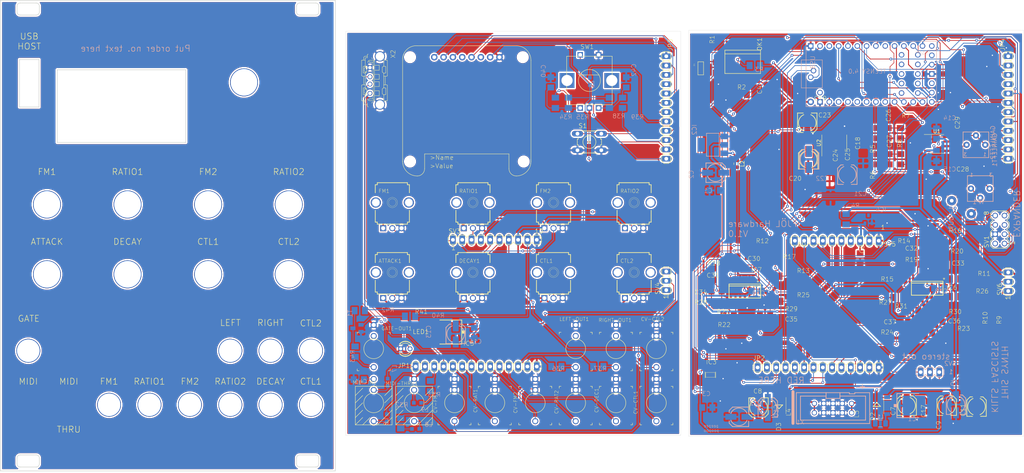
<source format=kicad_pcb>
(kicad_pcb (version 20171130) (host pcbnew "(5.1.9-0-10_14)")
  (layers (0 Top signal) (31 Bottom signal) (34 B.Paste user) (35 F.Paste user) (36 B.SilkS user) (37 F.SilkS user) (38 B.Mask user) (39 F.Mask user) (44 Edge.Cuts user))
  (net 0 "")
  (net 1 ATTACK)
  (net 2 DECAY)
  (net 3 FM1)
  (net 4 FM2)
  (net 5 RATIO1)
  (net 6 RATIO2)
  (net 7 +3.3V)
  (net 8 MIDI-RX4)
  (net 9 MIDI-RX5)
  (net 10 MIDI-TX)
  (net 11 GND1)
  (net 12 LEFT-OUT)
  (net 13 RIGHT-OUT)
  (net 14 +12V)
  (net 15 -10V)
  (net 16 GND)
  (net 17 D+_F)
  (net 18 D-_F)
  (net 19 GATE-LED)
  (net 20 +12V-F)
  (net 21 SWITCH)
  (net 22 ENC-B)
  (net 23 ENC-A)
  (net 24 ENC-SW)
  (net 25 D+)
  (net 26 D-)
  (net 27 GATE)
  (net 28 CONTROL1)
  (net 29 5V_USB)
  (net 30 CS)
  (net 31 MOSI)
  (net 32 SCK)
  (net 33 DC)
  (net 34 CONTROL2)
  (net 35 "Net-(OK1-Pad7)")
  (net 36 "Net-(D1-PadC)")
  (net 37 "Net-(C40-Pad2)")
  (net 38 "Net-(L7-Pad2)")
  (net 39 "Net-(L6-Pad2)")
  (net 40 /frontpanel/CV-FM1-F)
  (net 41 "Net-(R37-Pad2)")
  (net 42 "Net-(C2-Pad1)")
  (net 43 "Net-(C4-Pad1)")
  (net 44 "Net-(C3-Pad1)")
  (net 45 "Net-(C28-Pad1)")
  (net 46 "Net-(LED1-PadA)")
  (net 47 "Net-(LEFT-OUT1-PadP$1_TIP)")
  (net 48 "Net-(GATE-OUT1-PadP$1_TIP)")
  (net 49 ATT-POT-F)
  (net 50 -10V_F)
  (net 51 +3.3VA)
  (net 52 +5V)
  (net 53 -12V)
  (net 54 "Net-(C20-Pad+)")
  (net 55 "Net-(C22-Pad-)")
  (net 56 "Net-(C22-Pad+)")
  (net 57 "Net-(C23-Pad2)")
  (net 58 "Net-(C26-Pad2)")
  (net 59 "Net-(C27-Pad2)")
  (net 60 "Net-(C29-Pad1)")
  (net 61 "Net-(C30-Pad1)")
  (net 62 "Net-(C31-Pad1)")
  (net 63 "Net-(C32-Pad1)")
  (net 64 "Net-(C33-Pad1)")
  (net 65 "Net-(C34-Pad1)")
  (net 66 "Net-(C35-Pad1)")
  (net 67 "Net-(C36-Pad1)")
  (net 68 "Net-(C37-Pad1)")
  (net 69 "Net-(C41-Pad2)")
  (net 70 "Net-(C42-Pad2)")
  (net 71 CTL1-POT-F)
  (net 72 CTL2-POT-F)
  (net 73 CV-CTL1-F)
  (net 74 CV-CTL2-F)
  (net 75 CV-DEC-F)
  (net 76 CV-FM1-F)
  (net 77 CV-FM2-F)
  (net 78 CV-RAT1-F)
  (net 79 CV-RAT2-F)
  (net 80 "Net-(D2-PadA)")
  (net 81 "Net-(D3-PadC)")
  (net 82 DEC-POT-F)
  (net 83 FM1-POT-F)
  (net 84 FM2-POT-F)
  (net 85 "Net-(IC1-Pad1)")
  (net 86 "Net-(IC2-Pad3)")
  (net 87 MIDI-RX)
  (net 88 LEFT-OUT-F)
  (net 89 RIGHT-OUT-F)
  (net 90 GATE-LED-F)
  (net 91 MIDI-THRU-R-F)
  (net 92 MIDI-IN-L-F)
  (net 93 MIDI-IN-R-F)
  (net 94 CV-DEC)
  (net 95 CV-RAT2)
  (net 96 CV-FM2)
  (net 97 CV-RAT1)
  (net 98 CV-FM1)
  (net 99 ENC-SW-F)
  (net 100 ENC-A-F)
  (net 101 ENC-B-F)
  (net 102 CS-F)
  (net 103 +3.3V_F)
  (net 104 SCK-F)
  (net 105 MOSI-F)
  (net 106 DC-F)
  (net 107 SWITCH-F)
  (net 108 CTL1-POT)
  (net 109 "Net-(L3-Pad1)")
  (net 110 "Net-(L4-Pad1)")
  (net 111 +3.3V_F1)
  (net 112 "Net-(L8-Pad2)")
  (net 113 "Net-(L8-Pad1)")
  (net 114 "Net-(L9-Pad2)")
  (net 115 "Net-(L9-Pad1)")
  (net 116 dac_left)
  (net 117 dac_right)
  (net 118 CTL2-POT)
  (net 119 CV-CTL2)
  (net 120 CV-CTL1)
  (net 121 RAT1-POT)
  (net 122 RAT2-POT)
  (net 123 DEC-POT)
  (net 124 ATT-POT)
  (net 125 FM1-POT)
  (net 126 FM2-POT)
  (net 127 "Net-(R40-Pad2)")
  (net 128 GATE-F)
  (net 129 "Net-(R42-Pad2)")
  (net 130 RAT1-POT-F)
  (net 131 RAT2-POT-F)
  (net 132 MISO)
  (net 133 CS_ADC)
  (net 134 LRCLK)
  (net 135 SDATA)
  (net 136 MCLK)
  (net 137 SCLK)
  (module fjöl:C1206 (layer Top) (at 264.5156 90.1446 180)
    (fp_text reference C28 (at 3.048 0.762 180) (layer F.SilkS) (effects (font (size 1.2065 1.2065) (thickness 0.09652)) (justify right bottom)))
    (fp_text value 100p)
    (pad 2 smd rect (at 1.4 0 180) (size 1.6 1.8) (layers Top F.Paste F.Mask) (net 12 LEFT-OUT))
    (pad 1 smd rect (at -1.4 0 180) (size 1.6 1.8) (layers Top F.Paste F.Mask) (net 45 "Net-(C28-Pad1)"))
  )
  (module fjöl:TEENSY40 (layer Bottom) (at 234.714438 62.700749)
    (fp_text reference U$1 hide)
    (fp_text value TEENSY40 hide)
    (fp_text user "COIN CEL" (at 11.938 -5.7658) (layer B.SilkS) (effects (font (size 0.57912 0.57912) (thickness 0.048768)) (justify right bottom mirror)))
    (fp_text user "3 VOLT" (at 12.446 -5.08) (layer B.SilkS) (effects (font (size 0.57912 0.57912) (thickness 0.048768)) (justify right bottom mirror)))
    (fp_text user USB (at -15.24 -1.27 -90) (layer B.SilkS) (effects (font (size 1.2065 1.2065) (thickness 0.1016)) (justify right bottom mirror)))
    (fp_text user "TEENSY 4.0" (at -6.35 0) (layer B.SilkS) (effects (font (size 1.2065 1.2065) (thickness 0.1016)) (justify right bottom mirror)))
    (pad D+ thru_hole circle (at -15.75 -0.9) (size 1.508 1.508) (drill 1) (layers *.Cu *.Mask) (net 25 D+))
    (pad D- thru_hole circle (at -16.51 0.9) (size 1.508 1.508) (drill 1) (layers *.Cu *.Mask) (net 26 D-))
    (pad 33-MCLK2 thru_hole circle (at 8.255 -5.207) (size 1.508 1.508) (drill 1) (layers *.Cu *.Mask))
    (pad 31-CTX3 thru_hole circle (at 8.255 -2.6035) (size 1.508 1.508) (drill 1) (layers *.Cu *.Mask))
    (pad 29-TX7 thru_hole circle (at 8.255 0) (size 1.508 1.508) (drill 1) (layers *.Cu *.Mask))
    (pad 27-A13/SCK1 thru_hole circle (at 8.255 2.6035) (size 1.508 1.508) (drill 1) (layers *.Cu *.Mask))
    (pad 25-A11/SDA2 thru_hole circle (at 8.255 5.207) (size 1.508 1.508) (drill 1) (layers *.Cu *.Mask))
    (pad 32-OUTB1 thru_hole circle (at 12.7 -5.207) (size 1.508 1.508) (drill 1) (layers *.Cu *.Mask) (net 133 CS_ADC))
    (pad 30-CRX3 thru_hole circle (at 12.7 -2.6035) (size 1.508 1.508) (drill 1) (layers *.Cu *.Mask))
    (pad 28-RX7 thru_hole circle (at 12.7 0) (size 1.508 1.508) (drill 1) (layers *.Cu *.Mask))
    (pad 26-A12/MOSI1 thru_hole circle (at 12.7 2.6035) (size 1.508 1.508) (drill 1) (layers *.Cu *.Mask))
    (pad 24-A10/TX6/SCL2 thru_hole circle (at 12.7 5.207) (size 1.508 1.508) (drill 1) (layers *.Cu *.Mask) (net 34 CONTROL2))
    (pad 23-A9/CRX1/CCLK1 thru_hole circle (at -8.89 7.62 270) (size 1.508 1.508) (drill 1) (layers *.Cu *.Mask) (net 136 MCLK))
    (pad 22-A8/CTX1 thru_hole circle (at -6.35 7.62 270) (size 1.508 1.508) (drill 1) (layers *.Cu *.Mask) (net 5 RATIO1))
    (pad 21-A7/RX5/BCLK1 thru_hole circle (at -3.81 7.62 270) (size 1.508 1.508) (drill 1) (layers *.Cu *.Mask) (net 137 SCLK))
    (pad 20-A6/TX5/LRCLK1 thru_hole circle (at -1.27 7.62 270) (size 1.508 1.508) (drill 1) (layers *.Cu *.Mask) (net 134 LRCLK))
    (pad 19-A5/SCL0 thru_hole circle (at 1.27 7.62 270) (size 1.508 1.508) (drill 1) (layers *.Cu *.Mask) (net 6 RATIO2))
    (pad 18-A4/SDA0 thru_hole circle (at 3.81 7.62 270) (size 1.508 1.508) (drill 1) (layers *.Cu *.Mask) (net 3 FM1))
    (pad 17-A3/TX4/SDA1 thru_hole circle (at 6.35 7.62 270) (size 1.508 1.508) (drill 1) (layers *.Cu *.Mask) (net 4 FM2))
    (pad 16-A2/RX4/SCL1 thru_hole circle (at 8.89 7.62 270) (size 1.508 1.508) (drill 1) (layers *.Cu *.Mask) (net 2 DECAY))
    (pad 15-A1/RX3/S-PDIF_IN thru_hole circle (at 11.43 7.62 270) (size 1.508 1.508) (drill 1) (layers *.Cu *.Mask) (net 1 ATTACK))
    (pad 14-A0/TX3/S-PFI_OUT thru_hole circle (at 13.97 7.62 270) (size 1.508 1.508) (drill 1) (layers *.Cu *.Mask) (net 28 CONTROL1))
    (pad VUSB thru_hole circle (at -13.97 5.08 270) (size 1.508 1.508) (drill 1) (layers *.Cu *.Mask))
    (pad 11-MOSI/CTX1 thru_hole circle (at 13.97 -7.62 270) (size 1.508 1.508) (drill 1) (layers *.Cu *.Mask) (net 31 MOSI))
    (pad 10-CS/MQSR thru_hole circle (at 11.43 -7.62 270) (size 1.508 1.508) (drill 1) (layers *.Cu *.Mask) (net 30 CS))
    (pad 9-OUT1C thru_hole circle (at 8.89 -7.62 270) (size 1.508 1.508) (drill 1) (layers *.Cu *.Mask) (net 22 ENC-B))
    (pad 8-TX2/IN1 thru_hole circle (at 6.35 -7.62 270) (size 1.508 1.508) (drill 1) (layers *.Cu *.Mask) (net 23 ENC-A))
    (pad 7-RX2/OUT1A thru_hole circle (at 3.81 -7.62 270) (size 1.508 1.508) (drill 1) (layers *.Cu *.Mask) (net 135 SDATA))
    (pad 6-OUT1D thru_hole circle (at 1.27 -7.62 270) (size 1.508 1.508) (drill 1) (layers *.Cu *.Mask) (net 19 GATE-LED))
    (pad 5-IN2 thru_hole circle (at -1.27 -7.62 270) (size 1.508 1.508) (drill 1) (layers *.Cu *.Mask) (net 33 DC))
    (pad 4-BCLK2 thru_hole circle (at -3.81 -7.62 270) (size 1.508 1.508) (drill 1) (layers *.Cu *.Mask) (net 21 SWITCH))
    (pad 3-LRCLK2 thru_hole circle (at -6.35 -7.62 270) (size 1.508 1.508) (drill 1) (layers *.Cu *.Mask) (net 27 GATE))
    (pad 2-OUT2 thru_hole circle (at -8.89 -7.62 270) (size 1.508 1.508) (drill 1) (layers *.Cu *.Mask) (net 24 ENC-SW))
    (pad 1-TX1 thru_hole circle (at -11.43 -7.62 270) (size 1.508 1.508) (drill 1) (layers *.Cu *.Mask))
    (pad 0-RX1 thru_hole circle (at -13.97 -7.62 270) (size 1.508 1.508) (drill 1) (layers *.Cu *.Mask) (net 87 MIDI-RX))
    (pad 12-MIO/MQSL thru_hole circle (at 16.51 -7.62 270) (size 1.508 1.508) (drill 1) (layers *.Cu *.Mask) (net 132 MISO))
    (pad 13-SCK/CRX1/LED thru_hole circle (at 16.51 7.62 270) (size 1.508 1.508) (drill 1) (layers *.Cu *.Mask) (net 32 SCK))
    (pad ON/OFF thru_hole circle (at 16.51 5.08 270) (size 1.508 1.508) (drill 1) (layers *.Cu *.Mask) (net 7 +3.3V))
    (pad PROGRAM thru_hole circle (at 16.51 2.54 270) (size 1.508 1.508) (drill 1) (layers *.Cu *.Mask))
    (pad VBAT thru_hole circle (at 16.51 -5.08 270) (size 1.508 1.508) (drill 1) (layers *.Cu *.Mask))
    (pad 3V3-2 thru_hole circle (at 16.51 -2.54 270) (size 1.508 1.508) (drill 1) (layers *.Cu *.Mask) (net 7 +3.3V))
    (pad 3V3-1 thru_hole circle (at -11.43 7.62 270) (size 1.508 1.508) (drill 1) (layers *.Cu *.Mask) (net 7 +3.3V))
    (pad VIN thru_hole circle (at -16.51 7.62 180) (size 1.778 1.778) (drill 1) (layers *.Cu *.Mask) (net 52 +5V))
    (pad GND3 thru_hole rect (at -13.97 7.62) (size 1.508 1.508) (drill 1) (layers *.Cu *.Mask) (net 11 GND1))
    (pad GND2 thru_hole rect (at 16.51 0) (size 1.508 1.508) (drill 1) (layers *.Cu *.Mask) (net 11 GND1))
    (pad GND1 thru_hole rect (at -16.51 -7.62) (size 1.508 1.508) (drill 1) (layers *.Cu *.Mask) (net 11 GND1))
  )
  (module fjöl:SOT23-5 (layer Top) (at 190.8556 144.7346)
    (fp_text reference IC3 (at -1.27 -2.794) (layer F.SilkS) (effects (font (size 1.2065 1.2065) (thickness 0.09652)) (justify left bottom)))
    (fp_text value 741G17DBV)
    (pad 5 smd rect (at -0.95 -1.3) (size 0.69 0.99) (layers Top F.Paste F.Mask) (net 52 +5V))
    (pad 4 smd rect (at 0.95 -1.3) (size 0.69 0.99) (layers Top F.Paste F.Mask) (net 10 MIDI-TX))
    (pad 3 smd rect (at 0.95 1.29) (size 0.69 0.99) (layers Top F.Paste F.Mask) (net 11 GND1))
    (pad 2 smd rect (at 0 1.29) (size 0.69 0.99) (layers Top F.Paste F.Mask) (net 87 MIDI-RX))
    (pad 1 smd rect (at -0.95 1.29) (size 0.69 0.99) (layers Top F.Paste F.Mask))
  )
  (module fjöl:PAK100_2500-10 (layer Bottom) (at 224.282 153.797)
    (fp_text reference X1 (at -10.16 4.572) (layer B.SilkS) (effects (font (size 1.2065 1.2065) (thickness 0.09652)) (justify right bottom mirror)))
    (fp_text value 2510-)
    (pad 10 thru_hole circle (at 5.08 1.27) (size 1.4224 1.4224) (drill 1) (layers *.Cu *.Mask) (net 109 "Net-(L3-Pad1)"))
    (pad 9 thru_hole circle (at 5.08 -1.27) (size 1.4224 1.4224) (drill 1) (layers *.Cu *.Mask) (net 109 "Net-(L3-Pad1)"))
    (pad 8 thru_hole circle (at 2.54 1.27) (size 1.4224 1.4224) (drill 1) (layers *.Cu *.Mask) (net 11 GND1))
    (pad 7 thru_hole circle (at 2.54 -1.27) (size 1.4224 1.4224) (drill 1) (layers *.Cu *.Mask) (net 11 GND1))
    (pad 6 thru_hole circle (at 0 1.27) (size 1.4224 1.4224) (drill 1) (layers *.Cu *.Mask) (net 11 GND1))
    (pad 5 thru_hole circle (at 0 -1.27) (size 1.4224 1.4224) (drill 1) (layers *.Cu *.Mask) (net 11 GND1))
    (pad 4 thru_hole circle (at -2.54 1.27) (size 1.4224 1.4224) (drill 1) (layers *.Cu *.Mask) (net 11 GND1))
    (pad 3 thru_hole circle (at -2.54 -1.27) (size 1.4224 1.4224) (drill 1) (layers *.Cu *.Mask) (net 11 GND1))
    (pad 2 thru_hole circle (at -5.08 1.27) (size 1.4224 1.4224) (drill 1) (layers *.Cu *.Mask) (net 110 "Net-(L4-Pad1)"))
    (pad 1 thru_hole circle (at -5.08 -1.27) (size 1.4224 1.4224) (drill 1) (layers *.Cu *.Mask) (net 110 "Net-(L4-Pad1)"))
  )
  (module Package_SO:TSSOP-20_4.4x6.5mm_P0.65mm (layer Top) (at 224.6376 81.5086 90)
    (fp_text reference U2 (at 0 -4.2 90) (layer F.SilkS))
    (fp_text value PCM5100)
    (pad 20 smd roundrect (at 2.8625 -2.925 90) (size 1.475 0.4) (layers Top F.Paste F.Mask) (net 7 +3.3V))
    (pad 19 smd roundrect (at 2.8625 -2.275 90) (size 1.475 0.4) (layers Top F.Paste F.Mask) (net 11 GND1))
    (pad 18 smd roundrect (at 2.8625 -1.625 90) (size 1.475 0.4) (layers Top F.Paste F.Mask) (net 57 "Net-(C23-Pad2)"))
    (pad 17 smd roundrect (at 2.8625 -0.975 90) (size 1.475 0.4) (layers Top F.Paste F.Mask) (net 11 GND1))
    (pad 16 smd roundrect (at 2.8625 -0.325 90) (size 1.475 0.4) (layers Top F.Paste F.Mask) (net 11 GND1))
    (pad 15 smd roundrect (at 2.8625 0.325 90) (size 1.475 0.4) (layers Top F.Paste F.Mask) (net 134 LRCLK))
    (pad 14 smd roundrect (at 2.8625 0.975 90) (size 1.475 0.4) (layers Top F.Paste F.Mask) (net 135 SDATA))
    (pad 13 smd roundrect (at 2.8625 1.625 90) (size 1.475 0.4) (layers Top F.Paste F.Mask) (net 136 MCLK))
    (pad 12 smd roundrect (at 2.8625 2.275 90) (size 1.475 0.4) (layers Top F.Paste F.Mask) (net 137 SCLK))
    (pad 11 smd roundrect (at 2.8625 2.925 90) (size 1.475 0.4) (layers Top F.Paste F.Mask) (net 7 +3.3V))
    (pad 10 smd roundrect (at -2.8625 2.925 90) (size 1.475 0.4) (layers Top F.Paste F.Mask) (net 7 +3.3V))
    (pad 9 smd roundrect (at -2.8625 2.275 90) (size 1.475 0.4) (layers Top F.Paste F.Mask) (net 11 GND1))
    (pad 8 smd roundrect (at -2.8625 1.625 90) (size 1.475 0.4) (layers Top F.Paste F.Mask) (net 51 +3.3VA))
    (pad 7 smd roundrect (at -2.8625 0.975 90) (size 1.475 0.4) (layers Top F.Paste F.Mask) (net 117 dac_right))
    (pad 6 smd roundrect (at -2.8625 0.325 90) (size 1.475 0.4) (layers Top F.Paste F.Mask) (net 116 dac_left))
    (pad 5 smd roundrect (at -2.8625 -0.325 90) (size 1.475 0.4) (layers Top F.Paste F.Mask) (net 54 "Net-(C20-Pad+)"))
    (pad 4 smd roundrect (at -2.8625 -0.975 90) (size 1.475 0.4) (layers Top F.Paste F.Mask) (net 55 "Net-(C22-Pad-)"))
    (pad 3 smd roundrect (at -2.8625 -1.625 90) (size 1.475 0.4) (layers Top F.Paste F.Mask) (net 11 GND1))
    (pad 2 smd roundrect (at -2.8625 -2.275 90) (size 1.475 0.4) (layers Top F.Paste F.Mask) (net 56 "Net-(C22-Pad+)"))
    (pad 1 smd roundrect (at -2.8625 -2.925 90) (size 1.475 0.4) (layers Top F.Paste F.Mask) (net 7 +3.3V))
  )
  (module Package_SO:SO-8_3.9x4.9mm_P1.27mm (layer Top) (at 252.5776 81.7626)
    (fp_text reference U1 (at 0 -3.4) (layer F.SilkS))
    (fp_text value TL072)
    (pad 8 smd roundrect (at 2.575 -1.905) (size 1.75 0.6) (layers Top F.Paste F.Mask) (net 14 +12V))
    (pad 7 smd roundrect (at 2.575 -0.635) (size 1.75 0.6) (layers Top F.Paste F.Mask) (net 13 RIGHT-OUT))
    (pad 6 smd roundrect (at 2.575 0.635) (size 1.75 0.6) (layers Top F.Paste F.Mask) (net 60 "Net-(C29-Pad1)"))
    (pad 5 smd roundrect (at 2.575 1.905) (size 1.75 0.6) (layers Top F.Paste F.Mask) (net 11 GND1))
    (pad 4 smd roundrect (at -2.575 1.905) (size 1.75 0.6) (layers Top F.Paste F.Mask) (net 53 -12V))
    (pad 3 smd roundrect (at -2.575 0.635) (size 1.75 0.6) (layers Top F.Paste F.Mask) (net 11 GND1))
    (pad 2 smd roundrect (at -2.575 -0.635) (size 1.75 0.6) (layers Top F.Paste F.Mask) (net 45 "Net-(C28-Pad1)"))
    (pad 1 smd roundrect (at -2.575 -1.905) (size 1.75 0.6) (layers Top F.Paste F.Mask) (net 12 LEFT-OUT))
  )
  (module fjöl:M1206 (layer Top) (at 242.6716 85.9506 90)
    (fp_text reference R8 (at 3.048 0.508 270) (layer F.SilkS) (effects (font (size 1.2065 1.2065) (thickness 0.09652)) (justify left bottom)))
    (fp_text value 10K)
    (pad 2 smd rect (at 1.4 0 90) (size 1.6 2) (layers Top F.Paste F.Mask) (net 59 "Net-(C27-Pad2)"))
    (pad 1 smd rect (at -1.4 0 90) (size 1.6 2) (layers Top F.Paste F.Mask) (net 60 "Net-(C29-Pad1)"))
  )
  (module fjöl:M1206 (layer Top) (at 236.3216 85.9566 270)
    (fp_text reference R6 (at 3.048 0.508 270) (layer F.SilkS) (effects (font (size 1.2065 1.2065) (thickness 0.09652)) (justify right bottom)))
    (fp_text value 2.2K)
    (pad 2 smd rect (at 1.4 0 270) (size 1.6 2) (layers Top F.Paste F.Mask) (net 117 dac_right))
    (pad 1 smd rect (at -1.4 0 270) (size 1.6 2) (layers Top F.Paste F.Mask) (net 59 "Net-(C27-Pad2)"))
  )
  (module fjöl:M1206 (layer Top) (at 236.3216 78.8386 270)
    (fp_text reference R5 (at 3.048 0.508 270) (layer F.SilkS) (effects (font (size 1.2065 1.2065) (thickness 0.09652)) (justify right bottom)))
    (fp_text value 2.2K)
    (pad 2 smd rect (at 1.4 0 270) (size 1.6 2) (layers Top F.Paste F.Mask) (net 116 dac_left))
    (pad 1 smd rect (at -1.4 0 270) (size 1.6 2) (layers Top F.Paste F.Mask) (net 58 "Net-(C26-Pad2)"))
  )
  (module Inductor_SMD:L_0805_2012Metric (layer Top) (at 197.9676 87.1751 270)
    (fp_text reference L2 (at 0 -1.65 90) (layer F.SilkS))
    (fp_text value WE-CBF_0603)
    (pad 2 smd roundrect (at 0.9375 0 270) (size 0.975 1.4) (layers Top F.Paste F.Mask) (net 14 +12V))
    (pad 1 smd roundrect (at -0.9375 0 270) (size 0.975 1.4) (layers Top F.Paste F.Mask) (net 86 "Net-(IC2-Pad3)"))
  )
  (module Inductor_SMD:L_1206_3216Metric (layer Bottom) (at 237.2136 157.9626 180)
    (fp_text reference L1 (at 0 1.82) (layer B.SilkS) (effects (justify mirror)))
    (fp_text value 33u)
    (pad 2 smd roundrect (at 1.4 0 180) (size 1.25 1.75) (layers Bottom B.Paste B.Mask) (roundrect_rratio 0.2) (net 14 +12V))
    (pad 1 smd roundrect (at -1.4 0 180) (size 1.25 1.75) (layers Bottom B.Paste B.Mask) (roundrect_rratio 0.2) (net 85 "Net-(IC1-Pad1)"))
  )
  (module fjöl:SO14 (layer Top) (at 200.2536 121.8946 180)
    (fp_text reference IC7 (at -4.699 5.08 180) (layer F.SilkS) (effects (font (size 1.2065 1.2065) (thickness 0.09652)) (justify right bottom)))
    (fp_text value TL074)
    (fp_text user * (at -4.064 1.524) (layer F.SilkS) (effects (font (size 1.2065 1.2065) (thickness 0.1016)) (justify right bottom)))
    (pad 8 smd rect (at 3.81 -2.6 180) (size 0.6 2.2) (layers Top F.Paste F.Mask) (net 4 FM2))
    (pad 10 smd rect (at 1.27 -2.6 180) (size 0.6 2.2) (layers Top F.Paste F.Mask) (net 11 GND1))
    (pad 7 smd rect (at 3.81 2.6 180) (size 0.6 2.2) (layers Top F.Paste F.Mask) (net 5 RATIO1))
    (pad 5 smd rect (at 1.27 2.6 180) (size 0.6 2.2) (layers Top F.Paste F.Mask) (net 11 GND1))
    (pad 9 smd rect (at 2.54 -2.6 180) (size 0.6 2.2) (layers Top F.Paste F.Mask) (net 68 "Net-(C37-Pad1)"))
    (pad 6 smd rect (at 2.54 2.6 180) (size 0.6 2.2) (layers Top F.Paste F.Mask) (net 63 "Net-(C32-Pad1)"))
    (pad 11 smd rect (at 0 -2.6 180) (size 0.6 2.2) (layers Top F.Paste F.Mask) (net 11 GND1))
    (pad 12 smd rect (at -1.27 -2.6 180) (size 0.6 2.2) (layers Top F.Paste F.Mask) (net 11 GND1))
    (pad 14 smd rect (at -3.81 -2.6 180) (size 0.6 2.2) (layers Top F.Paste F.Mask) (net 3 FM1))
    (pad 4 smd rect (at 0 2.6 180) (size 0.6 2.2) (layers Top F.Paste F.Mask) (net 51 +3.3VA))
    (pad 3 smd rect (at -1.27 2.6 180) (size 0.6 2.2) (layers Top F.Paste F.Mask) (net 11 GND1))
    (pad 1 smd rect (at -3.81 2.6 180) (size 0.6 2.2) (layers Top F.Paste F.Mask) (net 28 CONTROL1))
    (pad 13 smd rect (at -2.54 -2.6 180) (size 0.6 2.2) (layers Top F.Paste F.Mask) (net 67 "Net-(C36-Pad1)"))
    (pad 2 smd rect (at -2.54 2.6 180) (size 0.6 2.2) (layers Top F.Paste F.Mask) (net 61 "Net-(C30-Pad1)"))
  )
  (module fjöl:BOURNS_3362P_TRIMMER (layer Bottom) (at 263.2456 82.0166 180)
    (fp_text reference GAINLEFT2 (at -5.334 5.334 90) (layer B.SilkS) (effects (font (size 1.2065 1.2065) (thickness 0.12065)) (justify left bottom mirror)))
    (fp_text value 50k)
    (fp_text user 1 (at -2.921 -3.175) (layer B.SilkS) (effects (font (size 0.94107 0.94107) (thickness 0.118872)) (justify left bottom mirror)))
    (fp_text user 3 (at 2.3495 -3.175) (layer B.SilkS) (effects (font (size 0.94107 0.94107) (thickness 0.118872)) (justify left bottom mirror)))
    (pad 2 thru_hole circle (at 0 2.54 180) (size 1.6764 1.6764) (drill 0.8128) (layers *.Cu *.Mask) (net 13 RIGHT-OUT))
    (pad 1 thru_hole circle (at -2.54 0 180) (size 1.6764 1.6764) (drill 0.8128) (layers *.Cu *.Mask) (net 13 RIGHT-OUT))
    (pad 3 thru_hole circle (at 2.54 0 180) (size 1.6764 1.6764) (drill 0.8128) (layers *.Cu *.Mask) (net 60 "Net-(C29-Pad1)"))
  )
  (module fjöl:C1206 (layer Top) (at 258.1656 80.8766 90)
    (fp_text reference C29 (at 3.048 0.762 270) (layer F.SilkS) (effects (font (size 1.2065 1.2065) (thickness 0.09652)) (justify left bottom)))
    (fp_text value 100p)
    (pad 2 smd rect (at 1.4 0 90) (size 1.6 1.8) (layers Top F.Paste F.Mask) (net 13 RIGHT-OUT))
    (pad 1 smd rect (at -1.4 0 90) (size 1.6 1.8) (layers Top F.Paste F.Mask) (net 60 "Net-(C29-Pad1)"))
  )
  (module fjöl:C1206 (layer Top) (at 239.6236 85.9566 90)
    (fp_text reference C27 (at 3.048 0.762 270) (layer F.SilkS) (effects (font (size 1.2065 1.2065) (thickness 0.09652)) (justify left bottom)))
    (fp_text value 100n)
    (pad 2 smd rect (at 1.4 0 90) (size 1.6 1.8) (layers Top F.Paste F.Mask) (net 59 "Net-(C27-Pad2)"))
    (pad 1 smd rect (at -1.4 0 90) (size 1.6 1.8) (layers Top F.Paste F.Mask) (net 11 GND1))
  )
  (module fjöl:C1206 (layer Top) (at 239.3696 78.8446 90)
    (fp_text reference C26 (at 3.048 0.762 -90) (layer F.SilkS) (effects (font (size 1.2065 1.2065) (thickness 0.09652)) (justify left bottom)))
    (fp_text value 100n)
    (pad 2 smd rect (at 1.4 0 90) (size 1.6 1.8) (layers Top F.Paste F.Mask) (net 58 "Net-(C26-Pad2)"))
    (pad 1 smd rect (at -1.4 0 90) (size 1.6 1.8) (layers Top F.Paste F.Mask) (net 11 GND1))
  )
  (module fjöl:C1206 (layer Top) (at 228.1936 89.5126 90)
    (fp_text reference C25 (at 3.048 0.762 270) (layer F.SilkS) (effects (font (size 1.2065 1.2065) (thickness 0.09652)) (justify left bottom)))
    (fp_text value 100n)
    (pad 2 smd rect (at 1.4 0 90) (size 1.6 1.8) (layers Top F.Paste F.Mask) (net 51 +3.3VA))
    (pad 1 smd rect (at -1.4 0 90) (size 1.6 1.8) (layers Top F.Paste F.Mask) (net 11 GND1))
  )
  (module fjöl:C1206 (layer Top) (at 224.8916 89.7666 90)
    (fp_text reference C24 (at 3.048 0.762 270) (layer F.SilkS) (effects (font (size 1.2065 1.2065) (thickness 0.09652)) (justify left bottom)))
    (fp_text value 100n)
    (pad 2 smd rect (at 1.4 0 90) (size 1.6 1.8) (layers Top F.Paste F.Mask) (net 51 +3.3VA))
    (pad 1 smd rect (at -1.4 0 90) (size 1.6 1.8) (layers Top F.Paste F.Mask) (net 11 GND1))
  )
  (module fjöl:C1206 (layer Top) (at 223.2376 75.4126 180)
    (fp_text reference C23 (at 3.048 0.762) (layer F.SilkS) (effects (font (size 1.2065 1.2065) (thickness 0.09652)) (justify left bottom)))
    (fp_text value 100n)
    (pad 2 smd rect (at 1.4 0 180) (size 1.6 1.8) (layers Top F.Paste F.Mask) (net 57 "Net-(C23-Pad2)"))
    (pad 1 smd rect (at -1.4 0 180) (size 1.6 1.8) (layers Top F.Paste F.Mask) (net 11 GND1))
  )
  (module fjöl:153CLV-0505 (layer Bottom) (at 217.7796 85.9946 90)
    (fp_text reference C22 (at -5.91 1.724) (layer B.SilkS) (effects (font (size 1.2065 1.2065) (thickness 0.09652)) (justify right bottom mirror)))
    (fp_text value 2.2u)
    (pad - smd rect (at -2.2 0 90) (size 3 1.6) (layers Bottom B.Paste B.Mask) (net 55 "Net-(C22-Pad-)"))
    (pad + smd rect (at 2.2 0 90) (size 3 1.6) (layers Bottom B.Paste B.Mask) (net 56 "Net-(C22-Pad+)"))
  )
  (module fjöl:153CLV-0505 (layer Bottom) (at 228.1936 90.1446 90)
    (fp_text reference C21 (at -5.91 1.724) (layer B.SilkS) (effects (font (size 1.2065 1.2065) (thickness 0.09652)) (justify right bottom mirror)))
    (fp_text value 10u)
    (pad - smd rect (at -2.2 0 90) (size 3 1.6) (layers Bottom B.Paste B.Mask) (net 11 GND1))
    (pad + smd rect (at 2.2 0 90) (size 3 1.6) (layers Bottom B.Paste B.Mask) (net 51 +3.3VA))
  )
  (module fjöl:153CLV-0505 (layer Top) (at 217.5256 85.9946 90)
    (fp_text reference C20 (at -5.91 -1.724) (layer F.SilkS) (effects (font (size 1.2065 1.2065) (thickness 0.09652)) (justify right bottom)))
    (fp_text value 2.2u)
    (pad - smd rect (at -2.2 0 90) (size 3 1.6) (layers Top F.Paste F.Mask) (net 11 GND1))
    (pad + smd rect (at 2.2 0 90) (size 3 1.6) (layers Top F.Paste F.Mask) (net 54 "Net-(C20-Pad+)"))
  )
  (module fjöl:153CLV-0505 (layer Top) (at 217.2716 76.0066 270)
    (fp_text reference C19 (at -5.91 -1.724) (layer F.SilkS) (effects (font (size 1.2065 1.2065) (thickness 0.09652)) (justify left bottom)))
    (fp_text value 10u)
    (pad - smd rect (at -2.2 0 270) (size 3 1.6) (layers Top F.Paste F.Mask) (net 11 GND1))
    (pad + smd rect (at 2.2 0 270) (size 3 1.6) (layers Top F.Paste F.Mask) (net 7 +3.3V))
  )
  (module fjöl:C1206 (layer Top) (at 230.9876 86.4646 90)
    (fp_text reference C18 (at 3.048 0.762 270) (layer F.SilkS) (effects (font (size 1.2065 1.2065) (thickness 0.09652)) (justify left bottom)))
    (fp_text value 100n)
    (pad 2 smd rect (at 1.4 0 90) (size 1.6 1.8) (layers Top F.Paste F.Mask) (net 7 +3.3V))
    (pad 1 smd rect (at -1.4 0 90) (size 1.6 1.8) (layers Top F.Paste F.Mask) (net 11 GND1))
  )
  (module fjöl:ALPS_EC12E_SW (layer Top) (at 157.879438 64.478749)
    (fp_text reference SW1 (at -2.5 -8.5) (layer F.SilkS) (effects (font (size 1.2065 1.2065) (thickness 0.09652)) (justify left bottom)))
    (fp_text value EC12E_SW)
    (pad GND2 thru_hole rect (at 6.1 0) (size 4.064 4.064) (drill 3.048) (layers *.Cu *.Mask))
    (pad GND1 thru_hole rect (at -6.1 0) (size 4.064 4.064) (drill 3.048) (layers *.Cu *.Mask))
    (pad E thru_hole rect (at 2.5 -7) (size 1.508 1.508) (drill 1) (layers *.Cu *.Mask) (net 16 GND))
    (pad D thru_hole rect (at -2.5 -7) (size 1.508 1.508) (drill 1) (layers *.Cu *.Mask) (net 99 ENC-SW-F))
    (pad B thru_hole rect (at 2.5 7.5) (size 1.508 1.508) (drill 1) (layers *.Cu *.Mask) (net 70 "Net-(C42-Pad2)"))
    (pad C thru_hole rect (at 0 7.5) (size 1.508 1.508) (drill 1) (layers *.Cu *.Mask) (net 16 GND))
    (pad A thru_hole rect (at -2.5 7.5) (size 1.508 1.508) (drill 1) (layers *.Cu *.Mask) (net 37 "Net-(C40-Pad2)"))
  )
  (module fjöl:WQP-PJ366ST_JACK (layer Top) (at 99.078438 152.362749 180)
    (fp_text reference MIDI-IN1 (at 5.7912 4.9784) (layer F.SilkS) (effects (font (size 0.9652 0.9652) (thickness 0.077216)) (justify left bottom)))
    (fp_text value THONKI-STEREO hide)
    (pad P$3_SLEEVE thru_hole circle (at 0 6.5 180) (size 1.65 1.65) (drill 1.1) (layers *.Cu *.Mask) (net 69 "Net-(C41-Pad2)"))
    (pad P$2_SWITCH thru_hole circle (at 0 3.5 180) (size 1.65 1.65) (drill 1.1) (layers *.Cu *.Mask) (net 38 "Net-(L7-Pad2)"))
    (pad P$1_TIP thru_hole circle (at 0 -5 180) (size 1.65 1.65) (drill 1.1) (layers *.Cu *.Mask) (net 39 "Net-(L6-Pad2)"))
  )
  (module fjöl:WQP-PJ301M-12_JACK (layer Top) (at 132.098438 152.362749 180)
    (fp_text reference CV-RAT1 (at 4.7244 -2.7432 90) (layer F.SilkS) (effects (font (size 0.9652 0.9652) (thickness 0.077216)) (justify left bottom)))
    (fp_text value THONKICONNNEW hide)
    (pad P$3_SLEEVE thru_hole circle (at 0 6.5 180) (size 1.65 1.65) (drill 1.1) (layers *.Cu *.Mask) (net 16 GND))
    (pad P$2_SWITCH thru_hole circle (at 0 3.5 180) (size 1.65 1.65) (drill 1.1) (layers *.Cu *.Mask) (net 16 GND))
    (pad P$1_TIP thru_hole circle (at 0 -5 180) (size 1.65 1.65) (drill 1.1) (layers *.Cu *.Mask) (net 78 CV-RAT1-F))
  )
  (module fjöl:9MM_SNAP-IN_POT (layer Top) (at 126.129438 116.802749)
    (fp_text reference DECAY1 (at -3.81 -2.54) (layer F.SilkS) (effects (font (size 1.01346 1.01346) (thickness 0.081076)) (justify left bottom)))
    (fp_text value 50k-lin)
    (pad CHASSIS1 thru_hole circle (at -4.5 0 270) (size 2.794 2.794) (drill 2.1) (layers *.Cu *.Mask))
    (pad CHASSIS2 thru_hole circle (at 4.5 0 270) (size 2.794 2.794) (drill 2.1) (layers *.Cu *.Mask))
    (pad 3 thru_hole circle (at 2.5 7 270) (size 1.65 1.65) (drill 1.1) (layers *.Cu *.Mask) (net 16 GND))
    (pad 2 thru_hole circle (at 0 7 270) (size 1.65 1.65) (drill 1.1) (layers *.Cu *.Mask) (net 82 DEC-POT-F))
    (pad 1 thru_hole rect (at -2.5 7 270) (size 1.65 1.65) (drill 1.1) (layers *.Cu *.Mask) (net 50 -10V_F))
  )
  (module fjöl:9MM_SNAP-IN_POT (layer Top) (at 126.129438 97.752749)
    (fp_text reference RATIO1 (at -3.81 -2.54) (layer F.SilkS) (effects (font (size 1.01346 1.01346) (thickness 0.081076)) (justify left bottom)))
    (fp_text value 50k-lin)
    (pad CHASSIS1 thru_hole circle (at -4.5 0 270) (size 2.794 2.794) (drill 2.1) (layers *.Cu *.Mask))
    (pad CHASSIS2 thru_hole circle (at 4.5 0 270) (size 2.794 2.794) (drill 2.1) (layers *.Cu *.Mask))
    (pad 3 thru_hole circle (at 2.5 7 270) (size 1.65 1.65) (drill 1.1) (layers *.Cu *.Mask) (net 16 GND))
    (pad 2 thru_hole circle (at 0 7 270) (size 1.65 1.65) (drill 1.1) (layers *.Cu *.Mask) (net 130 RAT1-POT-F))
    (pad 1 thru_hole rect (at -2.5 7 270) (size 1.65 1.65) (drill 1.1) (layers *.Cu *.Mask) (net 50 -10V_F))
  )
  (module fjöl:9MM_SNAP-IN_POT (layer Top) (at 170.071438 97.752749)
    (fp_text reference RATIO2 (at -3.81 -2.54) (layer F.SilkS) (effects (font (size 1.01346 1.01346) (thickness 0.081076)) (justify left bottom)))
    (fp_text value 50k-lin)
    (pad CHASSIS1 thru_hole circle (at -4.5 0 270) (size 2.794 2.794) (drill 2.1) (layers *.Cu *.Mask))
    (pad CHASSIS2 thru_hole circle (at 4.5 0 270) (size 2.794 2.794) (drill 2.1) (layers *.Cu *.Mask))
    (pad 3 thru_hole circle (at 2.5 7 270) (size 1.65 1.65) (drill 1.1) (layers *.Cu *.Mask) (net 16 GND))
    (pad 2 thru_hole circle (at 0 7 270) (size 1.65 1.65) (drill 1.1) (layers *.Cu *.Mask) (net 131 RAT2-POT-F))
    (pad 1 thru_hole rect (at -2.5 7 270) (size 1.65 1.65) (drill 1.1) (layers *.Cu *.Mask) (net 50 -10V_F))
  )
  (module fjöl:9MM_SNAP-IN_POT (layer Top) (at 104.158438 97.752749)
    (fp_text reference FM1 (at -3.81 -2.54) (layer F.SilkS) (effects (font (size 1.01346 1.01346) (thickness 0.081076)) (justify left bottom)))
    (fp_text value 50k-lin)
    (pad CHASSIS1 thru_hole circle (at -4.5 0 270) (size 2.794 2.794) (drill 2.1) (layers *.Cu *.Mask))
    (pad CHASSIS2 thru_hole circle (at 4.5 0 270) (size 2.794 2.794) (drill 2.1) (layers *.Cu *.Mask))
    (pad 3 thru_hole circle (at 2.5 7 270) (size 1.65 1.65) (drill 1.1) (layers *.Cu *.Mask) (net 16 GND))
    (pad 2 thru_hole circle (at 0 7 270) (size 1.65 1.65) (drill 1.1) (layers *.Cu *.Mask) (net 83 FM1-POT-F))
    (pad 1 thru_hole rect (at -2.5 7 270) (size 1.65 1.65) (drill 1.1) (layers *.Cu *.Mask) (net 50 -10V_F))
  )
  (module fjöl:9MM_SNAP-IN_POT (layer Top) (at 148.100438 97.752749)
    (fp_text reference FM2 (at -3.81 -2.54) (layer F.SilkS) (effects (font (size 1.01346 1.01346) (thickness 0.081076)) (justify left bottom)))
    (fp_text value 50k-lin)
    (pad CHASSIS1 thru_hole circle (at -4.5 0 270) (size 2.794 2.794) (drill 2.1) (layers *.Cu *.Mask))
    (pad CHASSIS2 thru_hole circle (at 4.5 0 270) (size 2.794 2.794) (drill 2.1) (layers *.Cu *.Mask))
    (pad 3 thru_hole circle (at 2.5 7 270) (size 1.65 1.65) (drill 1.1) (layers *.Cu *.Mask) (net 16 GND))
    (pad 2 thru_hole circle (at 0 7 270) (size 1.65 1.65) (drill 1.1) (layers *.Cu *.Mask) (net 84 FM2-POT-F))
    (pad 1 thru_hole rect (at -2.5 7 270) (size 1.65 1.65) (drill 1.1) (layers *.Cu *.Mask) (net 50 -10V_F))
  )
  (module fjöl:WQP-PJ366ST_JACK (layer Top) (at 110.102038 152.362749 180)
    (fp_text reference MIDI-THRU1 (at 7.8232 4.7244) (layer F.SilkS) (effects (font (size 0.9652 0.9652) (thickness 0.077216)) (justify left bottom)))
    (fp_text value THONKI-STEREO hide)
    (pad P$3_SLEEVE thru_hole circle (at 0 6.5 180) (size 1.65 1.65) (drill 1.1) (layers *.Cu *.Mask) (net 16 GND))
    (pad P$2_SWITCH thru_hole circle (at 0 3.5 180) (size 1.65 1.65) (drill 1.1) (layers *.Cu *.Mask) (net 114 "Net-(L9-Pad2)"))
    (pad P$1_TIP thru_hole circle (at 0 -5 180) (size 1.65 1.65) (drill 1.1) (layers *.Cu *.Mask) (net 112 "Net-(L8-Pad2)"))
  )
  (module fjöl:WQP-PJ301M-12_JACK (layer Top) (at 165.118438 152.362749 180)
    (fp_text reference CV-DEC1 (at 4.7244 -2.7432 90) (layer F.SilkS) (effects (font (size 0.9652 0.9652) (thickness 0.077216)) (justify left bottom)))
    (fp_text value THONKICONNNEW hide)
    (pad P$3_SLEEVE thru_hole circle (at 0 6.5 180) (size 1.65 1.65) (drill 1.1) (layers *.Cu *.Mask) (net 16 GND))
    (pad P$2_SWITCH thru_hole circle (at 0 3.5 180) (size 1.65 1.65) (drill 1.1) (layers *.Cu *.Mask) (net 16 GND))
    (pad P$1_TIP thru_hole circle (at 0 -5 180) (size 1.65 1.65) (drill 1.1) (layers *.Cu *.Mask) (net 75 CV-DEC-F))
  )
  (module fjöl:WQP-PJ301M-12_JACK (layer Top) (at 121.100238 152.362749 180)
    (fp_text reference CV-FM1 (at 4.6482 -2.8194 90) (layer F.SilkS) (effects (font (size 0.9652 0.9652) (thickness 0.077216)) (justify left bottom)))
    (fp_text value THONKICONNNEW hide)
    (pad P$3_SLEEVE thru_hole circle (at 0 6.5 180) (size 1.65 1.65) (drill 1.1) (layers *.Cu *.Mask) (net 16 GND))
    (pad P$2_SWITCH thru_hole circle (at 0 3.5 180) (size 1.65 1.65) (drill 1.1) (layers *.Cu *.Mask) (net 16 GND))
    (pad P$1_TIP thru_hole circle (at 0 -5 180) (size 1.65 1.65) (drill 1.1) (layers *.Cu *.Mask) (net 76 CV-FM1-F))
  )
  (module fjöl:WQP-PJ301M-12_JACK (layer Top) (at 154.145638 152.362749 180)
    (fp_text reference CV-RAT2 (at 4.6736 -3.048 90) (layer F.SilkS) (effects (font (size 0.9652 0.9652) (thickness 0.077216)) (justify left bottom)))
    (fp_text value THONKICONNNEW hide)
    (pad P$3_SLEEVE thru_hole circle (at 0 6.5 180) (size 1.65 1.65) (drill 1.1) (layers *.Cu *.Mask) (net 16 GND))
    (pad P$2_SWITCH thru_hole circle (at 0 3.5 180) (size 1.65 1.65) (drill 1.1) (layers *.Cu *.Mask) (net 16 GND))
    (pad P$1_TIP thru_hole circle (at 0 -5 180) (size 1.65 1.65) (drill 1.1) (layers *.Cu *.Mask) (net 79 CV-RAT2-F))
  )
  (module fjöl:WQP-PJ301M-12_JACK (layer Top) (at 143.122038 152.362749 180)
    (fp_text reference CV-FM2 (at 4.826 -2.8956 90) (layer F.SilkS) (effects (font (size 0.9652 0.9652) (thickness 0.077216)) (justify left bottom)))
    (fp_text value THONKICONNNEW hide)
    (pad P$3_SLEEVE thru_hole circle (at 0 6.5 180) (size 1.65 1.65) (drill 1.1) (layers *.Cu *.Mask) (net 16 GND))
    (pad P$2_SWITCH thru_hole circle (at 0 3.5 180) (size 1.65 1.65) (drill 1.1) (layers *.Cu *.Mask) (net 16 GND))
    (pad P$1_TIP thru_hole circle (at 0 -5 180) (size 1.65 1.65) (drill 1.1) (layers *.Cu *.Mask) (net 77 CV-FM2-F))
  )
  (module fjöl:WQP-PJ301M-12_JACK (layer Top) (at 154.145638 137.630749 180)
    (fp_text reference LEFT-OUT1 (at 4.5212 7.5184) (layer F.SilkS) (effects (font (size 0.9652 0.9652) (thickness 0.077216)) (justify left bottom)))
    (fp_text value THONKICONNNEW hide)
    (pad P$3_SLEEVE thru_hole circle (at 0 6.5 180) (size 1.65 1.65) (drill 1.1) (layers *.Cu *.Mask) (net 16 GND))
    (pad P$2_SWITCH thru_hole circle (at 0 3.5 180) (size 1.65 1.65) (drill 1.1) (layers *.Cu *.Mask))
    (pad P$1_TIP thru_hole circle (at 0 -5 180) (size 1.65 1.65) (drill 1.1) (layers *.Cu *.Mask) (net 47 "Net-(LEFT-OUT1-PadP$1_TIP)"))
  )
  (module fjöl:WQP-PJ301M-12_JACK (layer Top) (at 99.078438 137.630749 180)
    (fp_text reference GATE-OUT1 (at -2.0828 4.9784) (layer F.SilkS) (effects (font (size 0.9652 0.9652) (thickness 0.077216)) (justify left bottom)))
    (fp_text value THONKICONNNEW hide)
    (pad P$3_SLEEVE thru_hole circle (at 0 6.5 180) (size 1.65 1.65) (drill 1.1) (layers *.Cu *.Mask) (net 16 GND))
    (pad P$2_SWITCH thru_hole circle (at 0 3.5 180) (size 1.65 1.65) (drill 1.1) (layers *.Cu *.Mask))
    (pad P$1_TIP thru_hole circle (at 0 -5 180) (size 1.65 1.65) (drill 1.1) (layers *.Cu *.Mask) (net 48 "Net-(GATE-OUT1-PadP$1_TIP)"))
  )
  (module fjöl:WQP-PJ301M-12_JACK (layer Top) (at 165.118438 137.630749 180)
    (fp_text reference RIGHT-OUT1 (at 4.7752 7.2644) (layer F.SilkS) (effects (font (size 0.9652 0.9652) (thickness 0.077216)) (justify left bottom)))
    (fp_text value THONKICONNNEW hide)
    (pad P$3_SLEEVE thru_hole circle (at 0 6.5 180) (size 1.65 1.65) (drill 1.1) (layers *.Cu *.Mask) (net 16 GND))
    (pad P$2_SWITCH thru_hole circle (at 0 3.5 180) (size 1.65 1.65) (drill 1.1) (layers *.Cu *.Mask))
    (pad P$1_TIP thru_hole circle (at 0 -5 180) (size 1.65 1.65) (drill 1.1) (layers *.Cu *.Mask) (net 41 "Net-(R37-Pad2)"))
  )
  (module fjöl:9MM_SNAP-IN_POT (layer Top) (at 104.158438 116.802749)
    (fp_text reference ATTACK1 (at -3.81 -2.54) (layer F.SilkS) (effects (font (size 1.01346 1.01346) (thickness 0.081076)) (justify left bottom)))
    (fp_text value 50k-lin)
    (pad CHASSIS1 thru_hole circle (at -4.5 0 270) (size 2.794 2.794) (drill 2.1) (layers *.Cu *.Mask))
    (pad CHASSIS2 thru_hole circle (at 4.5 0 270) (size 2.794 2.794) (drill 2.1) (layers *.Cu *.Mask))
    (pad 3 thru_hole circle (at 2.5 7 270) (size 1.65 1.65) (drill 1.1) (layers *.Cu *.Mask) (net 16 GND))
    (pad 2 thru_hole circle (at 0 7 270) (size 1.65 1.65) (drill 1.1) (layers *.Cu *.Mask) (net 49 ATT-POT-F))
    (pad 1 thru_hole rect (at -2.5 7 270) (size 1.65 1.65) (drill 1.1) (layers *.Cu *.Mask) (net 50 -10V_F))
  )
  (module fjöl:OLED-1.3_-164-32 (layer Top) (at 106.952438 90.640749)
    (fp_text reference U$2 hide)
    (fp_text value OLED-1.3"-164-32 hide)
    (fp_text user >Name (at 7.366 -4.445) (layer F.SilkS) (effects (font (size 1.2065 1.2065) (thickness 0.1016)) (justify left bottom)))
    (fp_text user >Value (at 7.366 -2.159) (layer F.SilkS) (effects (font (size 1.2065 1.2065) (thickness 0.1016)) (justify left bottom)))
    (pad GND thru_hole circle (at 26.416 -32.512) (size 1.778 1.778) (drill 1.016) (layers *.Cu *.Mask) (net 16 GND))
    (pad VIN thru_hole circle (at 23.876 -32.512) (size 1.778 1.778) (drill 1.016) (layers *.Cu *.Mask) (net 111 +3.3V_F1))
    (pad 3.3V thru_hole circle (at 21.336 -32.512) (size 1.778 1.778) (drill 1.016) (layers *.Cu *.Mask))
    (pad CS thru_hole circle (at 18.796 -32.512) (size 1.778 1.778) (drill 1.016) (layers *.Cu *.Mask) (net 102 CS-F))
    (pad RST thru_hole circle (at 16.256 -32.512) (size 1.778 1.778) (drill 1.016) (layers *.Cu *.Mask))
    (pad D/C thru_hole circle (at 13.716 -32.512) (size 1.778 1.778) (drill 1.016) (layers *.Cu *.Mask) (net 106 DC-F))
    (pad CLK thru_hole circle (at 11.176 -32.512) (size 1.778 1.778) (drill 1.016) (layers *.Cu *.Mask) (net 104 SCK-F))
    (pad DATA thru_hole circle (at 8.636 -32.512) (size 1.778 1.778) (drill 1.016) (layers *.Cu *.Mask) (net 105 MOSI-F))
    (pad "" np_thru_hole circle (at 32.766 -32.512) (size 2.5 2.5) (drill 2.5) (layers *.Cu *.Mask))
    (pad "" np_thru_hole circle (at 2.032 -32.512) (size 2.5 2.5) (drill 2.5) (layers *.Cu *.Mask))
    (pad "" np_thru_hole circle (at 33.02 -4.064) (size 2.5 2.5) (drill 2.5) (layers *.Cu *.Mask))
    (pad "" np_thru_hole circle (at 2.032 -4.064) (size 2.5 2.5) (drill 2.5) (layers *.Cu *.Mask))
  )
  (module fjöl:B3F-10XX (layer Top) (at 157.879438 81.242749)
    (fp_text reference S1 (at -3.048 -3.683) (layer F.SilkS) (effects (font (size 1.2065 1.2065) (thickness 0.12065)) (justify left bottom)))
    (fp_text value 10-XX)
    (pad 4 thru_hole oval (at 3.2512 2.2606) (size 3.048 1.524) (drill 1.016) (layers *.Cu *.Mask) (net 16 GND))
    (pad 2 thru_hole oval (at 3.2512 -2.2606) (size 3.048 1.524) (drill 1.016) (layers *.Cu *.Mask) (net 107 SWITCH-F))
    (pad 3 thru_hole oval (at -3.2512 2.2606) (size 3.048 1.524) (drill 1.016) (layers *.Cu *.Mask) (net 16 GND))
    (pad 1 thru_hole oval (at -3.2512 -2.2606) (size 3.048 1.524) (drill 1.016) (layers *.Cu *.Mask) (net 107 SWITCH-F))
  )
  (module fjöl:M1206 (layer Top) (at 195.852438 132.296749)
    (fp_text reference R22 (at -3.048 -0.508) (layer F.SilkS) (effects (font (size 1.2065 1.2065) (thickness 0.09652)) (justify left bottom)))
    (fp_text value 200k)
    (pad 2 smd rect (at 1.4 0) (size 1.6 2) (layers Top F.Paste F.Mask) (net 65 "Net-(C34-Pad1)"))
    (pad 1 smd rect (at -1.4 0) (size 1.6 2) (layers Top F.Paste F.Mask) (net 123 DEC-POT))
  )
  (module fjöl:M1206 (layer Top) (at 192.550438 124.930749)
    (fp_text reference R28 (at -6.096 0.762) (layer F.SilkS) (effects (font (size 1.2065 1.2065) (thickness 0.09652)) (justify left bottom)))
    (fp_text value 66.5k)
    (pad 2 smd rect (at 1.4 0) (size 1.6 2) (layers Top F.Paste F.Mask) (net 2 DECAY))
    (pad 1 smd rect (at -1.4 0) (size 1.6 2) (layers Top F.Paste F.Mask) (net 65 "Net-(C34-Pad1)"))
  )
  (module fjöl:M1206 (layer Top) (at 195.852438 128.740749)
    (fp_text reference R21 (at -3.302 -0.508) (layer F.SilkS) (effects (font (size 1.2065 1.2065) (thickness 0.09652)) (justify left bottom)))
    (fp_text value 100k)
    (pad 2 smd rect (at 1.4 0) (size 1.6 2) (layers Top F.Paste F.Mask) (net 65 "Net-(C34-Pad1)"))
    (pad 1 smd rect (at -1.4 0) (size 1.6 2) (layers Top F.Paste F.Mask) (net 94 CV-DEC))
  )
  (module fjöl:C1206 (layer Top) (at 192.550438 121.882749)
    (fp_text reference C34 (at -6.096 1.016) (layer F.SilkS) (effects (font (size 1.2065 1.2065) (thickness 0.09652)) (justify left bottom)))
    (fp_text value 1n)
    (pad 2 smd rect (at 1.4 0) (size 1.6 1.8) (layers Top F.Paste F.Mask) (net 2 DECAY))
    (pad 1 smd rect (at -1.4 0) (size 1.6 1.8) (layers Top F.Paste F.Mask) (net 65 "Net-(C34-Pad1)"))
  )
  (module fjöl:M1206 (layer Top) (at 208.552438 124.676749 180)
    (fp_text reference R25 (at -5.842 1.016) (layer F.SilkS) (effects (font (size 1.2065 1.2065) (thickness 0.09652)) (justify left bottom)))
    (fp_text value 200k)
    (pad 2 smd rect (at 1.4 0 180) (size 1.6 2) (layers Top F.Paste F.Mask) (net 66 "Net-(C35-Pad1)"))
    (pad 1 smd rect (at -1.4 0 180) (size 1.6 2) (layers Top F.Paste F.Mask) (net 124 ATT-POT))
  )
  (module fjöl:M1206 (layer Top) (at 205.758438 128.232749 180)
    (fp_text reference R29 (at -5.334 0.762) (layer F.SilkS) (effects (font (size 1.2065 1.2065) (thickness 0.09652)) (justify left bottom)))
    (fp_text value 66.5k)
    (pad 2 smd rect (at 1.4 0 180) (size 1.6 2) (layers Top F.Paste F.Mask) (net 1 ATTACK))
    (pad 1 smd rect (at -1.4 0 180) (size 1.6 2) (layers Top F.Paste F.Mask) (net 66 "Net-(C35-Pad1)"))
  )
  (module fjöl:C1206 (layer Top) (at 205.758438 131.026749 180)
    (fp_text reference C35 (at -5.334 0.762) (layer F.SilkS) (effects (font (size 1.2065 1.2065) (thickness 0.09652)) (justify left bottom)))
    (fp_text value 1n)
    (pad 2 smd rect (at 1.4 0 180) (size 1.6 1.8) (layers Top F.Paste F.Mask) (net 1 ATTACK))
    (pad 1 smd rect (at -1.4 0 180) (size 1.6 1.8) (layers Top F.Paste F.Mask) (net 66 "Net-(C35-Pad1)"))
  )
  (module fjöl:M1206 (layer Top) (at 257.574438 123.406749 180)
    (fp_text reference R26 (at -5.588 0.762) (layer F.SilkS) (effects (font (size 1.2065 1.2065) (thickness 0.09652)) (justify left bottom)))
    (fp_text value 200k)
    (pad 2 smd rect (at 1.4 0 180) (size 1.6 2) (layers Top F.Paste F.Mask) (net 67 "Net-(C36-Pad1)"))
    (pad 1 smd rect (at -1.4 0 180) (size 1.6 2) (layers Top F.Paste F.Mask) (net 125 FM1-POT))
  )
  (module fjöl:M1206 (layer Top) (at 252.748438 127.216749)
    (fp_text reference R30 (at 3.048 1.016) (layer F.SilkS) (effects (font (size 1.2065 1.2065) (thickness 0.09652)) (justify left bottom)))
    (fp_text value 66.5k)
    (pad 2 smd rect (at 1.4 0) (size 1.6 2) (layers Top F.Paste F.Mask) (net 3 FM1))
    (pad 1 smd rect (at -1.4 0) (size 1.6 2) (layers Top F.Paste F.Mask) (net 67 "Net-(C36-Pad1)"))
  )
  (module fjöl:M1206 (layer Top) (at 252.748438 133.312749 180)
    (fp_text reference R23 (at -5.334 0.508) (layer F.SilkS) (effects (font (size 1.2065 1.2065) (thickness 0.09652)) (justify left bottom)))
    (fp_text value 100k)
    (pad 2 smd rect (at 1.4 0 180) (size 1.6 2) (layers Top F.Paste F.Mask) (net 67 "Net-(C36-Pad1)"))
    (pad 1 smd rect (at -1.4 0 180) (size 1.6 2) (layers Top F.Paste F.Mask) (net 98 CV-FM1))
  )
  (module fjöl:C1206 (layer Top) (at 252.748438 130.264749)
    (fp_text reference C36 (at 2.794 0.508) (layer F.SilkS) (effects (font (size 1.2065 1.2065) (thickness 0.09652)) (justify left bottom)))
    (fp_text value 1n)
    (pad 2 smd rect (at 1.4 0) (size 1.6 1.8) (layers Top F.Paste F.Mask) (net 3 FM1))
    (pad 1 smd rect (at -1.4 0) (size 1.6 1.8) (layers Top F.Paste F.Mask) (net 67 "Net-(C36-Pad1)"))
  )
  (module fjöl:M1206 (layer Top) (at 242.080438 123.660749)
    (fp_text reference R27 (at -5.334 2.032) (layer F.SilkS) (effects (font (size 1.2065 1.2065) (thickness 0.09652)) (justify left bottom)))
    (fp_text value 200k)
    (pad 2 smd rect (at 1.4 0) (size 1.6 2) (layers Top F.Paste F.Mask) (net 68 "Net-(C37-Pad1)"))
    (pad 1 smd rect (at -1.4 0) (size 1.6 2) (layers Top F.Paste F.Mask) (net 126 FM2-POT))
  )
  (module fjöl:M1206 (layer Top) (at 246.144438 127.216749 180)
    (fp_text reference R31 (at 5.08 0.508) (layer F.SilkS) (effects (font (size 1.2065 1.2065) (thickness 0.09652)) (justify left bottom)))
    (fp_text value 66.5k)
    (pad 2 smd rect (at 1.4 0 180) (size 1.6 2) (layers Top F.Paste F.Mask) (net 4 FM2))
    (pad 1 smd rect (at -1.4 0 180) (size 1.6 2) (layers Top F.Paste F.Mask) (net 68 "Net-(C37-Pad1)"))
  )
  (module fjöl:M1206 (layer Top) (at 246.144438 133.312749)
    (fp_text reference R24 (at -8.89 0.508) (layer F.SilkS) (effects (font (size 1.2065 1.2065) (thickness 0.09652)) (justify left bottom)))
    (fp_text value 100k)
    (pad 2 smd rect (at 1.4 0) (size 1.6 2) (layers Top F.Paste F.Mask) (net 68 "Net-(C37-Pad1)"))
    (pad 1 smd rect (at -1.4 0) (size 1.6 2) (layers Top F.Paste F.Mask) (net 96 CV-FM2))
  )
  (module fjöl:C1206 (layer Top) (at 246.144438 130.264749 180)
    (fp_text reference C37 (at 8.128 -0.762) (layer F.SilkS) (effects (font (size 1.2065 1.2065) (thickness 0.09652)) (justify left bottom)))
    (fp_text value 1n)
    (pad 2 smd rect (at 1.4 0 180) (size 1.6 1.8) (layers Top F.Paste F.Mask) (net 4 FM2))
    (pad 1 smd rect (at -1.4 0 180) (size 1.6 1.8) (layers Top F.Paste F.Mask) (net 68 "Net-(C37-Pad1)"))
  )
  (module fjöl:M1206 (layer Top) (at 246.906438 108.674749)
    (fp_text reference R14 (at -5.08 0.254) (layer F.SilkS) (effects (font (size 1.2065 1.2065) (thickness 0.09652)) (justify left bottom)))
    (fp_text value 200k)
    (pad 2 smd rect (at 1.4 0) (size 1.6 2) (layers Top F.Paste F.Mask) (net 63 "Net-(C32-Pad1)"))
    (pad 1 smd rect (at -1.4 0) (size 1.6 2) (layers Top F.Paste F.Mask) (net 121 RAT1-POT))
  )
  (module fjöl:M1206 (layer Top) (at 246.906438 114.516749 180)
    (fp_text reference R19 (at 3.048 0.508) (layer F.SilkS) (effects (font (size 1.2065 1.2065) (thickness 0.09652)) (justify left bottom)))
    (fp_text value 66.5k)
    (pad 2 smd rect (at 1.4 0 180) (size 1.6 2) (layers Top F.Paste F.Mask) (net 5 RATIO1))
    (pad 1 smd rect (at -1.4 0 180) (size 1.6 2) (layers Top F.Paste F.Mask) (net 63 "Net-(C32-Pad1)"))
  )
  (module fjöl:M1206 (layer Top) (at 242.334438 118.834749)
    (fp_text reference R15 (at -5.08 0.508) (layer F.SilkS) (effects (font (size 1.2065 1.2065) (thickness 0.09652)) (justify left bottom)))
    (fp_text value 100k)
    (pad 2 smd rect (at 1.4 0) (size 1.6 2) (layers Top F.Paste F.Mask) (net 63 "Net-(C32-Pad1)"))
    (pad 1 smd rect (at -1.4 0) (size 1.6 2) (layers Top F.Paste F.Mask) (net 97 CV-RAT1))
  )
  (module fjöl:C1206 (layer Top) (at 246.906438 111.468749 180)
    (fp_text reference C32 (at 3.048 0.508) (layer F.SilkS) (effects (font (size 1.2065 1.2065) (thickness 0.09652)) (justify left bottom)))
    (fp_text value 1n)
    (pad 2 smd rect (at 1.4 0 180) (size 1.6 1.8) (layers Top F.Paste F.Mask) (net 5 RATIO1))
    (pad 1 smd rect (at -1.4 0 180) (size 1.6 1.8) (layers Top F.Paste F.Mask) (net 63 "Net-(C32-Pad1)"))
  )
  (module fjöl:SO14 (layer Top) (at 249.954438 121.120749 180)
    (fp_text reference IC6 (at -5.207 -0.508) (layer F.SilkS) (effects (font (size 1.2065 1.2065) (thickness 0.09652)) (justify left bottom)))
    (fp_text value TL074)
    (fp_text user * (at -4.064 1.524 180) (layer F.SilkS) (effects (font (size 1.2065 1.2065) (thickness 0.1016)) (justify left bottom)))
    (pad 8 smd rect (at 3.81 -2.6 180) (size 0.6 2.2) (layers Top F.Paste F.Mask) (net 2 DECAY))
    (pad 10 smd rect (at 1.27 -2.6 180) (size 0.6 2.2) (layers Top F.Paste F.Mask) (net 11 GND1))
    (pad 7 smd rect (at 3.81 2.6 180) (size 0.6 2.2) (layers Top F.Paste F.Mask) (net 34 CONTROL2))
    (pad 5 smd rect (at 1.27 2.6 180) (size 0.6 2.2) (layers Top F.Paste F.Mask) (net 11 GND1))
    (pad 9 smd rect (at 2.54 -2.6 180) (size 0.6 2.2) (layers Top F.Paste F.Mask) (net 65 "Net-(C34-Pad1)"))
    (pad 6 smd rect (at 2.54 2.6 180) (size 0.6 2.2) (layers Top F.Paste F.Mask) (net 62 "Net-(C31-Pad1)"))
    (pad 11 smd rect (at 0 -2.6 180) (size 0.6 2.2) (layers Top F.Paste F.Mask) (net 11 GND1))
    (pad 12 smd rect (at -1.27 -2.6 180) (size 0.6 2.2) (layers Top F.Paste F.Mask) (net 11 GND1))
    (pad 14 smd rect (at -3.81 -2.6 180) (size 0.6 2.2) (layers Top F.Paste F.Mask) (net 1 ATTACK))
    (pad 4 smd rect (at 0 2.6 180) (size 0.6 2.2) (layers Top F.Paste F.Mask) (net 51 +3.3VA))
    (pad 3 smd rect (at -1.27 2.6 180) (size 0.6 2.2) (layers Top F.Paste F.Mask) (net 11 GND1))
    (pad 1 smd rect (at -3.81 2.6 180) (size 0.6 2.2) (layers Top F.Paste F.Mask) (net 6 RATIO2))
    (pad 13 smd rect (at -2.54 -2.6 180) (size 0.6 2.2) (layers Top F.Paste F.Mask) (net 66 "Net-(C35-Pad1)"))
    (pad 2 smd rect (at -2.54 2.6 180) (size 0.6 2.2) (layers Top F.Paste F.Mask) (net 64 "Net-(C33-Pad1)"))
  )
  (module fjöl:M1206 (layer Top) (at 253.256438 107.912749)
    (fp_text reference R16 (at 2.54 -1.778) (layer F.SilkS) (effects (font (size 1.2065 1.2065) (thickness 0.09652)) (justify left bottom)))
    (fp_text value 200k)
    (pad 2 smd rect (at 1.4 0) (size 1.6 2) (layers Top F.Paste F.Mask) (net 64 "Net-(C33-Pad1)"))
    (pad 1 smd rect (at -1.4 0) (size 1.6 2) (layers Top F.Paste F.Mask) (net 122 RAT2-POT))
  )
  (module fjöl:M1206 (layer Top) (at 253.256438 111.468749)
    (fp_text reference R20 (at 3.048 0.254) (layer F.SilkS) (effects (font (size 1.2065 1.2065) (thickness 0.09652)) (justify left bottom)))
    (fp_text value 66.5k)
    (pad 2 smd rect (at 1.4 0) (size 1.6 2) (layers Top F.Paste F.Mask) (net 6 RATIO2))
    (pad 1 smd rect (at -1.4 0) (size 1.6 2) (layers Top F.Paste F.Mask) (net 64 "Net-(C33-Pad1)"))
  )
  (module fjöl:M1206 (layer Top) (at 257.574438 118.580749 180)
    (fp_text reference R11 (at -6.096 0.762) (layer F.SilkS) (effects (font (size 1.2065 1.2065) (thickness 0.09652)) (justify left bottom)))
    (fp_text value 100k)
    (pad 2 smd rect (at 1.4 0 180) (size 1.6 2) (layers Top F.Paste F.Mask) (net 64 "Net-(C33-Pad1)"))
    (pad 1 smd rect (at -1.4 0 180) (size 1.6 2) (layers Top F.Paste F.Mask) (net 95 CV-RAT2))
  )
  (module fjöl:C1206 (layer Top) (at 253.510438 114.770749)
    (fp_text reference C33 (at 3.048 0.254) (layer F.SilkS) (effects (font (size 1.2065 1.2065) (thickness 0.09652)) (justify left bottom)))
    (fp_text value 1n)
    (pad 2 smd rect (at 1.4 0) (size 1.6 1.8) (layers Top F.Paste F.Mask) (net 6 RATIO2))
    (pad 1 smd rect (at -1.4 0) (size 1.6 1.8) (layers Top F.Paste F.Mask) (net 64 "Net-(C33-Pad1)"))
  )
  (module fjöl:DIL8-SMD (layer Top) (at 199.662438 59.398749 180)
    (fp_text reference OK1 (at -5.334 2.921 90) (layer F.SilkS) (effects (font (size 1.2065 1.2065) (thickness 0.12065)) (justify left bottom)))
    (fp_text value 6N138DIL8)
    (pad 8 smd rect (at -3.81 -4.77) (size 1.6 2) (layers Top F.Paste F.Mask) (net 52 +5V))
    (pad 7 smd rect (at -1.27 -4.77) (size 1.6 2) (layers Top F.Paste F.Mask) (net 35 "Net-(OK1-Pad7)"))
    (pad 6 smd rect (at 1.27 -4.77) (size 1.6 2) (layers Top F.Paste F.Mask) (net 87 MIDI-RX))
    (pad 5 smd rect (at 3.81 -4.77) (size 1.6 2) (layers Top F.Paste F.Mask) (net 11 GND1))
    (pad 4 smd rect (at 3.81 4.77 180) (size 1.6 2) (layers Top F.Paste F.Mask))
    (pad 3 smd rect (at 1.27 4.77 180) (size 1.6 2) (layers Top F.Paste F.Mask) (net 9 MIDI-RX5))
    (pad 2 smd rect (at -1.27 4.77 180) (size 1.6 2) (layers Top F.Paste F.Mask) (net 36 "Net-(D1-PadC)"))
    (pad 1 smd rect (at -3.81 4.77 180) (size 1.6 2) (layers Top F.Paste F.Mask))
  )
  (module fjöl:M1206 (layer Bottom) (at 202.964438 60.414749)
    (fp_text reference R3 (at 0 1.778) (layer B.SilkS) (effects (font (size 1.2065 1.2065) (thickness 0.09652)) (justify right bottom mirror)))
    (fp_text value 470)
    (pad 2 smd rect (at 1.4 0) (size 1.6 2) (layers Bottom B.Paste B.Mask) (net 7 +3.3V))
    (pad 1 smd rect (at -1.4 0) (size 1.6 2) (layers Bottom B.Paste B.Mask) (net 87 MIDI-RX))
  )
  (module fjöl:C1206 (layer Top) (at 206.266438 67.018749 90)
    (fp_text reference C4 (at -1.27 -1.27 90) (layer F.SilkS) (effects (font (size 1.2065 1.2065) (thickness 0.09652)) (justify left bottom)))
    (fp_text value 100n)
    (pad 2 smd rect (at 1.4 0 90) (size 1.6 1.8) (layers Top F.Paste F.Mask) (net 52 +5V))
    (pad 1 smd rect (at -1.4 0 90) (size 1.6 1.8) (layers Top F.Paste F.Mask) (net 11 GND1))
  )
  (module fjöl:M1206 (layer Top) (at 199.408438 68.288749)
    (fp_text reference R2 (at -1.27 -1.27) (layer F.SilkS) (effects (font (size 1.2065 1.2065) (thickness 0.09652)) (justify left bottom)))
    (fp_text value 1k)
    (pad 2 smd rect (at 1.4 0) (size 1.6 2) (layers Top F.Paste F.Mask) (net 35 "Net-(OK1-Pad7)"))
    (pad 1 smd rect (at -1.4 0) (size 1.6 2) (layers Top F.Paste F.Mask) (net 11 GND1))
  )
  (module fjöl:M1206 (layer Top) (at 192.550438 60.922749 270)
    (fp_text reference R1 (at -6.35 0.508 90) (layer F.SilkS) (effects (font (size 1.2065 1.2065) (thickness 0.09652)) (justify left bottom)))
    (fp_text value 220)
    (pad 2 smd rect (at 1.4 0 270) (size 1.6 2) (layers Top F.Paste F.Mask) (net 8 MIDI-RX4))
    (pad 1 smd rect (at -1.4 0 270) (size 1.6 2) (layers Top F.Paste F.Mask) (net 36 "Net-(D1-PadC)"))
  )
  (module fjöl:SOD-123 (layer Top) (at 188.232438 61.176749 270)
    (fp_text reference D1 (at -0.592 1.54 90) (layer F.SilkS) (effects (font (size 0.38608 0.38608) (thickness 0.030886)) (justify left bottom)))
    (fp_text value 1n4148)
    (pad A smd rect (at 1.85 0 270) (size 1.2 0.7) (layers Top F.Paste F.Mask) (net 9 MIDI-RX5))
    (pad C smd rect (at -1.85 0 270) (size 1.2 0.7) (layers Top F.Paste F.Mask) (net 36 "Net-(D1-PadC)"))
  )
  (module fjöl:M1206 (layer Top) (at 242.6716 78.8446 90)
    (fp_text reference R7 (at 4.064 0.254) (layer F.SilkS) (effects (font (size 1.2065 1.2065) (thickness 0.09652)) (justify left bottom)))
    (fp_text value 10K)
    (pad 2 smd rect (at 1.4 0 90) (size 1.6 2) (layers Top F.Paste F.Mask) (net 58 "Net-(C26-Pad2)"))
    (pad 1 smd rect (at -1.4 0 90) (size 1.6 2) (layers Top F.Paste F.Mask) (net 45 "Net-(C28-Pad1)"))
  )
  (module fjöl:BOURNS_3362P_TRIMMER (layer Bottom) (at 264.432438 93.942749)
    (fp_text reference GAINLEFT1 (at 4.655162 -5.830149 -90) (layer B.SilkS) (effects (font (size 1.2065 1.2065) (thickness 0.12065)) (justify right bottom mirror)))
    (fp_text value 50k)
    (fp_text user 1 (at -2.921 -3.175) (layer B.SilkS) (effects (font (size 0.94107 0.94107) (thickness 0.118872)) (justify right bottom mirror)))
    (fp_text user 3 (at 2.3495 -3.175) (layer B.SilkS) (effects (font (size 0.94107 0.94107) (thickness 0.118872)) (justify right bottom mirror)))
    (pad 2 thru_hole circle (at 0 2.54) (size 1.6764 1.6764) (drill 0.8128) (layers *.Cu *.Mask) (net 12 LEFT-OUT))
    (pad 1 thru_hole circle (at -2.54 0) (size 1.6764 1.6764) (drill 0.8128) (layers *.Cu *.Mask) (net 12 LEFT-OUT))
    (pad 3 thru_hole circle (at 2.54 0) (size 1.6764 1.6764) (drill 0.8128) (layers *.Cu *.Mask) (net 45 "Net-(C28-Pad1)"))
  )
  (module fjöl:2,54_1,0 (layer Bottom) (at 261.9756 100.8126 180)
    (fp_text reference TP1 (at -0.254 2.54) (layer B.SilkS) (effects (font (size 1.2065 1.2065) (thickness 0.12065)) (justify right bottom mirror)))
    (fp_text value 2,54_1,0)
    (pad 1 thru_hole circle (at 0 0 180) (size 2.54 2.54) (drill 1.016) (layers *.Cu *.Mask) (net 12 LEFT-OUT))
  )
  (module fjöl:2,54_1,0 (layer Bottom) (at 256.6416 97.2566 180)
    (fp_text reference L-OUT1 (at -0.591162 -8.901851 270) (layer B.SilkS) (effects (font (size 1.2065 1.2065) (thickness 0.12065)) (justify right bottom mirror)))
    (fp_text value 2,54_1,0)
    (pad 1 thru_hole circle (at 0 0 180) (size 2.54 2.54) (drill 1.016) (layers *.Cu *.Mask) (net 13 RIGHT-OUT))
  )
  (module fjöl:TO252 (layer Bottom) (at 243.858438 153.124749 90)
    (fp_text reference IC1 (at -4.318 0.762 180) (layer B.SilkS) (effects (font (size 1.2065 1.2065) (thickness 0.09652)) (justify right bottom mirror)))
    (fp_text value 78DT)
    (pad 2 smd rect (at 2.28 -4.8 90) (size 1 1.6) (layers Bottom B.Paste B.Mask) (net 52 +5V))
    (pad 1 smd rect (at -2.28 -4.8 90) (size 1 1.6) (layers Bottom B.Paste B.Mask) (net 85 "Net-(IC1-Pad1)"))
    (pad 3 smd rect (at 0 2.5 90) (size 5.4 6.2) (layers Bottom B.Paste B.Mask) (net 11 GND1))
  )
  (module fjöl:153CLV-0505 (layer Top) (at 244.366438 153.124749 90)
    (fp_text reference C7 (at -2.74 -2.98 90) (layer F.SilkS) (effects (font (size 1.2065 1.2065) (thickness 0.09652)) (justify left bottom)))
    (fp_text value 22u)
    (pad - smd rect (at -2.2 0 90) (size 3 1.6) (layers Top F.Paste F.Mask) (net 11 GND1))
    (pad + smd rect (at 2.2 0 90) (size 3 1.6) (layers Top F.Paste F.Mask) (net 14 +12V))
  )
  (module fjöl:153CLV-0505 (layer Top) (at 203.980438 153.632749 270)
    (fp_text reference C8 (at -3.742 1.47) (layer F.SilkS) (effects (font (size 1.2065 1.2065) (thickness 0.09652)) (justify left bottom)))
    (fp_text value 22u)
    (pad - smd rect (at -2.2 0 270) (size 3 1.6) (layers Top F.Paste F.Mask) (net 53 -12V))
    (pad + smd rect (at 2.2 0 270) (size 3 1.6) (layers Top F.Paste F.Mask) (net 11 GND1))
  )
  (module fjöl:C1206 (layer Bottom) (at 252.494438 78.956749 90)
    (fp_text reference C14 (at 3.556 1.778 180) (layer B.SilkS) (effects (font (size 1.2065 1.2065) (thickness 0.09652)) (justify right bottom mirror)))
    (fp_text value 100n)
    (pad 2 smd rect (at 1.4 0 90) (size 1.6 1.8) (layers Bottom B.Paste B.Mask) (net 11 GND1))
    (pad 1 smd rect (at -1.4 0 90) (size 1.6 1.8) (layers Bottom B.Paste B.Mask) (net 14 +12V))
  )
  (module fjöl:C1206 (layer Bottom) (at 252.494438 85.052749 90)
    (fp_text reference C15 (at -4.318 1.778 180) (layer B.SilkS) (effects (font (size 1.2065 1.2065) (thickness 0.09652)) (justify right bottom mirror)))
    (fp_text value 100n)
    (pad 2 smd rect (at 1.4 0 90) (size 1.6 1.8) (layers Bottom B.Paste B.Mask) (net 53 -12V))
    (pad 1 smd rect (at -1.4 0 90) (size 1.6 1.8) (layers Bottom B.Paste B.Mask) (net 11 GND1))
  )
  (module fjöl:L2012C (layer Top) (at 231.920438 153.632749 270)
    (fp_text reference L3 (at 2.921 0.508 90) (layer F.SilkS) (effects (font (size 1.2065 1.2065) (thickness 0.09652)) (justify left bottom)))
    (fp_text value BLM21PG221SN1D)
    (pad 2 smd rect (at 1 0 270) (size 1 1) (layers Top F.Paste F.Mask) (net 80 "Net-(D2-PadA)"))
    (pad 1 smd rect (at -1 0 270) (size 1 1) (layers Top F.Paste F.Mask) (net 109 "Net-(L3-Pad1)"))
  )
  (module fjöl:L2012C (layer Top) (at 213.124438 153.124749 270)
    (fp_text reference L4 (at 2.921 0.254 90) (layer F.SilkS) (effects (font (size 1.2065 1.2065) (thickness 0.09652)) (justify left bottom)))
    (fp_text value BLM21PG221SN1D)
    (pad 2 smd rect (at 1 0 270) (size 1 1) (layers Top F.Paste F.Mask) (net 81 "Net-(D3-PadC)"))
    (pad 1 smd rect (at -1 0 270) (size 1 1) (layers Top F.Paste F.Mask) (net 110 "Net-(L4-Pad1)"))
  )
  (module fjöl:SMB (layer Top) (at 236.238438 153.124749 270)
    (fp_text reference D2 (at 4.191 0.381 90) (layer F.SilkS) (effects (font (size 1.2065 1.2065) (thickness 0.09652)) (justify left bottom)))
    (fp_text value STPS1L30U)
    (pad A smd rect (at 2.2 0 270) (size 2.4 2.4) (layers Top F.Paste F.Mask) (net 80 "Net-(D2-PadA)"))
    (pad C smd rect (at -2.2 0 270) (size 2.4 2.4) (layers Top F.Paste F.Mask) (net 14 +12V))
  )
  (module fjöl:SMB (layer Top) (at 209.568438 153.124749 90)
    (fp_text reference D3 (at -6.985 0.635 90) (layer F.SilkS) (effects (font (size 1.2065 1.2065) (thickness 0.09652)) (justify left bottom)))
    (fp_text value STPS1L30U)
    (pad A smd rect (at 2.2 0 90) (size 2.4 2.4) (layers Top F.Paste F.Mask) (net 53 -12V))
    (pad C smd rect (at -2.2 0 90) (size 2.4 2.4) (layers Top F.Paste F.Mask) (net 81 "Net-(D3-PadC)"))
  )
  (module fjöl:C1206 (layer Top) (at 250.462438 153.378749 270)
    (fp_text reference C17 (at 3.048 0.762 90) (layer F.SilkS) (effects (font (size 1.2065 1.2065) (thickness 0.09652)) (justify left bottom)))
    (fp_text value 100n)
    (pad 2 smd rect (at 1.4 0 270) (size 1.6 1.8) (layers Top F.Paste F.Mask) (net 11 GND1))
    (pad 1 smd rect (at -1.4 0 270) (size 1.6 1.8) (layers Top F.Paste F.Mask) (net 14 +12V))
  )
  (module fjöl:M1206 (layer Bottom) (at 227.856438 102.324749 270)
    (fp_text reference R4 (at -3.048 -1.27 180) (layer B.SilkS) (effects (font (size 1.2065 1.2065) (thickness 0.09652)) (justify right bottom mirror)))
    (fp_text value 1k)
    (pad 2 smd rect (at 1.4 0 270) (size 1.6 2) (layers Bottom B.Paste B.Mask) (net 15 -10V))
    (pad 1 smd rect (at -1.4 0 270) (size 1.6 2) (layers Bottom B.Paste B.Mask) (net 53 -12V))
  )
  (module fjöl:C1206 (layer Top) (at 231.666438 112.992749 270)
    (fp_text reference C6 (at -1.27 -1.27 90) (layer F.SilkS) (effects (font (size 1.2065 1.2065) (thickness 0.09652)) (justify left bottom)))
    (fp_text value 100n)
    (pad 2 smd rect (at 1.4 0 270) (size 1.6 1.8) (layers Top F.Paste F.Mask) (net 11 GND1))
    (pad 1 smd rect (at -1.4 0 270) (size 1.6 1.8) (layers Top F.Paste F.Mask) (net 15 -10V))
  )
  (module fjöl:C1206 (layer Bottom) (at 190.010438 153.632749)
    (fp_text reference C3 (at -1.524 -3.048) (layer B.SilkS) (effects (font (size 1.2065 1.2065) (thickness 0.09652)) (justify right bottom mirror)))
    (fp_text value 100n)
    (pad 2 smd rect (at 1.4 0) (size 1.6 1.8) (layers Bottom B.Paste B.Mask) (net 11 GND1))
    (pad 1 smd rect (at -1.4 0) (size 1.6 1.8) (layers Bottom B.Paste B.Mask) (net 52 +5V))
  )
  (module fjöl:153CLV-0505 (layer Bottom) (at 257.828438 152.870749 90)
    (fp_text reference C5 (at 5.148 -1.724 180) (layer B.SilkS) (effects (font (size 1.2065 1.2065) (thickness 0.09652)) (justify right bottom mirror)))
    (fp_text value 100µ)
    (pad - smd rect (at -2.2 0 90) (size 3 1.6) (layers Bottom B.Paste B.Mask) (net 11 GND1))
    (pad + smd rect (at 2.2 0 90) (size 3 1.6) (layers Bottom B.Paste B.Mask) (net 52 +5V))
  )
  (module fjöl:M1206 (layer Bottom) (at 108.984438 128.740749 180)
    (fp_text reference R40 (at -5.842 -0.508) (layer B.SilkS) (effects (font (size 1.2065 1.2065) (thickness 0.09652)) (justify right bottom mirror)))
    (fp_text value 1k)
    (pad 2 smd rect (at 1.4 0 180) (size 1.6 2) (layers Bottom B.Paste B.Mask) (net 127 "Net-(R40-Pad2)"))
    (pad 1 smd rect (at -1.4 0 180) (size 1.6 2) (layers Bottom B.Paste B.Mask) (net 128 GATE-F))
  )
  (module fjöl:SOT23 (layer Bottom) (at 94.506438 132.042749 270)
    (fp_text reference T1 (at -2.921 1.143 90) (layer B.SilkS) (effects (font (size 1.2065 1.2065) (thickness 0.09652)) (justify right bottom mirror)))
    (fp_text value BC847)
    (pad 1 smd rect (at -0.95 -1.1 270) (size 1 1.4) (layers Bottom B.Paste B.Mask) (net 127 "Net-(R40-Pad2)"))
    (pad 2 smd rect (at 0.95 -1.1 270) (size 1 1.4) (layers Bottom B.Paste B.Mask) (net 16 GND))
    (pad 3 smd rect (at 0 1.1 270) (size 1 1.4) (layers Bottom B.Paste B.Mask) (net 129 "Net-(R42-Pad2)"))
  )
  (module fjöl:M1206 (layer Bottom) (at 95.268438 127.216749 180)
    (fp_text reference R42 (at -5.842 -0.508) (layer B.SilkS) (effects (font (size 1.2065 1.2065) (thickness 0.09652)) (justify right bottom mirror)))
    (fp_text value 10k)
    (pad 2 smd rect (at 1.4 0 180) (size 1.6 2) (layers Bottom B.Paste B.Mask) (net 129 "Net-(R42-Pad2)"))
    (pad 1 smd rect (at -1.4 0 180) (size 1.6 2) (layers Bottom B.Paste B.Mask) (net 29 5V_USB))
  )
  (module fjöl:M1206 (layer Bottom) (at 93.998438 138.392749 270)
    (fp_text reference R43 (at 3.048 0 90) (layer B.SilkS) (effects (font (size 1.2065 1.2065) (thickness 0.09652)) (justify right bottom mirror)))
    (fp_text value 1k)
    (pad 2 smd rect (at 1.4 0 270) (size 1.6 2) (layers Bottom B.Paste B.Mask) (net 48 "Net-(GATE-OUT1-PadP$1_TIP)"))
    (pad 1 smd rect (at -1.4 0 270) (size 1.6 2) (layers Bottom B.Paste B.Mask) (net 129 "Net-(R42-Pad2)"))
  )
  (module fjöl:LED3MM (layer Top) (at 107.714438 137.630749 180)
    (fp_text reference LED1 (at -1.905 3.937) (layer F.SilkS) (effects (font (size 1.2065 1.2065) (thickness 0.12065)) (justify left bottom)))
    (fp_text value LED3MM)
    (pad K thru_hole circle (at 1.27 0 180) (size 1.3208 1.3208) (drill 0.8128) (layers *.Cu *.Mask) (net 16 GND))
    (pad A thru_hole circle (at -1.27 0 180) (size 1.3208 1.3208) (drill 0.8128) (layers *.Cu *.Mask) (net 46 "Net-(LED1-PadA)"))
  )
  (module fjöl:M1206 (layer Bottom) (at 106.444438 157.950749 270)
    (fp_text reference R32 (at -4.318 1.524 180) (layer B.SilkS) (effects (font (size 1.2065 1.2065) (thickness 0.09652)) (justify right bottom mirror)))
    (fp_text value 33)
    (pad 2 smd rect (at 1.4 0 270) (size 1.6 2) (layers Bottom B.Paste B.Mask) (net 113 "Net-(L8-Pad1)"))
    (pad 1 smd rect (at -1.4 0 270) (size 1.6 2) (layers Bottom B.Paste B.Mask) (net 111 +3.3V_F1))
  )
  (module fjöl:M1206 (layer Bottom) (at 114.572438 147.790749 270)
    (fp_text reference R33 (at 3.048 0.762 180) (layer B.SilkS) (effects (font (size 1.2065 1.2065) (thickness 0.09652)) (justify right bottom mirror)))
    (fp_text value 10)
    (pad 2 smd rect (at 1.4 0 270) (size 1.6 2) (layers Bottom B.Paste B.Mask) (net 115 "Net-(L9-Pad1)"))
    (pad 1 smd rect (at -1.4 0 270) (size 1.6 2) (layers Bottom B.Paste B.Mask) (net 91 MIDI-THRU-R-F))
  )
  (module fjöl:M1206 (layer Top) (at 108.730438 131.280749 180)
    (fp_text reference R41 (at -1.524 3.048) (layer F.SilkS) (effects (font (size 1.2065 1.2065) (thickness 0.09652)) (justify left bottom)))
    (fp_text value 1k)
    (pad 2 smd rect (at 1.4 0 180) (size 1.6 2) (layers Top F.Paste F.Mask) (net 46 "Net-(LED1-PadA)"))
    (pad 1 smd rect (at -1.4 0 180) (size 1.6 2) (layers Top F.Paste F.Mask) (net 90 GATE-LED-F))
  )
  (module fjöl:KUSBVX (layer Top) (at 98.062438 64.478749 270)
    (fp_text reference X2 (at -6 -7 90) (layer F.SilkS) (effects (font (size 1.2065 1.2065) (thickness 0.09652)) (justify left bottom)))
    (fp_text value KUSBVX)
    (pad 4 thru_hole circle (at -3.5 0 270) (size 1.3 1.3) (drill 0.9) (layers *.Cu *.Mask) (net 16 GND))
    (pad 3 thru_hole circle (at -1 0 270) (size 1.3 1.3) (drill 0.9) (layers *.Cu *.Mask) (net 17 D+_F))
    (pad 2 thru_hole circle (at 1 0 270) (size 1.3 1.3) (drill 0.9) (layers *.Cu *.Mask) (net 18 D-_F))
    (pad 1 thru_hole circle (at 3.5 0 270) (size 1.3 1.3) (drill 0.9) (layers *.Cu *.Mask) (net 29 5V_USB))
    (pad M2 thru_hole circle (at 6.57 -2.71 270) (size 2.8 2.8) (drill 2.3) (layers *.Cu *.Mask) (net 16 GND))
    (pad M1 thru_hole circle (at -6.57 -2.71 270) (size 2.8 2.8) (drill 2.3) (layers *.Cu *.Mask) (net 16 GND))
  )
  (module fjöl:1X12 (layer Top) (at 178.834438 71.844749 270)
    (fp_text reference JP3 (at -15.3162 -1.8288 90) (layer F.SilkS) (effects (font (size 1.2065 1.2065) (thickness 0.12065)) (justify left bottom)))
    (fp_text value PINHD-1X12)
    (pad 12 thru_hole oval (at 13.97 0) (size 3.048 1.524) (drill 1.016) (layers *.Cu *.Mask) (net 99 ENC-SW-F))
    (pad 11 thru_hole oval (at 11.43 0) (size 3.048 1.524) (drill 1.016) (layers *.Cu *.Mask) (net 100 ENC-A-F))
    (pad 10 thru_hole oval (at 8.89 0) (size 3.048 1.524) (drill 1.016) (layers *.Cu *.Mask) (net 101 ENC-B-F))
    (pad 9 thru_hole oval (at 6.35 0) (size 3.048 1.524) (drill 1.016) (layers *.Cu *.Mask) (net 102 CS-F))
    (pad 8 thru_hole oval (at 3.81 0) (size 3.048 1.524) (drill 1.016) (layers *.Cu *.Mask) (net 103 +3.3V_F))
    (pad 7 thru_hole oval (at 1.27 0) (size 3.048 1.524) (drill 1.016) (layers *.Cu *.Mask) (net 71 CTL1-POT-F))
    (pad 6 thru_hole oval (at -1.27 0) (size 3.048 1.524) (drill 1.016) (layers *.Cu *.Mask) (net 104 SCK-F))
    (pad 5 thru_hole oval (at -3.81 0) (size 3.048 1.524) (drill 1.016) (layers *.Cu *.Mask) (net 105 MOSI-F))
    (pad 4 thru_hole oval (at -6.35 0) (size 3.048 1.524) (drill 1.016) (layers *.Cu *.Mask))
    (pad 3 thru_hole oval (at -8.89 0) (size 3.048 1.524) (drill 1.016) (layers *.Cu *.Mask) (net 106 DC-F))
    (pad 2 thru_hole oval (at -11.43 0) (size 3.048 1.524) (drill 1.016) (layers *.Cu *.Mask) (net 107 SWITCH-F))
    (pad 1 thru_hole oval (at -13.97 0) (size 3.048 1.524) (drill 1.016) (layers *.Cu *.Mask) (net 16 GND))
  )
  (module fjöl:1X12 (layer Top) (at 272.052438 71.844749 270)
    (fp_text reference JP4 (at -15.4178 0.8128 90) (layer F.SilkS) (effects (font (size 1.2065 1.2065) (thickness 0.12065)) (justify left bottom)))
    (fp_text value PINHD-1X12)
    (pad 12 thru_hole oval (at 13.97 0) (size 3.048 1.524) (drill 1.016) (layers *.Cu *.Mask) (net 24 ENC-SW))
    (pad 11 thru_hole oval (at 11.43 0) (size 3.048 1.524) (drill 1.016) (layers *.Cu *.Mask) (net 23 ENC-A))
    (pad 10 thru_hole oval (at 8.89 0) (size 3.048 1.524) (drill 1.016) (layers *.Cu *.Mask) (net 22 ENC-B))
    (pad 9 thru_hole oval (at 6.35 0) (size 3.048 1.524) (drill 1.016) (layers *.Cu *.Mask) (net 30 CS))
    (pad 8 thru_hole oval (at 3.81 0) (size 3.048 1.524) (drill 1.016) (layers *.Cu *.Mask) (net 7 +3.3V))
    (pad 7 thru_hole oval (at 1.27 0) (size 3.048 1.524) (drill 1.016) (layers *.Cu *.Mask) (net 108 CTL1-POT))
    (pad 6 thru_hole oval (at -1.27 0) (size 3.048 1.524) (drill 1.016) (layers *.Cu *.Mask) (net 32 SCK))
    (pad 5 thru_hole oval (at -3.81 0) (size 3.048 1.524) (drill 1.016) (layers *.Cu *.Mask) (net 31 MOSI))
    (pad 4 thru_hole oval (at -6.35 0) (size 3.048 1.524) (drill 1.016) (layers *.Cu *.Mask))
    (pad 3 thru_hole oval (at -8.89 0) (size 3.048 1.524) (drill 1.016) (layers *.Cu *.Mask) (net 33 DC))
    (pad 2 thru_hole oval (at -11.43 0) (size 3.048 1.524) (drill 1.016) (layers *.Cu *.Mask) (net 21 SWITCH))
    (pad 1 thru_hole oval (at -13.97 0) (size 3.048 1.524) (drill 1.016) (layers *.Cu *.Mask) (net 11 GND1))
  )
  (module fjöl:M1206 (layer Bottom) (at 152.164438 70.574749 90)
    (fp_text reference R35 (at -4.572 2.032 180) (layer B.SilkS) (effects (font (size 1.2065 1.2065) (thickness 0.09652)) (justify right bottom mirror)))
    (fp_text value 10k)
    (pad 2 smd rect (at 1.4 0 90) (size 1.6 2) (layers Bottom B.Paste B.Mask) (net 111 +3.3V_F1))
    (pad 1 smd rect (at -1.4 0 90) (size 1.6 2) (layers Bottom B.Paste B.Mask) (net 37 "Net-(C40-Pad2)"))
  )
  (module fjöl:M1206 (layer Bottom) (at 163.340438 70.574749 90)
    (fp_text reference R38 (at -4.318 0.762 180) (layer B.SilkS) (effects (font (size 1.2065 1.2065) (thickness 0.09652)) (justify right bottom mirror)))
    (fp_text value 10k)
    (pad 2 smd rect (at 1.4 0 90) (size 1.6 2) (layers Bottom B.Paste B.Mask) (net 111 +3.3V_F1))
    (pad 1 smd rect (at -1.4 0 90) (size 1.6 2) (layers Bottom B.Paste B.Mask) (net 70 "Net-(C42-Pad2)"))
  )
  (module fjöl:M1206 (layer Bottom) (at 166.896438 70.574749 90)
    (fp_text reference R39 (at -4.572 2.286 180) (layer B.SilkS) (effects (font (size 1.2065 1.2065) (thickness 0.09652)) (justify right bottom mirror)))
    (fp_text value 10k)
    (pad 2 smd rect (at 1.4 0 90) (size 1.6 2) (layers Bottom B.Paste B.Mask) (net 70 "Net-(C42-Pad2)"))
    (pad 1 smd rect (at -1.4 0 90) (size 1.6 2) (layers Bottom B.Paste B.Mask) (net 101 ENC-B-F))
  )
  (module fjöl:M1206 (layer Bottom) (at 148.608438 70.574749 90)
    (fp_text reference R34 (at -4.572 1.016 180) (layer B.SilkS) (effects (font (size 1.2065 1.2065) (thickness 0.09652)) (justify right bottom mirror)))
    (fp_text value 10k)
    (pad 2 smd rect (at 1.4 0 90) (size 1.6 2) (layers Bottom B.Paste B.Mask) (net 100 ENC-A-F))
    (pad 1 smd rect (at -1.4 0 90) (size 1.6 2) (layers Bottom B.Paste B.Mask) (net 37 "Net-(C40-Pad2)"))
  )
  (module fjöl:C1206 (layer Bottom) (at 147.338438 64.986749 270)
    (fp_text reference C40 (at -1.27 1.27 90) (layer B.SilkS) (effects (font (size 1.2065 1.2065) (thickness 0.09652)) (justify right bottom mirror)))
    (fp_text value 10n)
    (pad 2 smd rect (at 1.4 0 270) (size 1.6 1.8) (layers Bottom B.Paste B.Mask) (net 37 "Net-(C40-Pad2)"))
    (pad 1 smd rect (at -1.4 0 270) (size 1.6 1.8) (layers Bottom B.Paste B.Mask) (net 16 GND))
  )
  (module fjöl:C1206 (layer Bottom) (at 167.912438 64.986749 270)
    (fp_text reference C42 (at -1.524 -2.794 90) (layer B.SilkS) (effects (font (size 1.2065 1.2065) (thickness 0.09652)) (justify right bottom mirror)))
    (fp_text value 10n)
    (pad 2 smd rect (at 1.4 0 270) (size 1.6 1.8) (layers Bottom B.Paste B.Mask) (net 70 "Net-(C42-Pad2)"))
    (pad 1 smd rect (at -1.4 0 270) (size 1.6 1.8) (layers Bottom B.Paste B.Mask) (net 16 GND))
  )
  (module fjöl:1X14 (layer Top) (at 220.236438 142.710749)
    (fp_text reference JP2 (at -17.8562 -1.8288) (layer F.SilkS) (effects (font (size 1.2065 1.2065) (thickness 0.12065)) (justify left bottom)))
    (fp_text value PINHD-1X14)
    (pad 14 thru_hole oval (at 16.51 0 90) (size 3.048 1.524) (drill 1.016) (layers *.Cu *.Mask) (net 11 GND1))
    (pad 13 thru_hole oval (at 13.97 0 90) (size 3.048 1.524) (drill 1.016) (layers *.Cu *.Mask) (net 12 LEFT-OUT))
    (pad 12 thru_hole oval (at 11.43 0 90) (size 3.048 1.524) (drill 1.016) (layers *.Cu *.Mask) (net 13 RIGHT-OUT))
    (pad 11 thru_hole oval (at 8.89 0 90) (size 3.048 1.524) (drill 1.016) (layers *.Cu *.Mask) (net 94 CV-DEC))
    (pad 10 thru_hole oval (at 6.35 0 90) (size 3.048 1.524) (drill 1.016) (layers *.Cu *.Mask) (net 95 CV-RAT2))
    (pad 9 thru_hole oval (at 3.81 0 90) (size 3.048 1.524) (drill 1.016) (layers *.Cu *.Mask) (net 96 CV-FM2))
    (pad 8 thru_hole oval (at 1.27 0 90) (size 3.048 1.524) (drill 1.016) (layers *.Cu *.Mask) (net 26 D-))
    (pad 7 thru_hole oval (at -1.27 0 90) (size 3.048 1.524) (drill 1.016) (layers *.Cu *.Mask) (net 25 D+))
    (pad 6 thru_hole oval (at -3.81 0 90) (size 3.048 1.524) (drill 1.016) (layers *.Cu *.Mask) (net 97 CV-RAT1))
    (pad 5 thru_hole oval (at -6.35 0 90) (size 3.048 1.524) (drill 1.016) (layers *.Cu *.Mask) (net 98 CV-FM1))
    (pad 4 thru_hole oval (at -8.89 0 90) (size 3.048 1.524) (drill 1.016) (layers *.Cu *.Mask) (net 19 GATE-LED))
    (pad 3 thru_hole oval (at -11.43 0 90) (size 3.048 1.524) (drill 1.016) (layers *.Cu *.Mask) (net 10 MIDI-TX))
    (pad 2 thru_hole oval (at -13.97 0 90) (size 3.048 1.524) (drill 1.016) (layers *.Cu *.Mask) (net 8 MIDI-RX4))
    (pad 1 thru_hole oval (at -16.51 0 90) (size 3.048 1.524) (drill 1.016) (layers *.Cu *.Mask) (net 9 MIDI-RX5))
  )
  (module fjöl:1X14 (layer Top) (at 127.018438 142.456749)
    (fp_text reference JP1 (at -21.4122 0.4572) (layer F.SilkS) (effects (font (size 1.2065 1.2065) (thickness 0.12065)) (justify left bottom)))
    (fp_text value PINHD-1X14)
    (pad 14 thru_hole oval (at 16.51 0 90) (size 3.048 1.524) (drill 1.016) (layers *.Cu *.Mask) (net 16 GND))
    (pad 13 thru_hole oval (at 13.97 0 90) (size 3.048 1.524) (drill 1.016) (layers *.Cu *.Mask) (net 88 LEFT-OUT-F))
    (pad 12 thru_hole oval (at 11.43 0 90) (size 3.048 1.524) (drill 1.016) (layers *.Cu *.Mask) (net 89 RIGHT-OUT-F))
    (pad 11 thru_hole oval (at 8.89 0 90) (size 3.048 1.524) (drill 1.016) (layers *.Cu *.Mask) (net 75 CV-DEC-F))
    (pad 10 thru_hole oval (at 6.35 0 90) (size 3.048 1.524) (drill 1.016) (layers *.Cu *.Mask) (net 79 CV-RAT2-F))
    (pad 9 thru_hole oval (at 3.81 0 90) (size 3.048 1.524) (drill 1.016) (layers *.Cu *.Mask) (net 77 CV-FM2-F))
    (pad 8 thru_hole oval (at 1.27 0 90) (size 3.048 1.524) (drill 1.016) (layers *.Cu *.Mask) (net 18 D-_F))
    (pad 7 thru_hole oval (at -1.27 0 90) (size 3.048 1.524) (drill 1.016) (layers *.Cu *.Mask) (net 17 D+_F))
    (pad 6 thru_hole oval (at -3.81 0 90) (size 3.048 1.524) (drill 1.016) (layers *.Cu *.Mask) (net 78 CV-RAT1-F))
    (pad 5 thru_hole oval (at -6.35 0 90) (size 3.048 1.524) (drill 1.016) (layers *.Cu *.Mask) (net 76 CV-FM1-F))
    (pad 4 thru_hole oval (at -8.89 0 90) (size 3.048 1.524) (drill 1.016) (layers *.Cu *.Mask) (net 90 GATE-LED-F))
    (pad 3 thru_hole oval (at -11.43 0 90) (size 3.048 1.524) (drill 1.016) (layers *.Cu *.Mask) (net 91 MIDI-THRU-R-F))
    (pad 2 thru_hole oval (at -13.97 0 90) (size 3.048 1.524) (drill 1.016) (layers *.Cu *.Mask) (net 92 MIDI-IN-L-F))
    (pad 1 thru_hole oval (at -16.51 0 90) (size 3.048 1.524) (drill 1.016) (layers *.Cu *.Mask) (net 93 MIDI-IN-R-F))
  )
  (module fjöl:MA10-1 (layer Top) (at 132.098438 107.912749)
    (fp_text reference SV3 (at -12.7 -1.651) (layer F.SilkS) (effects (font (size 1.2065 1.2065) (thickness 0.12065)) (justify left bottom)))
    (fp_text value MA10-1)
    (fp_text user 10 (at 10.795 -1.651) (layer F.SilkS) (effects (font (size 1.2065 1.2065) (thickness 0.127)) (justify left bottom)))
    (fp_text user 1 (at -11.938 2.921) (layer F.SilkS) (effects (font (size 1.2065 1.2065) (thickness 0.127)) (justify left bottom)))
    (pad 10 thru_hole oval (at 11.43 0 90) (size 3.048 1.524) (drill 1.016) (layers *.Cu *.Mask) (net 16 GND))
    (pad 9 thru_hole oval (at 8.89 0 90) (size 3.048 1.524) (drill 1.016) (layers *.Cu *.Mask) (net 128 GATE-F))
    (pad 8 thru_hole oval (at 6.35 0 90) (size 3.048 1.524) (drill 1.016) (layers *.Cu *.Mask) (net 50 -10V_F))
    (pad 7 thru_hole oval (at 3.81 0 90) (size 3.048 1.524) (drill 1.016) (layers *.Cu *.Mask) (net 73 CV-CTL1-F))
    (pad 6 thru_hole oval (at 1.27 0 90) (size 3.048 1.524) (drill 1.016) (layers *.Cu *.Mask) (net 82 DEC-POT-F))
    (pad 5 thru_hole oval (at -1.27 0 90) (size 3.048 1.524) (drill 1.016) (layers *.Cu *.Mask) (net 49 ATT-POT-F))
    (pad 4 thru_hole oval (at -3.81 0 90) (size 3.048 1.524) (drill 1.016) (layers *.Cu *.Mask) (net 131 RAT2-POT-F))
    (pad 3 thru_hole oval (at -6.35 0 90) (size 3.048 1.524) (drill 1.016) (layers *.Cu *.Mask) (net 130 RAT1-POT-F))
    (pad 2 thru_hole oval (at -8.89 0 90) (size 3.048 1.524) (drill 1.016) (layers *.Cu *.Mask) (net 84 FM2-POT-F))
    (pad 1 thru_hole oval (at -11.43 0 90) (size 3.048 1.524) (drill 1.016) (layers *.Cu *.Mask) (net 83 FM1-POT-F))
  )
  (module fjöl:MA10-1 (layer Top) (at 225.316438 108.166749 180)
    (fp_text reference SV5 (at -12.7 -1.651) (layer F.SilkS) (effects (font (size 1.2065 1.2065) (thickness 0.12065)) (justify left bottom)))
    (fp_text value MA10-1)
    (fp_text user 10 (at 10.795 -1.651 180) (layer F.SilkS) (effects (font (size 1.2065 1.2065) (thickness 0.127)) (justify left bottom)))
    (fp_text user 1 (at -11.938 2.921 180) (layer F.SilkS) (effects (font (size 1.2065 1.2065) (thickness 0.127)) (justify left bottom)))
    (pad 10 thru_hole oval (at 11.43 0 270) (size 3.048 1.524) (drill 1.016) (layers *.Cu *.Mask) (net 125 FM1-POT))
    (pad 9 thru_hole oval (at 8.89 0 270) (size 3.048 1.524) (drill 1.016) (layers *.Cu *.Mask) (net 126 FM2-POT))
    (pad 8 thru_hole oval (at 6.35 0 270) (size 3.048 1.524) (drill 1.016) (layers *.Cu *.Mask) (net 121 RAT1-POT))
    (pad 7 thru_hole oval (at 3.81 0 270) (size 3.048 1.524) (drill 1.016) (layers *.Cu *.Mask) (net 122 RAT2-POT))
    (pad 6 thru_hole oval (at 1.27 0 270) (size 3.048 1.524) (drill 1.016) (layers *.Cu *.Mask) (net 124 ATT-POT))
    (pad 5 thru_hole oval (at -1.27 0 270) (size 3.048 1.524) (drill 1.016) (layers *.Cu *.Mask) (net 123 DEC-POT))
    (pad 4 thru_hole oval (at -3.81 0 270) (size 3.048 1.524) (drill 1.016) (layers *.Cu *.Mask) (net 120 CV-CTL1))
    (pad 3 thru_hole oval (at -6.35 0 270) (size 3.048 1.524) (drill 1.016) (layers *.Cu *.Mask) (net 15 -10V))
    (pad 2 thru_hole oval (at -8.89 0 270) (size 3.048 1.524) (drill 1.016) (layers *.Cu *.Mask) (net 27 GATE))
    (pad 1 thru_hole oval (at -11.43 0 270) (size 3.048 1.524) (drill 1.016) (layers *.Cu *.Mask) (net 11 GND1))
  )
  (module fjöl:L2012C (layer Bottom) (at 158.006438 64.732749 90)
    (fp_text reference L5 (at -1.905 1.27 90) (layer B.SilkS) (effects (font (size 1.2065 1.2065) (thickness 0.09652)) (justify right bottom mirror)))
    (fp_text value BLM21PG221SN1D)
    (pad 2 smd rect (at 1 0 90) (size 1 1) (layers Bottom B.Paste B.Mask) (net 103 +3.3V_F))
    (pad 1 smd rect (at -1 0 90) (size 1 1) (layers Bottom B.Paste B.Mask) (net 111 +3.3V_F1))
  )
  (module fjöl:C1206 (layer Bottom) (at 253.256438 121.120749)
    (fp_text reference C38 (at -1.27 1.524) (layer B.SilkS) (effects (font (size 1.2065 1.2065) (thickness 0.09652)) (justify right bottom mirror)))
    (fp_text value 100n)
    (pad 2 smd rect (at 1.4 0) (size 1.6 1.8) (layers Bottom B.Paste B.Mask) (net 11 GND1))
    (pad 1 smd rect (at -1.4 0) (size 1.6 1.8) (layers Bottom B.Paste B.Mask) (net 51 +3.3VA))
  )
  (module fjöl:C1206 (layer Bottom) (at 203.472438 121.882749)
    (fp_text reference C39 (at -1.27 1.27) (layer B.SilkS) (effects (font (size 1.2065 1.2065) (thickness 0.09652)) (justify right bottom mirror)))
    (fp_text value 100n)
    (pad 2 smd rect (at 1.4 0) (size 1.6 1.8) (layers Bottom B.Paste B.Mask) (net 11 GND1))
    (pad 1 smd rect (at -1.4 0) (size 1.6 1.8) (layers Bottom B.Paste B.Mask) (net 51 +3.3VA))
  )
  (module fjöl:9MM_SNAP-IN_POT (layer Top) (at 148.100438 116.802749)
    (fp_text reference CTL1 (at -3.81 -2.54) (layer F.SilkS) (effects (font (size 1.01346 1.01346) (thickness 0.081076)) (justify left bottom)))
    (fp_text value "50k lin")
    (pad CHASSIS1 thru_hole circle (at -4.5 0 270) (size 2.794 2.794) (drill 2.1) (layers *.Cu *.Mask))
    (pad CHASSIS2 thru_hole circle (at 4.5 0 270) (size 2.794 2.794) (drill 2.1) (layers *.Cu *.Mask))
    (pad 3 thru_hole circle (at 2.5 7 270) (size 1.65 1.65) (drill 1.1) (layers *.Cu *.Mask) (net 16 GND))
    (pad 2 thru_hole circle (at 0 7 270) (size 1.65 1.65) (drill 1.1) (layers *.Cu *.Mask) (net 71 CTL1-POT-F))
    (pad 1 thru_hole rect (at -2.5 7 270) (size 1.65 1.65) (drill 1.1) (layers *.Cu *.Mask) (net 50 -10V_F))
  )
  (module fjöl:TO252 (layer Top) (at 120.922438 133.058749 90)
    (fp_text reference IC5 (at -3.81 2.54) (layer F.SilkS) (effects (font (size 1.2065 1.2065) (thickness 0.09652)) (justify left bottom)))
    (fp_text value 78DT)
    (pad 2 smd rect (at 2.28 4.8 90) (size 1 1.6) (layers Top F.Paste F.Mask) (net 29 5V_USB))
    (pad 1 smd rect (at -2.28 4.8 90) (size 1 1.6) (layers Top F.Paste F.Mask) (net 20 +12V-F))
    (pad 3 smd rect (at 0 -2.5 90) (size 5.4 6.2) (layers Top F.Paste F.Mask) (net 16 GND))
  )
  (module fjöl:153CLV-0505 (layer Bottom) (at 121.430438 133.566749 90)
    (fp_text reference C13 (at -1.216 -6.672 90) (layer B.SilkS) (effects (font (size 1.2065 1.2065) (thickness 0.09652)) (justify right bottom mirror)))
    (fp_text value 100µ)
    (pad - smd rect (at -2.2 0 90) (size 3 1.6) (layers Bottom B.Paste B.Mask) (net 16 GND))
    (pad + smd rect (at 2.2 0 90) (size 3 1.6) (layers Bottom B.Paste B.Mask) (net 29 5V_USB))
  )
  (module fjöl:C1206 (layer Bottom) (at 126.510438 133.312749 270)
    (fp_text reference C16 (at 3.048 1.524 180) (layer B.SilkS) (effects (font (size 1.2065 1.2065) (thickness 0.09652)) (justify right bottom mirror)))
    (fp_text value 100n)
    (pad 2 smd rect (at 1.4 0 270) (size 1.6 1.8) (layers Bottom B.Paste B.Mask) (net 16 GND))
    (pad 1 smd rect (at -1.4 0 270) (size 1.6 1.8) (layers Bottom B.Paste B.Mask) (net 29 5V_USB))
  )
  (module fjöl:M1206 (layer Bottom) (at 148.862438 142.456749)
    (fp_text reference R36 (at -1.27 1.27) (layer B.SilkS) (effects (font (size 1.2065 1.2065) (thickness 0.09652)) (justify right bottom mirror)))
    (fp_text value 1k)
    (pad 2 smd rect (at 1.4 0) (size 1.6 2) (layers Bottom B.Paste B.Mask) (net 47 "Net-(LEFT-OUT1-PadP$1_TIP)"))
    (pad 1 smd rect (at -1.4 0) (size 1.6 2) (layers Bottom B.Paste B.Mask) (net 88 LEFT-OUT-F))
  )
  (module fjöl:M1206 (layer Bottom) (at 160.292438 142.456749)
    (fp_text reference R37 (at -1.27 1.27) (layer B.SilkS) (effects (font (size 1.2065 1.2065) (thickness 0.09652)) (justify right bottom mirror)))
    (fp_text value 1k)
    (pad 2 smd rect (at 1.4 0) (size 1.6 2) (layers Bottom B.Paste B.Mask) (net 41 "Net-(R37-Pad2)"))
    (pad 1 smd rect (at -1.4 0) (size 1.6 2) (layers Bottom B.Paste B.Mask) (net 89 RIGHT-OUT-F))
  )
  (module fjöl:WQP-PJ301M-12_JACK (layer Top) (at 176.142038 152.362749 180)
    (fp_text reference CV-CTL1 (at 5.08 -3.1496 90) (layer F.SilkS) (effects (font (size 0.9652 0.9652) (thickness 0.077216)) (justify left bottom)))
    (fp_text value THONKICONNNEW hide)
    (pad P$3_SLEEVE thru_hole circle (at 0 6.5 180) (size 1.65 1.65) (drill 1.1) (layers *.Cu *.Mask) (net 16 GND))
    (pad P$2_SWITCH thru_hole circle (at 0 3.5 180) (size 1.65 1.65) (drill 1.1) (layers *.Cu *.Mask) (net 16 GND))
    (pad P$1_TIP thru_hole circle (at 0 -5 180) (size 1.65 1.65) (drill 1.1) (layers *.Cu *.Mask) (net 73 CV-CTL1-F))
  )
  (module fjöl:M1206 (layer Top) (at 204.742438 111.214749)
    (fp_text reference R12 (at -1.524 -2.286) (layer F.SilkS) (effects (font (size 1.2065 1.2065) (thickness 0.09652)) (justify left bottom)))
    (fp_text value 200k)
    (pad 2 smd rect (at 1.4 0) (size 1.6 2) (layers Top F.Paste F.Mask) (net 61 "Net-(C30-Pad1)"))
    (pad 1 smd rect (at -1.4 0) (size 1.6 2) (layers Top F.Paste F.Mask) (net 108 CTL1-POT))
  )
  (module fjöl:M1206 (layer Top) (at 208.298438 117.818749 180)
    (fp_text reference R13 (at -6.096 0.762) (layer F.SilkS) (effects (font (size 1.2065 1.2065) (thickness 0.09652)) (justify left bottom)))
    (fp_text value 100k)
    (pad 2 smd rect (at 1.4 0 180) (size 1.6 2) (layers Top F.Paste F.Mask) (net 61 "Net-(C30-Pad1)"))
    (pad 1 smd rect (at -1.4 0 180) (size 1.6 2) (layers Top F.Paste F.Mask) (net 120 CV-CTL1))
  )
  (module fjöl:M1206 (layer Top) (at 204.742438 114.770749 180)
    (fp_text reference R17 (at -5.842 1.524) (layer F.SilkS) (effects (font (size 1.2065 1.2065) (thickness 0.09652)) (justify left bottom)))
    (fp_text value 66.5k)
    (pad 2 smd rect (at 1.4 0 180) (size 1.6 2) (layers Top F.Paste F.Mask) (net 28 CONTROL1))
    (pad 1 smd rect (at -1.4 0 180) (size 1.6 2) (layers Top F.Paste F.Mask) (net 61 "Net-(C30-Pad1)"))
  )
  (module fjöl:C1206 (layer Top) (at 199.662438 112.484749 180)
    (fp_text reference C30 (at -1.27 -1.27) (layer F.SilkS) (effects (font (size 1.2065 1.2065) (thickness 0.09652)) (justify left bottom)))
    (fp_text value 1n)
    (pad 2 smd rect (at 1.4 0 180) (size 1.6 1.8) (layers Top F.Paste F.Mask) (net 28 CONTROL1))
    (pad 1 smd rect (at -1.4 0 180) (size 1.6 1.8) (layers Top F.Paste F.Mask) (net 61 "Net-(C30-Pad1)"))
  )
  (module fjöl:153CLV-0505 (layer Top) (at 255.288438 153.124749 90)
    (fp_text reference C9 (at -6.55 -1.456 90) (layer F.SilkS) (effects (font (size 1.2065 1.2065) (thickness 0.09652)) (justify left bottom)))
    (fp_text value 10u)
    (pad - smd rect (at -2.2 0 90) (size 3 1.6) (layers Top F.Paste F.Mask) (net 11 GND1))
    (pad + smd rect (at 2.2 0 90) (size 3 1.6) (layers Top F.Paste F.Mask) (net 14 +12V))
  )
  (module fjöl:153CLV-0505 (layer Top) (at 263.416438 153.378749 90)
    (fp_text reference C11 (at -2.74 -2.98 90) (layer F.SilkS) (effects (font (size 1.2065 1.2065) (thickness 0.09652)) (justify left bottom)))
    (fp_text value 100µ)
    (pad - smd rect (at -2.2 0 90) (size 3 1.6) (layers Top F.Paste F.Mask) (net 11 GND1))
    (pad + smd rect (at 2.2 0 90) (size 3 1.6) (layers Top F.Paste F.Mask) (net 14 +12V))
  )
  (module fjöl:153CLV-0505 (layer Bottom) (at 206.520438 153.632749 90)
    (fp_text reference C10 (at -2.74 2.98 90) (layer B.SilkS) (effects (font (size 1.2065 1.2065) (thickness 0.09652)) (justify right bottom mirror)))
    (fp_text value 10u)
    (pad - smd rect (at -2.2 0 90) (size 3 1.6) (layers Bottom B.Paste B.Mask) (net 53 -12V))
    (pad + smd rect (at 2.2 0 90) (size 3 1.6) (layers Bottom B.Paste B.Mask) (net 11 GND1))
  )
  (module fjöl:153CLV-0505 (layer Bottom) (at 198.646438 156.172749 180)
    (fp_text reference C12 (at -2.74 2.98) (layer B.SilkS) (effects (font (size 1.2065 1.2065) (thickness 0.09652)) (justify right bottom mirror)))
    (fp_text value 100µ)
    (pad - smd rect (at -2.2 0 180) (size 3 1.6) (layers Bottom B.Paste B.Mask) (net 53 -12V))
    (pad + smd rect (at 2.2 0 180) (size 3 1.6) (layers Bottom B.Paste B.Mask) (net 11 GND1))
  )
  (module fjöl:9MM_SNAP-IN_POT (layer Top) (at 170.071438 116.802749)
    (fp_text reference CTL2 (at -3.81 -2.54) (layer F.SilkS) (effects (font (size 1.01346 1.01346) (thickness 0.081076)) (justify left bottom)))
    (fp_text value "50k lin")
    (pad CHASSIS1 thru_hole circle (at -4.5 0 270) (size 2.794 2.794) (drill 2.1) (layers *.Cu *.Mask))
    (pad CHASSIS2 thru_hole circle (at 4.5 0 270) (size 2.794 2.794) (drill 2.1) (layers *.Cu *.Mask))
    (pad 3 thru_hole circle (at 2.5 7 270) (size 1.65 1.65) (drill 1.1) (layers *.Cu *.Mask) (net 16 GND))
    (pad 2 thru_hole circle (at 0 7 270) (size 1.65 1.65) (drill 1.1) (layers *.Cu *.Mask) (net 72 CTL2-POT-F))
    (pad 1 thru_hole rect (at -2.5 7 270) (size 1.65 1.65) (drill 1.1) (layers *.Cu *.Mask) (net 50 -10V_F))
  )
  (module fjöl:WQP-PJ301M-12_JACK (layer Top) (at 176.142038 137.630749 180)
    (fp_text reference CV-CTL2 (at 4.2672 7.5184) (layer F.SilkS) (effects (font (size 0.9652 0.9652) (thickness 0.077216)) (justify left bottom)))
    (fp_text value THONKICONNNEW hide)
    (pad P$3_SLEEVE thru_hole circle (at 0 6.5 180) (size 1.65 1.65) (drill 1.1) (layers *.Cu *.Mask) (net 16 GND))
    (pad P$2_SWITCH thru_hole circle (at 0 3.5 180) (size 1.65 1.65) (drill 1.1) (layers *.Cu *.Mask) (net 16 GND))
    (pad P$1_TIP thru_hole circle (at 0 -5 180) (size 1.65 1.65) (drill 1.1) (layers *.Cu *.Mask) (net 74 CV-CTL2-F))
  )
  (module fjöl:M1206 (layer Top) (at 270.528438 127.978749 270)
    (fp_text reference R9 (at 3.048 0.254 90) (layer F.SilkS) (effects (font (size 1.2065 1.2065) (thickness 0.09652)) (justify left bottom)))
    (fp_text value 200k)
    (pad 2 smd rect (at 1.4 0 270) (size 1.6 2) (layers Top F.Paste F.Mask) (net 62 "Net-(C31-Pad1)"))
    (pad 1 smd rect (at -1.4 0 270) (size 1.6 2) (layers Top F.Paste F.Mask) (net 118 CTL2-POT))
  )
  (module fjöl:M1206 (layer Top) (at 193.058438 115.532749 180)
    (fp_text reference R18 (at 3.048 0.508) (layer F.SilkS) (effects (font (size 1.2065 1.2065) (thickness 0.09652)) (justify left bottom)))
    (fp_text value 66.5k)
    (pad 2 smd rect (at 1.4 0 180) (size 1.6 2) (layers Top F.Paste F.Mask) (net 34 CONTROL2))
    (pad 1 smd rect (at -1.4 0 180) (size 1.6 2) (layers Top F.Paste F.Mask) (net 62 "Net-(C31-Pad1)"))
  )
  (module fjöl:M1206 (layer Top) (at 266.972438 127.978749 270)
    (fp_text reference R10 (at 3.048 0.508 90) (layer F.SilkS) (effects (font (size 1.2065 1.2065) (thickness 0.09652)) (justify left bottom)))
    (fp_text value 100k)
    (pad 2 smd rect (at 1.4 0 270) (size 1.6 2) (layers Top F.Paste F.Mask) (net 62 "Net-(C31-Pad1)"))
    (pad 1 smd rect (at -1.4 0 270) (size 1.6 2) (layers Top F.Paste F.Mask) (net 119 CV-CTL2))
  )
  (module fjöl:C1206 (layer Top) (at 193.058438 118.834749 180)
    (fp_text reference C31 (at 3.302 0.508) (layer F.SilkS) (effects (font (size 1.2065 1.2065) (thickness 0.09652)) (justify left bottom)))
    (fp_text value 1n)
    (pad 2 smd rect (at 1.4 0 180) (size 1.6 1.8) (layers Top F.Paste F.Mask) (net 34 CONTROL2))
    (pad 1 smd rect (at -1.4 0 180) (size 1.6 1.8) (layers Top F.Paste F.Mask) (net 62 "Net-(C31-Pad1)"))
  )
  (module fjöl:MA03-1 (layer Top) (at 178.834438 119.088749 90)
    (fp_text reference SV4 (at -3.81 -1.651 90) (layer F.SilkS) (effects (font (size 1.2065 1.2065) (thickness 0.12065)) (justify left bottom)))
    (fp_text value MA03-1)
    (fp_text user 1 (at -5.08 0.635 90) (layer F.SilkS) (effects (font (size 1.2065 1.2065) (thickness 0.127)) (justify left bottom)))
    (pad 3 thru_hole oval (at 2.54 0 180) (size 3.048 1.524) (drill 1.016) (layers *.Cu *.Mask) (net 20 +12V-F))
    (pad 2 thru_hole oval (at 0 0 180) (size 3.048 1.524) (drill 1.016) (layers *.Cu *.Mask) (net 74 CV-CTL2-F))
    (pad 1 thru_hole oval (at -2.54 0 180) (size 3.048 1.524) (drill 1.016) (layers *.Cu *.Mask) (net 72 CTL2-POT-F))
  )
  (module fjöl:MA03-1 (layer Top) (at 272.052438 119.342749 90)
    (fp_text reference SV6 (at -3.81 -1.651 90) (layer F.SilkS) (effects (font (size 1.2065 1.2065) (thickness 0.12065)) (justify left bottom)))
    (fp_text value MA03-1)
    (fp_text user 1 (at -5.08 0.635 90) (layer F.SilkS) (effects (font (size 1.2065 1.2065) (thickness 0.127)) (justify left bottom)))
    (pad 3 thru_hole oval (at 2.54 0 180) (size 3.048 1.524) (drill 1.016) (layers *.Cu *.Mask) (net 14 +12V))
    (pad 2 thru_hole oval (at 0 0 180) (size 3.048 1.524) (drill 1.016) (layers *.Cu *.Mask) (net 119 CV-CTL2))
    (pad 1 thru_hole oval (at -2.54 0 180) (size 3.048 1.524) (drill 1.016) (layers *.Cu *.Mask) (net 118 CTL2-POT))
  )
  (module fjöl:MA03-1 (layer Bottom) (at 250.716438 143.980749 180)
    (fp_text reference SV2 (at -3.81 1.651) (layer B.SilkS) (effects (font (size 1.2065 1.2065) (thickness 0.12065)) (justify right bottom mirror)))
    (fp_text value MA03-1)
    (fp_text user 1 (at -5.08 -0.635 180) (layer B.SilkS) (effects (font (size 1.2065 1.2065) (thickness 0.127)) (justify right bottom mirror)))
    (pad 3 thru_hole oval (at 2.54 0 90) (size 3.048 1.524) (drill 1.016) (layers *.Cu *.Mask) (net 13 RIGHT-OUT))
    (pad 2 thru_hole oval (at 0 0 90) (size 3.048 1.524) (drill 1.016) (layers *.Cu *.Mask) (net 11 GND1))
    (pad 1 thru_hole oval (at -2.54 0 90) (size 3.048 1.524) (drill 1.016) (layers *.Cu *.Mask) (net 12 LEFT-OUT))
  )
  (module fjöl:DBZ_R-PDSO-G3 (layer Bottom) (at 233.952438 102.324749 180)
    (fp_text reference IC4 (at -1.905 1.905) (layer B.SilkS) (effects (font (size 1.2065 1.2065) (thickness 0.09652)) (justify right bottom mirror)))
    (fp_text value LM4040B10)
    (pad 1 smd rect (at -0.95 -1.1 180) (size 0.7 1) (layers Bottom B.Paste B.Mask) (net 11 GND1))
    (pad 2 smd rect (at 0.95 -1.1 180) (size 0.7 1) (layers Bottom B.Paste B.Mask) (net 15 -10V))
    (pad 3 smd rect (at 0 1.1 180) (size 0.7 1) (layers Bottom B.Paste B.Mask))
  )
  (module fjöl:L2012C (layer Bottom) (at 102.634438 156.426749 270)
    (fp_text reference L6 (at 2.159 -0.508 90) (layer B.SilkS) (effects (font (size 1.2065 1.2065) (thickness 0.09652)) (justify right bottom mirror)))
    (fp_text value BLM21AG102SN1D)
    (pad 2 smd rect (at 1 0 270) (size 1 1) (layers Bottom B.Paste B.Mask) (net 39 "Net-(L6-Pad2)"))
    (pad 1 smd rect (at -1 0 270) (size 1 1) (layers Bottom B.Paste B.Mask) (net 92 MIDI-IN-L-F))
  )
  (module fjöl:L2012C (layer Bottom) (at 102.888438 146.774749 270)
    (fp_text reference L7 (at -2.667 -2.54 90) (layer B.SilkS) (effects (font (size 1.2065 1.2065) (thickness 0.09652)) (justify right bottom mirror)))
    (fp_text value BLM21AG102SN1D)
    (pad 2 smd rect (at 1 0 270) (size 1 1) (layers Bottom B.Paste B.Mask) (net 38 "Net-(L7-Pad2)"))
    (pad 1 smd rect (at -1 0 270) (size 1 1) (layers Bottom B.Paste B.Mask) (net 93 MIDI-IN-R-F))
  )
  (module fjöl:L2012C (layer Bottom) (at 110.508438 159.474749)
    (fp_text reference L8 (at 2.413 -0.508) (layer B.SilkS) (effects (font (size 1.2065 1.2065) (thickness 0.09652)) (justify right bottom mirror)))
    (fp_text value BLM21AG102SN1D)
    (pad 2 smd rect (at 1 0) (size 1 1) (layers Bottom B.Paste B.Mask) (net 112 "Net-(L8-Pad2)"))
    (pad 1 smd rect (at -1 0) (size 1 1) (layers Bottom B.Paste B.Mask) (net 113 "Net-(L8-Pad1)"))
  )
  (module fjöl:L2012C (layer Bottom) (at 111.016438 152.362749 180)
    (fp_text reference L9 (at -0.889 -2.54) (layer B.SilkS) (effects (font (size 1.2065 1.2065) (thickness 0.09652)) (justify right bottom mirror)))
    (fp_text value BLM21AG102SN1D)
    (pad 2 smd rect (at 1 0 180) (size 1 1) (layers Bottom B.Paste B.Mask) (net 114 "Net-(L9-Pad2)"))
    (pad 1 smd rect (at -1 0 180) (size 1 1) (layers Bottom B.Paste B.Mask) (net 115 "Net-(L9-Pad1)"))
  )
  (module fjöl:C1206 (layer Bottom) (at 95.014438 146.012749)
    (fp_text reference C41 (at -1.27 1.27) (layer B.SilkS) (effects (font (size 1.2065 1.2065) (thickness 0.09652)) (justify right bottom mirror)))
    (fp_text value 100n)
    (pad 2 smd rect (at 1.4 0) (size 1.6 1.8) (layers Bottom B.Paste B.Mask) (net 69 "Net-(C41-Pad2)"))
    (pad 1 smd rect (at -1.4 0) (size 1.6 1.8) (layers Bottom B.Paste B.Mask) (net 16 GND))
  )
  (module fjöl:SOT223 (layer Bottom) (at 191.534438 82.004749 270)
    (fp_text reference IC2 (at -2.54 4.318 90) (layer B.SilkS) (effects (font (size 1.2065 1.2065) (thickness 0.12065)) (justify right bottom mirror)))
    (fp_text value REG1117)
    (pad 4 smd rect (at 0 3.1496 270) (size 3.81 2.0066) (layers Bottom B.Paste B.Mask))
    (pad 3 smd rect (at 2.3114 -3.1496 270) (size 1.4986 2.0066) (layers Bottom B.Paste B.Mask) (net 86 "Net-(IC2-Pad3)"))
    (pad 2 smd rect (at 0.0254 -3.1496 270) (size 1.4986 2.0066) (layers Bottom B.Paste B.Mask) (net 51 +3.3VA))
    (pad 1 smd rect (at -2.2606 -3.1496 270) (size 1.4986 2.0066) (layers Bottom B.Paste B.Mask) (net 11 GND1))
  )
  (module fjöl:C1206 (layer Bottom) (at 192.042438 94.450749 180)
    (fp_text reference C1 (at 3.048 -0.762) (layer B.SilkS) (effects (font (size 1.2065 1.2065) (thickness 0.09652)) (justify right bottom mirror)))
    (fp_text value 100n)
    (pad 2 smd rect (at 1.4 0 180) (size 1.6 1.8) (layers Bottom B.Paste B.Mask) (net 11 GND1))
    (pad 1 smd rect (at -1.4 0 180) (size 1.6 1.8) (layers Bottom B.Paste B.Mask) (net 51 +3.3VA))
  )
  (module fjöl:153CLV-0505 (layer Bottom) (at 192.296438 89.624749)
    (fp_text reference C2 (at -5.91 1.724 -90) (layer B.SilkS) (effects (font (size 1.2065 1.2065) (thickness 0.09652)) (justify right bottom mirror)))
    (fp_text value 100µ)
    (pad - smd rect (at -2.2 0) (size 3 1.6) (layers Bottom B.Paste B.Mask) (net 11 GND1))
    (pad + smd rect (at 2.2 0) (size 3 1.6) (layers Bottom B.Paste B.Mask) (net 51 +3.3VA))
  )
  (module fjöl:MA04-2 (layer Top) (at 269.766438 105.118749 90)
    (fp_text reference SV1 (at -5.08 -2.921 90) (layer F.SilkS) (effects (font (size 1.2065 1.2065) (thickness 0.12065)) (justify left bottom)))
    (fp_text value MA04-2)
    (fp_text user 8 (at 3.81 -2.921 90) (layer F.SilkS) (effects (font (size 1.2065 1.2065) (thickness 0.127)) (justify left bottom)))
    (fp_text user 1 (at -4.318 4.191 90) (layer F.SilkS) (effects (font (size 1.2065 1.2065) (thickness 0.127)) (justify left bottom)))
    (pad 8 thru_hole circle (at 3.81 -1.27 90) (size 1.524 1.524) (drill 1.016) (layers *.Cu *.Mask) (net 15 -10V))
    (pad 6 thru_hole circle (at 1.27 -1.27 90) (size 1.524 1.524) (drill 1.016) (layers *.Cu *.Mask) (net 7 +3.3V))
    (pad 4 thru_hole circle (at -1.27 -1.27 90) (size 1.524 1.524) (drill 1.016) (layers *.Cu *.Mask) (net 11 GND1))
    (pad 2 thru_hole circle (at -3.81 -1.27 90) (size 1.524 1.524) (drill 1.016) (layers *.Cu *.Mask))
    (pad 7 thru_hole circle (at 3.81 1.27 90) (size 1.524 1.524) (drill 1.016) (layers *.Cu *.Mask) (net 31 MOSI))
    (pad 5 thru_hole circle (at 1.27 1.27 90) (size 1.524 1.524) (drill 1.016) (layers *.Cu *.Mask) (net 132 MISO))
    (pad 3 thru_hole circle (at -1.27 1.27 90) (size 1.524 1.524) (drill 1.016) (layers *.Cu *.Mask) (net 133 CS_ADC))
    (pad 1 thru_hole circle (at -3.81 1.27 90) (size 1.524 1.524) (drill 1.016) (layers *.Cu *.Mask) (net 32 SCK))
  )
  (gr_line (start 2.708593 43.364175) (end 7.07015 43.364175) (layer Edge.Cuts) (width 0.1524))
  (gr_arc (start 7.070149 44.231397) (end 7.07015 43.364175) (angle 90) (layer Edge.Cuts) (width 0.1524))
  (gr_line (start 7.937371 44.231397) (end 7.937371 45.798954) (layer Edge.Cuts) (width 0.1524))
  (gr_arc (start 7.070149 45.798955) (end 7.937371 45.798954) (angle 90) (layer Edge.Cuts) (width 0.1524))
  (gr_line (start 7.07015 46.666175) (end 2.708593 46.666175) (layer Edge.Cuts) (width 0.1524))
  (gr_arc (start 2.708592 45.798954) (end 2.708593 46.666175) (angle 90) (layer Edge.Cuts) (width 0.1524))
  (gr_line (start 1.841371 45.798954) (end 1.841371 44.231397) (layer Edge.Cuts) (width 0.1524))
  (gr_arc (start 2.708593 44.231397) (end 1.841371 44.231397) (angle 90) (layer Edge.Cuts) (width 0.1524))
  (gr_line (start 88.6206 42.6466) (end 88.6206 170.9166) (layer Edge.Cuts) (width 0.1524))
  (gr_line (start -2.6924 42.6466) (end 88.6206 42.6466) (layer Edge.Cuts) (width 0.1524))
  (gr_line (start -2.6924 170.9166) (end -2.6924 42.6466) (layer Edge.Cuts) (width 0.1524))
  (gr_line (start 88.6206 170.9166) (end -2.6924 170.9166) (layer Edge.Cuts) (width 0.1524))
  (gr_line (start 2.5146 58.7756) (end 7.8486 58.7756) (layer Edge.Cuts) (width 0.1524))
  (gr_line (start 2.5146 71.7296) (end 2.5146 58.7756) (layer Edge.Cuts) (width 0.1524))
  (gr_line (start 47.5996 81.3816) (end 12.8016 81.3816) (layer Edge.Cuts) (width 0.1524))
  (gr_line (start 47.8536 81.3816) (end 47.5996 81.3816) (layer Edge.Cuts) (width 0.1524))
  (gr_line (start 12.8016 81.3816) (end 12.8016 61.5696) (layer Edge.Cuts) (width 0.1524))
  (gr_line (start 47.8536 61.5696) (end 47.8536 81.3816) (layer Edge.Cuts) (width 0.1524))
  (gr_line (start 12.8016 61.5696) (end 47.8536 61.5696) (layer Edge.Cuts) (width 0.1524))
  (gr_line (start 7.8486 71.7296) (end 2.5146 71.7296) (layer Edge.Cuts) (width 0.1524))
  (gr_line (start 7.8486 58.7756) (end 7.8486 71.7296) (layer Edge.Cuts) (width 0.1524))
  (gr_arc (start 83.270149 167.421397) (end 83.27015 166.554175) (angle 90) (layer Edge.Cuts) (width 0.1524))
  (gr_line (start 78.908593 166.554175) (end 83.27015 166.554175) (layer Edge.Cuts) (width 0.1524))
  (gr_arc (start 78.908593 167.421397) (end 78.041371 167.421397) (angle 90) (layer Edge.Cuts) (width 0.1524))
  (gr_line (start 78.041371 168.988954) (end 78.041371 167.421397) (layer Edge.Cuts) (width 0.1524))
  (gr_arc (start 78.908592 168.988954) (end 78.908593 169.856175) (angle 90) (layer Edge.Cuts) (width 0.1524))
  (gr_line (start 83.27015 169.856175) (end 78.908593 169.856175) (layer Edge.Cuts) (width 0.1524))
  (gr_arc (start 83.270149 168.988955) (end 84.137371 168.988954) (angle 90) (layer Edge.Cuts) (width 0.1524))
  (gr_line (start 84.137371 167.421397) (end 84.137371 168.988954) (layer Edge.Cuts) (width 0.1524))
  (gr_arc (start 7.070149 167.421397) (end 7.07015 166.554175) (angle 90) (layer Edge.Cuts) (width 0.1524))
  (gr_line (start 2.708593 166.554175) (end 7.07015 166.554175) (layer Edge.Cuts) (width 0.1524))
  (gr_arc (start 2.708593 167.421397) (end 1.841371 167.421397) (angle 90) (layer Edge.Cuts) (width 0.1524))
  (gr_line (start 1.841371 168.988954) (end 1.841371 167.421397) (layer Edge.Cuts) (width 0.1524))
  (gr_arc (start 2.708592 168.988954) (end 2.708593 169.856175) (angle 90) (layer Edge.Cuts) (width 0.1524))
  (gr_line (start 7.07015 169.856175) (end 2.708593 169.856175) (layer Edge.Cuts) (width 0.1524))
  (gr_arc (start 7.070149 168.988955) (end 7.937371 168.988954) (angle 90) (layer Edge.Cuts) (width 0.1524))
  (gr_line (start 7.937371 167.421397) (end 7.937371 168.988954) (layer Edge.Cuts) (width 0.1524))
  (gr_arc (start 83.270149 44.231397) (end 83.27015 43.364175) (angle 90) (layer Edge.Cuts) (width 0.1524))
  (gr_line (start 78.908593 43.364175) (end 83.27015 43.364175) (layer Edge.Cuts) (width 0.1524))
  (gr_arc (start 78.908593 44.231397) (end 78.041371 44.231397) (angle 90) (layer Edge.Cuts) (width 0.1524))
  (gr_line (start 78.041371 45.798954) (end 78.041371 44.231397) (layer Edge.Cuts) (width 0.1524))
  (gr_arc (start 78.908592 45.798954) (end 78.908593 46.666175) (angle 90) (layer Edge.Cuts) (width 0.1524))
  (gr_line (start 83.27015 46.666175) (end 78.908593 46.666175) (layer Edge.Cuts) (width 0.1524))
  (gr_arc (start 83.270149 45.798955) (end 84.137371 45.798954) (angle 90) (layer Edge.Cuts) (width 0.1524))
  (gr_line (start 84.137371 44.231397) (end 84.137371 45.798954) (layer Edge.Cuts) (width 0.1524))
  (gr_text "USB\nHOST" (at 5.1816 53.8226) (layer F.SilkS) (effects (font (size 1.6891 1.6891) (thickness 0.14224))))
  (gr_text "Put order no. text here" (at 49.2506 56.7436) (layer B.SilkS) (effects (font (size 1.6891 1.6891) (thickness 0.14224)) (justify left bottom mirror)))
  (gr_text THRU (at 15.9512 159.6136) (layer F.SilkS) (effects (font (size 1.6891 1.6891) (thickness 0.14224))))
  (gr_text ATTACK (at 10.0076 108.4326) (layer F.SilkS) (effects (font (size 1.6891 1.6891) (thickness 0.14224))))
  (gr_text DECAY (at 31.9786 108.4326) (layer F.SilkS) (effects (font (size 1.6891 1.6891) (thickness 0.14224))))
  (gr_text FM1 (at 10.0076 89.3826) (layer F.SilkS) (effects (font (size 1.6891 1.6891) (thickness 0.14224))))
  (gr_text RATIO1 (at 31.9786 89.3826) (layer F.SilkS) (effects (font (size 1.6891 1.6891) (thickness 0.14224))))
  (gr_text FM2 (at 53.9496 89.3826) (layer F.SilkS) (effects (font (size 1.6891 1.6891) (thickness 0.14224))))
  (gr_text RATIO2 (at 75.9206 89.3826) (layer F.SilkS) (effects (font (size 1.6891 1.6891) (thickness 0.14224))))
  (gr_text CTL2 (at 81.9404 130.6576) (layer F.SilkS) (effects (font (size 1.6891 1.6891) (thickness 0.14224))))
  (gr_text CTL1 (at 81.9404 146.5326) (layer F.SilkS) (effects (font (size 1.6891 1.6891) (thickness 0.14224))))
  (gr_text DECAY (at 70.9676 146.5326) (layer F.SilkS) (effects (font (size 1.6891 1.6891) (thickness 0.14224))))
  (gr_text RATIO2 (at 59.9948 146.5326) (layer F.SilkS) (effects (font (size 1.6891 1.6891) (thickness 0.14224))))
  (gr_text FM2 (at 48.9712 146.5326) (layer F.SilkS) (effects (font (size 1.6891 1.6891) (thickness 0.14224))))
  (gr_text RATIO1 (at 37.9476 146.5326) (layer F.SilkS) (effects (font (size 1.6891 1.6891) (thickness 0.14224))))
  (gr_text FM1 (at 26.9494 146.5326) (layer F.SilkS) (effects (font (size 1.6891 1.6891) (thickness 0.14224))))
  (gr_text MIDI (at 4.9276 146.5326) (layer F.SilkS) (effects (font (size 1.6891 1.6891) (thickness 0.14224))))
  (gr_text LEFT (at 59.9948 130.5306) (layer F.SilkS) (effects (font (size 1.6891 1.6891) (thickness 0.14224))))
  (gr_text RIGHT (at 70.9676 130.5306) (layer F.SilkS) (effects (font (size 1.6891 1.6891) (thickness 0.14224))))
  (gr_text CTL2 (at 75.9206 108.4326) (layer F.SilkS) (effects (font (size 1.6891 1.6891) (thickness 0.14224))))
  (gr_text GATE (at 5.0546 129.3876) (layer F.SilkS) (effects (font (size 1.6891 1.6891) (thickness 0.14224))))
  (gr_text CTL1 (at 53.9496 108.4326) (layer F.SilkS) (effects (font (size 1.6891 1.6891) (thickness 0.14224))))
  (gr_text MIDI (at 15.9512 146.5326) (layer F.SilkS) (effects (font (size 1.6891 1.6891) (thickness 0.14224))))
  (gr_line (start 91.458438 161.252749) (end 182.771438 161.252749) (layer Edge.Cuts) (width 0.05))
  (gr_line (start 182.771438 161.252749) (end 182.771438 51.092949) (layer Edge.Cuts) (width 0.05))
  (gr_line (start 182.771438 51.092949) (end 91.458438 51.092949) (layer Edge.Cuts) (width 0.05))
  (gr_line (start 91.458438 51.092949) (end 91.458438 161.252749) (layer Edge.Cuts) (width 0.05))
  (gr_line (start 184.930438 161.506749) (end 276.243438 161.506749) (layer Edge.Cuts) (width 0.05))
  (gr_line (start 276.243438 161.506749) (end 276.243438 50.838949) (layer Edge.Cuts) (width 0.05))
  (gr_line (start 276.243438 50.838949) (end 184.930438 50.838949) (layer Edge.Cuts) (width 0.05))
  (gr_line (start 184.930438 50.838949) (end 184.930438 161.506749) (layer Edge.Cuts) (width 0.05))
  (gr_text + (at 233.444438 148.806749) (layer B.SilkS) (effects (font (size 1.6891 1.6891) (thickness 0.14224)) (justify left bottom mirror)))
  (gr_text - (at 215.156438 148.806749) (layer B.SilkS) (effects (font (size 1.6891 1.6891) (thickness 0.14224)) (justify left bottom mirror)))
  (gr_text "RED HERE" (at 203.726438 145.250749) (layer B.SilkS) (effects (font (size 1.6891 1.6891) (thickness 0.14224)) (justify right top mirror)))
  (gr_text "FJÖL Hardware\nV1.0" (at 195.598438 102.578749) (layer B.SilkS) (effects (font (size 1.6891 1.6891) (thickness 0.14224)) (justify right top mirror)))
  (gr_text "THIS SYNTH \nKILLS FASCISTS" (at 272.034 135.382 -90) (layer B.SilkS) (effects (font (size 1.6891 1.6891) (thickness 0.14224)) (justify right top mirror)))
  (gr_text "peepee\npoopoo" (at 188.994438 158.204749) (layer B.SilkS) (effects (font (size 0.77216 0.77216) (thickness 0.065024)) (justify right top mirror)))
  (gr_line (start 213.378438 149.314749) (end 213.378438 157.950749) (layer B.SilkS) (width 0.8128))
  (gr_text "stereo out" (at 256.304438 140.678749) (layer B.SilkS) (effects (font (size 1.6891 1.6891) (thickness 0.14224)) (justify left bottom mirror)))
  (gr_text EXPANDER (at 273.322438 107.404749 -90) (layer B.SilkS) (effects (font (size 1.6891 1.6891) (thickness 0.14224)) (justify left bottom mirror)))
  (segment (start 204.358438 131.026749) (end 204.358438 128.232749) (width 0.2032) (layer Top) (net 1))
  (segment (start 204.358438 128.232749) (end 203.980438 127.854749) (width 0.254) (layer Top) (net 1))
  (segment (start 203.980438 127.854749) (end 203.980438 124.482749) (width 0.2032) (layer Top) (net 1))
  (segment (start 246.144438 70.320749) (end 240.810438 75.654749) (width 0.2032) (layer Bottom) (net 1))
  (segment (start 240.810438 75.654749) (end 240.810438 88.862749) (width 0.2032) (layer Bottom) (net 1))
  (segment (start 240.810438 88.862749) (end 234.206438 95.466749) (width 0.2032) (layer Bottom) (net 1))
  (segment (start 219.728438 95.466749) (end 214.394438 100.800749) (width 0.2032) (layer Bottom) (net 1))
  (via (at 214.394438 100.800749) (size 0.7564) (drill 0.35) (layers Top Bottom) (net 1))
  (segment (start 214.394438 100.800749) (end 208.552438 106.642749) (width 0.2032) (layer Top) (net 1))
  (segment (start 208.552438 106.642749) (end 208.552438 115.532749) (width 0.2032) (layer Top) (net 1))
  (via (at 208.552438 115.532749) (size 0.7564) (drill 0.35) (layers Top Bottom) (net 1))
  (segment (start 208.552438 115.532749) (end 210.076438 117.056749) (width 0.2032) (layer Bottom) (net 1))
  (segment (start 210.076438 131.534749) (end 208.044438 133.566749) (width 0.2032) (layer Bottom) (net 1))
  (segment (start 208.044438 133.566749) (end 204.742438 133.566749) (width 0.2032) (layer Bottom) (net 1))
  (segment (start 204.742438 133.566749) (end 204.488438 133.312749) (width 0.2032) (layer Bottom) (net 1))
  (via (at 204.488438 133.312749) (size 0.7564) (drill 0.35) (layers Top Bottom) (net 1))
  (segment (start 204.488438 133.312749) (end 204.358438 133.182749) (width 0.2032) (layer Top) (net 1))
  (segment (start 204.358438 133.182749) (end 204.358438 131.026749) (width 0.2032) (layer Top) (net 1))
  (segment (start 234.206438 95.466749) (end 219.728438 95.466749) (width 0.2032) (layer Bottom) (net 1))
  (segment (start 210.076438 117.056749) (end 210.076438 131.534749) (width 0.2032) (layer Bottom) (net 1))
  (segment (start 193.950438 124.930749) (end 194.398438 124.482749) (width 0.254) (layer Top) (net 2))
  (segment (start 194.398438 124.482749) (end 196.360438 124.482749) (width 0.254) (layer Top) (net 2))
  (segment (start 193.950438 121.882749) (end 193.950438 124.930749) (width 0.254) (layer Top) (net 2))
  (via (at 196.106438 72.860749) (size 0.7564) (drill 0.35) (layers Top Bottom) (net 2))
  (segment (start 216.934438 52.540749) (end 196.614438 72.860749) (width 0.2032) (layer Bottom) (net 2))
  (segment (start 196.106438 72.860749) (end 196.614438 72.860749) (width 0.2032) (layer Bottom) (net 2))
  (segment (start 232.174438 54.572749) (end 232.174438 67.526749) (width 0.2032) (layer Bottom) (net 2))
  (segment (start 232.174438 67.526749) (end 232.682438 68.034749) (width 0.2032) (layer Bottom) (net 2))
  (via (at 232.682438 68.034749) (size 0.7564) (drill 0.35) (layers Top Bottom) (net 2))
  (segment (start 232.682438 68.034749) (end 232.936438 68.288749) (width 0.2032) (layer Top) (net 2))
  (segment (start 241.064438 68.288749) (end 232.936438 68.288749) (width 0.2032) (layer Top) (net 2))
  (via (at 241.064438 68.288749) (size 0.7564) (drill 0.35) (layers Top Bottom) (net 2))
  (segment (start 243.604438 70.320749) (end 243.096438 70.320749) (width 0.2032) (layer Bottom) (net 2))
  (segment (start 243.096438 70.320749) (end 241.064438 68.288749) (width 0.2032) (layer Bottom) (net 2))
  (segment (start 216.934438 52.540749) (end 230.142438 52.540749) (width 0.2032) (layer Bottom) (net 2))
  (segment (start 230.142438 52.540749) (end 232.174438 54.572749) (width 0.2032) (layer Bottom) (net 2))
  (segment (start 193.950438 121.882749) (end 192.804438 121.882749) (width 0.2032) (layer Top) (net 2))
  (segment (start 192.804438 121.882749) (end 192.550438 121.628749) (width 0.2032) (layer Top) (net 2))
  (via (at 192.550438 121.628749) (size 0.7564) (drill 0.35) (layers Top Bottom) (net 2))
  (segment (start 192.550438 113.246749) (end 194.074438 111.722749) (width 0.2032) (layer Bottom) (net 2))
  (segment (start 192.550438 113.246749) (end 192.550438 121.628749) (width 0.2032) (layer Bottom) (net 2))
  (via (at 194.074438 111.722749) (size 0.7564) (drill 0.35) (layers Top Bottom) (net 2))
  (segment (start 194.074438 111.722749) (end 194.074438 74.892749) (width 0.2032) (layer Top) (net 2))
  (segment (start 194.074438 74.892749) (end 196.106438 72.860749) (width 0.2032) (layer Top) (net 2))
  (segment (start 254.148438 127.216749) (end 253.764438 126.832749) (width 0.254) (layer Top) (net 3))
  (segment (start 253.764438 126.832749) (end 253.764438 124.168749) (width 0.254) (layer Top) (net 3))
  (segment (start 253.764438 124.168749) (end 253.764438 123.720749) (width 0.254) (layer Top) (net 3))
  (segment (start 254.148438 130.264749) (end 254.148438 127.216749) (width 0.254) (layer Top) (net 3))
  (segment (start 244.744438 127.216749) (end 244.744438 126.330749) (width 0.254) (layer Top) (net 4))
  (segment (start 244.744438 126.330749) (end 246.144438 124.930749) (width 0.254) (layer Top) (net 4))
  (segment (start 246.144438 124.930749) (end 246.144438 123.720749) (width 0.254) (layer Top) (net 4))
  (segment (start 244.744438 127.216749) (end 244.744438 127.470749) (width 0.254) (layer Top) (net 4))
  (segment (start 244.744438 127.470749) (end 244.744438 130.264749) (width 0.254) (layer Top) (net 4))
  (segment (start 244.744438 130.264749) (end 244.744438 130.394749) (width 0.254) (layer Top) (net 4))
  (segment (start 244.744438 130.394749) (end 244.366438 130.772749) (width 0.254) (layer Top) (net 4))
  (segment (start 244.366438 130.772749) (end 244.366438 130.642749) (width 0.254) (layer Top) (net 4))
  (segment (start 244.366438 130.642749) (end 244.744438 130.264749) (width 0.254) (layer Top) (net 4))
  (via (at 242.080438 127.216749) (size 0.7564) (drill 0.35) (layers Top Bottom) (net 4))
  (segment (start 226.348438 100.273537) (end 226.348438 101.829962) (width 0.2032) (layer Bottom) (net 4))
  (segment (start 226.348438 101.829962) (end 226.751225 102.232749) (width 0.2032) (layer Bottom) (net 4))
  (segment (start 226.751225 102.232749) (end 228.70765 102.232749) (width 0.2032) (layer Bottom) (net 4))
  (segment (start 247.284638 104.348881) (end 247.284638 116.810618) (width 0.2032) (layer Bottom) (net 4))
  (segment (start 243.985438 89.274568) (end 235.253256 98.006749) (width 0.2032) (layer Bottom) (net 4))
  (segment (start 243.985438 80.621856) (end 243.985438 89.274568) (width 0.2032) (layer Bottom) (net 4))
  (segment (start 243.985438 80.621856) (end 248.691491 75.915803) (width 0.2032) (layer Bottom) (net 4))
  (segment (start 228.70765 102.232749) (end 230.72365 100.216749) (width 0.2032) (layer Bottom) (net 4))
  (segment (start 235.253256 98.006749) (end 228.615225 98.006749) (width 0.2032) (layer Bottom) (net 4))
  (segment (start 228.615225 98.006749) (end 226.348438 100.273537) (width 0.2032) (layer Bottom) (net 4))
  (segment (start 230.72365 100.216749) (end 243.152506 100.216749) (width 0.2032) (layer Bottom) (net 4))
  (segment (start 243.152506 100.216749) (end 247.284638 104.348881) (width 0.2032) (layer Bottom) (net 4))
  (segment (start 247.284638 116.810618) (end 242.080438 122.014818) (width 0.2032) (layer Bottom) (net 4))
  (segment (start 242.080438 122.014818) (end 242.080438 127.216749) (width 0.2032) (layer Bottom) (net 4))
  (segment (start 242.080438 127.216749) (end 244.490438 127.216749) (width 0.2032) (layer Top) (net 4))
  (segment (start 244.490438 127.216749) (end 244.744438 127.470749) (width 0.2032) (layer Top) (net 4))
  (segment (start 241.064438 70.320749) (end 244.112438 73.368749) (width 0.2032) (layer Top) (net 4))
  (segment (start 244.112438 73.368749) (end 246.144438 73.368749) (width 0.2032) (layer Top) (net 4))
  (segment (start 246.144438 73.368749) (end 248.691491 75.915803) (width 0.2032) (layer Top) (net 4))
  (via (at 248.691491 75.9206) (size 0.7564) (drill 0.35) (layers Top Bottom) (net 4))
  (segment (start 245.506438 111.468749) (end 245.506438 114.262749) (width 0.254) (layer Top) (net 5))
  (segment (start 245.506438 114.262749) (end 245.506438 114.516749) (width 0.254) (layer Top) (net 5))
  (segment (start 245.506438 114.516749) (end 246.144438 115.154749) (width 0.254) (layer Top) (net 5))
  (segment (start 246.144438 115.154749) (end 246.144438 118.520749) (width 0.254) (layer Top) (net 5))
  (segment (start 228.364438 70.320749) (end 220.998438 77.686749) (width 0.2032) (layer Bottom) (net 5))
  (segment (start 206.774438 78.448749) (end 198.392438 86.830749) (width 0.2032) (layer Bottom) (net 5))
  (segment (start 198.392438 111.468749) (end 209.060438 122.136749) (width 0.2032) (layer Bottom) (net 5))
  (segment (start 198.392438 86.830749) (end 198.392438 111.468749) (width 0.2032) (layer Bottom) (net 5))
  (via (at 209.060438 122.136749) (size 0.7564) (drill 0.35) (layers Top Bottom) (net 5))
  (segment (start 209.060438 122.136749) (end 214.140438 122.136749) (width 0.2032) (layer Top) (net 5))
  (segment (start 214.140438 122.136749) (end 221.760438 114.516749) (width 0.2032) (layer Top) (net 5))
  (via (at 221.760438 114.516749) (size 0.7564) (drill 0.35) (layers Top Bottom) (net 5))
  (segment (start 221.760438 114.516749) (end 240.556438 114.516749) (width 0.2032) (layer Bottom) (net 5))
  (via (at 240.556438 114.516749) (size 0.7564) (drill 0.35) (layers Top Bottom) (net 5))
  (segment (start 240.556438 114.516749) (end 245.252438 114.516749) (width 0.2032) (layer Top) (net 5))
  (segment (start 245.252438 114.516749) (end 245.506438 114.262749) (width 0.2032) (layer Top) (net 5))
  (segment (start 220.998438 77.686749) (end 215.156438 77.686749) (width 0.2032) (layer Bottom) (net 5))
  (segment (start 215.156438 77.686749) (end 214.902438 77.940749) (width 0.2032) (layer Bottom) (net 5))
  (via (at 214.902438 77.940749) (size 0.7564) (drill 0.35) (layers Top Bottom) (net 5))
  (segment (start 214.902438 77.940749) (end 209.822438 77.940749) (width 0.2032) (layer Top) (net 5))
  (segment (start 209.822438 77.940749) (end 209.314438 78.448749) (width 0.2032) (layer Top) (net 5))
  (via (at 209.314438 78.448749) (size 0.7564) (drill 0.35) (layers Top Bottom) (net 5))
  (segment (start 209.314438 78.448749) (end 206.774438 78.448749) (width 0.2032) (layer Bottom) (net 5))
  (segment (start 254.910438 114.770749) (end 253.764438 115.916749) (width 0.254) (layer Top) (net 6))
  (segment (start 253.764438 115.916749) (end 253.764438 118.520749) (width 0.254) (layer Top) (net 6))
  (segment (start 254.910438 114.770749) (end 254.910438 111.722749) (width 0.254) (layer Top) (net 6))
  (segment (start 254.910438 111.722749) (end 254.656438 111.468749) (width 0.254) (layer Top) (net 6))
  (via (at 235.730438 89.370749) (size 0.7564) (drill 0.35) (layers Top Bottom) (net 6))
  (segment (start 235.730438 89.370749) (end 235.730438 70.574749) (width 0.2032) (layer Bottom) (net 6))
  (segment (start 235.730438 70.574749) (end 235.984438 70.320749) (width 0.2032) (layer Bottom) (net 6))
  (via (at 251.0536 89.382604) (size 0.7564) (drill 0.35) (layers Top Bottom) (net 6))
  (segment (start 251.041745 89.370749) (end 251.0536 89.382604) (width 0.2032) (layer Top) (net 6))
  (segment (start 235.730438 89.370749) (end 251.041745 89.370749) (width 0.2032) (layer Top) (net 6))
  (segment (start 259.860438 106.264749) (end 259.860438 95.141434) (width 0.2032) (layer Top) (net 6))
  (segment (start 259.860438 95.141434) (end 254.101604 89.3826) (width 0.2032) (layer Top) (net 6))
  (segment (start 251.0536 89.382604) (end 254.1016 89.382604) (width 0.2032) (layer Bottom) (net 6))
  (segment (start 254.1016 89.382604) (end 254.101604 89.3826) (width 0.2032) (layer Bottom) (net 6))
  (via (at 254.101604 89.3826) (size 0.7564) (drill 0.35) (layers Top Bottom) (net 6))
  (segment (start 254.656438 111.468749) (end 259.860438 106.264749) (width 0.2032) (layer Top) (net 6))
  (segment (start 208.044438 59.652749) (end 214.648438 66.256749) (width 0.3048) (layer Top) (net 7))
  (segment (start 223.284438 68.288749) (end 221.252438 66.256749) (width 0.3048) (layer Top) (net 7))
  (segment (start 223.284438 68.288749) (end 223.284438 70.320749) (width 0.3048) (layer Top) (net 7))
  (segment (start 214.648438 66.256749) (end 221.252438 66.256749) (width 0.3048) (layer Top) (net 7))
  (segment (start 248.684438 66.002749) (end 248.684438 61.938749) (width 0.254) (layer Bottom) (net 7))
  (segment (start 248.684438 61.938749) (end 250.462438 60.160749) (width 0.254) (layer Bottom) (net 7))
  (segment (start 250.462438 60.160749) (end 251.224438 60.160749) (width 0.254) (layer Bottom) (net 7))
  (segment (start 250.462438 67.780749) (end 248.684438 66.002749) (width 0.254) (layer Bottom) (net 7))
  (segment (start 265.702438 52.540749) (end 260.876438 57.366749) (width 0.254) (layer Top) (net 7))
  (segment (start 258.844438 57.366749) (end 260.876438 57.366749) (width 0.254) (layer Top) (net 7))
  (segment (start 265.702438 52.540749) (end 272.814438 52.540749) (width 0.254) (layer Top) (net 7))
  (segment (start 258.844438 57.366749) (end 256.050438 60.160749) (width 0.254) (layer Top) (net 7))
  (segment (start 256.050438 60.160749) (end 251.224438 60.160749) (width 0.254) (layer Top) (net 7))
  (segment (start 272.814438 52.540749) (end 274.592438 54.318749) (width 0.254) (layer Top) (net 7))
  (segment (start 274.592438 54.318749) (end 274.592438 75.654749) (width 0.254) (layer Top) (net 7))
  (segment (start 274.592438 75.654749) (end 272.052438 75.654749) (width 0.254) (layer Top) (net 7))
  (segment (start 251.224438 67.780749) (end 250.462438 67.780749) (width 0.254) (layer Bottom) (net 7))
  (via (at 208.044438 59.652749) (size 0.7564) (drill 0.35) (layers Top Bottom) (net 7))
  (segment (start 208.044438 59.652749) (end 207.282438 60.414749) (width 0.2032) (layer Bottom) (net 7))
  (segment (start 207.282438 60.414749) (end 204.364438 60.414749) (width 0.2032) (layer Bottom) (net 7))
  (segment (start 268.496438 103.848749) (end 266.718438 103.848749) (width 0.254) (layer Top) (net 7))
  (segment (start 266.718438 103.848749) (end 265.448438 102.578749) (width 0.254) (layer Top) (net 7))
  (segment (start 265.448438 102.578749) (end 265.448438 99.022749) (width 0.254) (layer Top) (net 7))
  (segment (start 274.592438 89.878749) (end 274.592438 75.654749) (width 0.254) (layer Top) (net 7))
  (segment (start 265.448438 99.022749) (end 274.592438 89.878749) (width 0.254) (layer Top) (net 7))
  (segment (start 223.284438 68.288749) (end 231.483749 68.288749) (width 0.2032) (layer Top) (net 7))
  (segment (start 249.692439 69.312748) (end 251.224438 67.780749) (width 0.2032) (layer Top) (net 7))
  (segment (start 232.507748 69.312748) (end 249.692439 69.312748) (width 0.2032) (layer Top) (net 7))
  (segment (start 231.483749 68.288749) (end 232.507748 69.312748) (width 0.2032) (layer Top) (net 7))
  (segment (start 192.550438 62.322749) (end 187.470438 67.402749) (width 0.2032) (layer Top) (net 8))
  (segment (start 187.470438 67.402749) (end 187.470438 137.122749) (width 0.2032) (layer Top) (net 8))
  (segment (start 188.994438 138.646749) (end 187.470438 137.122749) (width 0.2032) (layer Top) (net 8))
  (segment (start 206.266438 142.710749) (end 206.266438 141.694749) (width 0.2032) (layer Bottom) (net 8))
  (segment (start 203.980438 139.408749) (end 189.756438 139.408749) (width 0.2032) (layer Bottom) (net 8))
  (segment (start 189.756438 139.408749) (end 188.994438 138.646749) (width 0.2032) (layer Bottom) (net 8))
  (via (at 188.994438 138.646749) (size 0.7564) (drill 0.35) (layers Top Bottom) (net 8))
  (segment (start 206.266438 141.694749) (end 203.980438 139.408749) (width 0.2032) (layer Bottom) (net 8))
  (segment (start 198.392438 54.628749) (end 197.122438 56.858749) (width 0.2032) (layer Top) (net 9))
  (segment (start 190.944569 56.858749) (end 189.547569 58.255749) (width 0.2032) (layer Top) (net 9))
  (segment (start 189.547569 58.255749) (end 187.343438 58.255749) (width 0.2032) (layer Top) (net 9))
  (segment (start 187.343438 58.255749) (end 186.708438 58.890749) (width 0.2032) (layer Top) (net 9))
  (segment (start 186.708438 58.890749) (end 186.708438 62.192749) (width 0.2032) (layer Top) (net 9))
  (segment (start 186.708438 62.192749) (end 187.542438 63.026749) (width 0.2032) (layer Top) (net 9))
  (segment (start 187.542438 63.026749) (end 188.232438 63.026749) (width 0.3048) (layer Top) (net 9))
  (segment (start 197.122438 56.858749) (end 190.944569 56.858749) (width 0.2032) (layer Top) (net 9))
  (segment (start 188.232438 63.026749) (end 187.652438 63.026749) (width 0.2032) (layer Top) (net 9))
  (segment (start 187.652438 63.026749) (end 186.454438 64.224749) (width 0.2032) (layer Top) (net 9))
  (segment (start 186.454438 64.224749) (end 186.454438 137.122749) (width 0.2032) (layer Top) (net 9))
  (segment (start 188.994438 139.662749) (end 186.454438 137.122749) (width 0.2032) (layer Top) (net 9))
  (via (at 188.994438 139.662749) (size 0.7564) (drill 0.35) (layers Top Bottom) (net 9))
  (segment (start 202.456438 140.170749) (end 189.502438 140.170749) (width 0.2032) (layer Bottom) (net 9))
  (segment (start 188.994438 139.662749) (end 189.502438 140.170749) (width 0.2032) (layer Bottom) (net 9))
  (segment (start 202.456438 140.170749) (end 203.726438 141.440749) (width 0.2032) (layer Bottom) (net 9))
  (segment (start 203.726438 141.440749) (end 203.726438 142.710749) (width 0.2032) (layer Bottom) (net 9))
  (segment (start 191.722438 143.442749) (end 196.584438 143.442749) (width 0.2032) (layer Top) (net 10))
  (segment (start 196.584438 143.442749) (end 199.916438 146.774749) (width 0.2032) (layer Top) (net 10))
  (via (at 199.916438 146.774749) (size 0.7564) (drill 0.35) (layers Top Bottom) (net 10))
  (segment (start 199.916438 146.774749) (end 207.790438 146.774749) (width 0.2032) (layer Bottom) (net 10))
  (segment (start 207.790438 146.774749) (end 208.806438 145.758749) (width 0.2032) (layer Bottom) (net 10))
  (segment (start 208.806438 145.758749) (end 208.806438 142.710749) (width 0.2032) (layer Bottom) (net 10))
  (via (at 209.568438 83.274749) (size 0.7564) (drill 0.35) (layers Top Bottom) (net 11))
  (via (at 253.002438 72.352749) (size 0.7564) (drill 0.35) (layers Top Bottom) (net 11))
  (via (at 249.700438 91.402749) (size 0.7564) (drill 0.35) (layers Top Bottom) (net 11))
  (via (at 250.208438 115.786749) (size 0.7564) (drill 0.35) (layers Top Bottom) (net 11))
  (via (at 241.318438 130.518749) (size 0.7564) (drill 0.35) (layers Top Bottom) (net 11))
  (via (at 255.034438 136.106749) (size 0.7564) (drill 0.35) (layers Top Bottom) (net 11))
  (via (at 257.066438 157.950749) (size 0.7564) (drill 0.35) (layers Top Bottom) (net 11))
  (via (at 247.160438 156.934749) (size 0.7564) (drill 0.35) (layers Top Bottom) (net 11))
  (via (at 216.680438 94.196749) (size 0.7564) (drill 0.35) (layers Top Bottom) (net 11))
  (via (at 205.504438 125.692749) (size 0.7564) (drill 0.35) (layers Top Bottom) (net 11))
  (via (at 206.774438 122.136749) (size 0.7564) (drill 0.35) (layers Top Bottom) (net 11))
  (via (at 193.566438 151.854749) (size 0.7564) (drill 0.35) (layers Top Bottom) (net 11))
  (via (at 194.328438 145.758749) (size 0.7564) (drill 0.35) (layers Top Bottom) (net 11))
  (via (at 193.058438 65.494749) (size 0.7564) (drill 0.35) (layers Top Bottom) (net 11))
  (via (at 195.090438 69.812749) (size 0.7564) (drill 0.35) (layers Top Bottom) (net 11))
  (via (at 214.648438 68.034749) (size 0.7564) (drill 0.35) (layers Top Bottom) (net 11))
  (via (at 269.258438 71.590749) (size 0.7564) (drill 0.35) (layers Top Bottom) (net 11))
  (via (at 253.002438 67.780749) (size 0.7564) (drill 0.35) (layers Top Bottom) (net 11))
  (via (at 256.304438 67.780749) (size 0.7564) (drill 0.35) (layers Top Bottom) (net 11))
  (via (at 199.408438 136.106749) (size 0.7564) (drill 0.35) (layers Top Bottom) (net 11))
  (via (at 195.090438 137.630749) (size 0.7564) (drill 0.35) (layers Top Bottom) (net 11))
  (segment (start 199.408438 136.106749) (end 197.884438 137.630749) (width 0.2032) (layer Bottom) (net 11))
  (segment (start 197.884438 137.630749) (end 195.090438 137.630749) (width 0.2032) (layer Bottom) (net 11))
  (via (at 198.138438 141.440749) (size 0.7564) (drill 0.35) (layers Top Bottom) (net 11))
  (via (at 239.032438 103.340749) (size 0.7564) (drill 0.35) (layers Top Bottom) (net 11))
  (via (at 250.208438 104.102749) (size 0.7564) (drill 0.35) (layers Top Bottom) (net 11))
  (via (at 265.448438 87.846749) (size 0.7564) (drill 0.35) (layers Top Bottom) (net 11))
  (via (at 245.382438 81.496749) (size 0.7564) (drill 0.35) (layers Top Bottom) (net 11))
  (via (at 271.544438 55.588749) (size 0.7564) (drill 0.35) (layers Top Bottom) (net 11))
  (via (at 266.210438 60.668749) (size 0.7564) (drill 0.35) (layers Top Bottom) (net 11))
  (via (at 267.734438 57.620749) (size 0.7564) (drill 0.35) (layers Top Bottom) (net 11))
  (via (at 209.060438 64.224749) (size 0.7564) (drill 0.35) (layers Top Bottom) (net 11))
  (via (at 246.652438 100.800749) (size 0.7564) (drill 0.35) (layers Top Bottom) (net 11))
  (segment (start 218.656749 68.034749) (end 214.648438 68.034749) (width 0.25) (layer Top) (net 11))
  (segment (start 220.744438 70.122438) (end 218.656749 68.034749) (width 0.4064) (layer Top) (net 11))
  (segment (start 220.744438 70.320749) (end 220.744438 70.122438) (width 0.4064) (layer Top) (net 11))
  (via (at 200.914 126.492) (size 0.8) (drill 0.4) (layers Top Bottom) (net 11))
  (segment (start 261.892438 101.054749) (end 264.686438 103.848749) (width 0.2032) (layer Top) (net 12))
  (segment (start 264.686438 103.848749) (end 264.686438 138.900749) (width 0.2032) (layer Top) (net 12))
  (segment (start 264.686438 138.900749) (end 256.812438 146.774749) (width 0.2032) (layer Top) (net 12))
  (segment (start 256.812438 146.774749) (end 253.256438 146.774749) (width 0.2032) (layer Top) (net 12))
  (segment (start 253.256438 146.774749) (end 235.730438 146.774749) (width 0.2032) (layer Top) (net 12))
  (segment (start 235.730438 146.774749) (end 234.206438 145.250749) (width 0.2032) (layer Top) (net 12))
  (segment (start 234.206438 145.250749) (end 234.206438 142.710749) (width 0.2032) (layer Top) (net 12))
  (segment (start 253.256438 143.980749) (end 253.256438 146.774749) (width 0.2032) (layer Top) (net 12))
  (segment (start 264.432438 98.355762) (end 261.9756 100.8126) (width 0.254) (layer Top) (net 12))
  (segment (start 264.432438 96.482749) (end 264.432438 98.355762) (width 0.254) (layer Top) (net 12))
  (segment (start 261.892438 93.942749) (end 264.432438 96.482749) (width 0.254) (layer Top) (net 12))
  (segment (start 231.666438 142.710749) (end 231.666438 141.186749) (width 0.2032) (layer Top) (net 13))
  (segment (start 231.666438 141.186749) (end 232.682438 140.170749) (width 0.2032) (layer Top) (net 13))
  (segment (start 232.682438 140.170749) (end 236.746438 140.170749) (width 0.2032) (layer Top) (net 13))
  (segment (start 236.746438 140.170749) (end 240.546238 143.970549) (width 0.2032) (layer Top) (net 13))
  (segment (start 248.166238 143.970549) (end 248.176438 143.980749) (width 0.2032) (layer Top) (net 13))
  (segment (start 240.546238 143.970549) (end 248.166238 143.970549) (width 0.2032) (layer Top) (net 13))
  (segment (start 257.6786 79.4766) (end 264.0076 79.4766) (width 0.254) (layer Top) (net 13))
  (segment (start 256.0276 81.1276) (end 257.6786 79.4766) (width 0.254) (layer Top) (net 13))
  (segment (start 255.1526 81.1276) (end 256.0276 81.1276) (width 0.254) (layer Top) (net 13))
  (segment (start 263.2456 79.4766) (end 265.7856 82.0166) (width 0.254) (layer Top) (net 13))
  (segment (start 236.238438 150.924749) (end 244.366438 150.924749) (width 0.4064) (layer Top) (net 14))
  (segment (start 244.366438 150.924749) (end 249.408438 150.924749) (width 0.4064) (layer Top) (net 14))
  (segment (start 249.408438 150.924749) (end 250.462438 151.978749) (width 0.4064) (layer Top) (net 14))
  (segment (start 255.288438 91.148749) (end 251.856438 94.580749) (width 0.508) (layer Bottom) (net 14))
  (segment (start 255.288438 91.148749) (end 255.288438 80.988749) (width 0.508) (layer Bottom) (net 14))
  (segment (start 263.416438 151.178749) (end 255.542438 151.178749) (width 0.4064) (layer Top) (net 14))
  (segment (start 255.542438 151.178749) (end 255.288438 150.924749) (width 0.4064) (layer Top) (net 14))
  (segment (start 255.288438 150.924749) (end 251.516438 150.924749) (width 0.4064) (layer Top) (net 14))
  (segment (start 251.516438 150.924749) (end 250.462438 151.978749) (width 0.4064) (layer Top) (net 14))
  (segment (start 255.288438 80.988749) (end 254.656438 80.356749) (width 0.508) (layer Bottom) (net 14))
  (segment (start 254.656438 80.356749) (end 252.494438 80.356749) (width 0.508) (layer Bottom) (net 14))
  (segment (start 263.416438 151.178749) (end 274.338438 140.256749) (width 0.508) (layer Top) (net 14))
  (segment (start 274.338438 140.256749) (end 274.338438 117.818749) (width 0.508) (layer Top) (net 14))
  (segment (start 272.052438 116.802749) (end 273.322438 116.802749) (width 0.508) (layer Top) (net 14))
  (segment (start 274.338438 117.818749) (end 273.322438 116.802749) (width 0.508) (layer Top) (net 14))
  (segment (start 251.856438 94.580749) (end 251.856438 98.638749) (width 0.508) (layer Bottom) (net 14))
  (segment (start 270.020438 116.802749) (end 272.052438 116.802749) (width 0.508) (layer Bottom) (net 14))
  (segment (start 251.856438 98.638749) (end 270.020438 116.802749) (width 0.508) (layer Bottom) (net 14))
  (segment (start 252.494438 80.356749) (end 252.494438 81.171438) (width 0.1524) (layer Bottom) (net 14))
  (via (at 253.0856 81.7626) (size 0.8) (drill 0.4) (layers Top Bottom) (net 14))
  (segment (start 252.494438 81.171438) (end 253.0856 81.7626) (width 0.1524) (layer Bottom) (net 14))
  (segment (start 253.0856 81.7626) (end 253.0856 80.2386) (width 0.1524) (layer Top) (net 14))
  (segment (start 253.4666 79.8576) (end 255.1526 79.8576) (width 0.1524) (layer Top) (net 14))
  (segment (start 253.0856 80.2386) (end 253.4666 79.8576) (width 0.1524) (layer Top) (net 14))
  (via (at 236.238438 148.806749) (size 0.7564) (drill 0.35) (layers Top Bottom) (net 14))
  (segment (start 236.238438 150.924749) (end 236.238438 150.425762) (width 0.4064) (layer Top) (net 14))
  (segment (start 236.238438 150.425762) (end 236.238438 148.806749) (width 0.4064) (layer Top) (net 14))
  (segment (start 235.8136 149.231587) (end 236.238438 148.806749) (width 0.4064) (layer Bottom) (net 14))
  (segment (start 235.8136 157.9626) (end 235.8136 149.231587) (width 0.4064) (layer Bottom) (net 14))
  (segment (start 227.856438 103.724749) (end 230.650438 103.724749) (width 0.508) (layer Bottom) (net 15))
  (segment (start 231.270438 103.724749) (end 231.920438 104.374749) (width 0.508) (layer Bottom) (net 15))
  (segment (start 231.920438 107.912749) (end 231.666438 108.166749) (width 0.254) (layer Bottom) (net 15))
  (segment (start 231.920438 104.374749) (end 231.920438 107.912749) (width 0.508) (layer Bottom) (net 15))
  (segment (start 231.666438 111.592749) (end 231.666438 108.166749) (width 0.4064) (layer Top) (net 15))
  (segment (start 232.702438 103.724749) (end 230.650438 103.724749) (width 0.1524) (layer Bottom) (net 15))
  (segment (start 230.650438 103.724749) (end 231.270438 103.724749) (width 0.508) (layer Bottom) (net 15))
  (segment (start 231.178438 103.724749) (end 232.702438 103.724749) (width 0.508) (layer Bottom) (net 15))
  (segment (start 232.702438 103.724749) (end 233.002438 103.424749) (width 0.508) (layer Bottom) (net 15))
  (segment (start 233.002438 103.424749) (end 233.002438 104.168749) (width 0.254) (layer Bottom) (net 15))
  (segment (start 233.952438 105.118749) (end 246.652438 105.118749) (width 0.254) (layer Bottom) (net 15))
  (via (at 246.652438 105.118749) (size 0.7564) (drill 0.35) (layers Top Bottom) (net 15))
  (segment (start 246.652438 105.118749) (end 252.494438 105.118749) (width 0.254) (layer Top) (net 15))
  (segment (start 233.002438 104.168749) (end 233.952438 105.118749) (width 0.254) (layer Bottom) (net 15))
  (segment (start 252.494438 105.118749) (end 257.574438 100.038749) (width 0.254) (layer Top) (net 15))
  (segment (start 257.574438 100.038749) (end 257.574438 99.276749) (width 0.254) (layer Top) (net 15))
  (via (at 257.574438 99.276749) (size 0.7564) (drill 0.35) (layers Top Bottom) (net 15))
  (segment (start 266.718438 101.308749) (end 268.496438 101.308749) (width 0.254) (layer Bottom) (net 15))
  (segment (start 265.956438 102.070749) (end 266.718438 101.308749) (width 0.254) (layer Bottom) (net 15))
  (segment (start 257.574438 100.292749) (end 260.634289 103.3526) (width 0.254) (layer Bottom) (net 15))
  (segment (start 265.956438 102.927762) (end 265.956438 102.070749) (width 0.254) (layer Bottom) (net 15))
  (segment (start 257.574438 99.276749) (end 257.574438 100.292749) (width 0.254) (layer Bottom) (net 15))
  (segment (start 265.5316 103.3526) (end 265.956438 102.927762) (width 0.254) (layer Bottom) (net 15))
  (segment (start 260.634289 103.3526) (end 265.5316 103.3526) (width 0.254) (layer Bottom) (net 15))
  (via (at 10.0076 98.2726) (size 7.6064) (drill 7.2) (layers Top Bottom) (net 16))
  (via (at 10.0076 117.3226) (size 7.6064) (drill 7.2) (layers Top Bottom) (net 16))
  (via (at 4.9276 138.1506) (size 6.5064) (drill 6.1) (layers Top Bottom) (net 16))
  (via (at 31.9786 98.2726) (size 7.6064) (drill 7.2) (layers Top Bottom) (net 16))
  (via (at 53.9496 98.2726) (size 7.6064) (drill 7.2) (layers Top Bottom) (net 16))
  (via (at 75.9206 98.2726) (size 7.6064) (drill 7.2) (layers Top Bottom) (net 16))
  (via (at 53.9496 117.3226) (size 7.6064) (drill 7.2) (layers Top Bottom) (net 16))
  (via (at 31.9786 117.3226) (size 7.6064) (drill 7.2) (layers Top Bottom) (net 16))
  (via (at 63.7286 64.9986) (size 7.6064) (drill 7.2) (layers Top Bottom) (net 16))
  (via (at 26.9494 152.8826) (size 6.5064) (drill 6.1) (layers Top Bottom) (net 16))
  (via (at 37.9476 152.8826) (size 6.5064) (drill 6.1) (layers Top Bottom) (net 16))
  (via (at 48.9712 152.8826) (size 6.5064) (drill 6.1) (layers Top Bottom) (net 16))
  (via (at 59.9948 152.8826) (size 6.5064) (drill 6.1) (layers Top Bottom) (net 16))
  (via (at 70.9676 152.8826) (size 6.5064) (drill 6.1) (layers Top Bottom) (net 16))
  (via (at 81.9912 152.8826) (size 6.5064) (drill 6.1) (layers Top Bottom) (net 16))
  (via (at 70.9676 138.1506) (size 6.5064) (drill 6.1) (layers Top Bottom) (net 16))
  (via (at 59.9948 138.1506) (size 6.5064) (drill 6.1) (layers Top Bottom) (net 16))
  (via (at 75.9206 117.3226) (size 7.6064) (drill 7.2) (layers Top Bottom) (net 16))
  (via (at 81.9912 138.1506) (size 6.5064) (drill 6.1) (layers Top Bottom) (net 16))
  (segment (start 125.748438 142.456749) (end 125.748438 140.424749) (width 0.1524) (layer Bottom) (net 17))
  (segment (start 125.748438 140.424749) (end 123.970438 138.646749) (width 0.1524) (layer Bottom) (net 17))
  (segment (start 102.380438 135.598749) (end 102.380438 131.280749) (width 0.1524) (layer Bottom) (net 17))
  (segment (start 102.380438 131.280749) (end 101.364438 130.264749) (width 0.1524) (layer Bottom) (net 17))
  (segment (start 101.364438 130.264749) (end 101.110438 130.264749) (width 0.1524) (layer Bottom) (net 17))
  (via (at 101.110438 130.264749) (size 0.7564) (drill 0.35) (layers Top Bottom) (net 17))
  (segment (start 101.110438 130.264749) (end 95.776438 124.930749) (width 0.1524) (layer Top) (net 17))
  (segment (start 123.970438 138.646749) (end 105.428438 138.646749) (width 0.1524) (layer Bottom) (net 17))
  (segment (start 105.428438 138.646749) (end 102.380438 135.598749) (width 0.1524) (layer Bottom) (net 17))
  (segment (start 97.030438 63.478749) (end 98.062438 63.478749) (width 0.1524) (layer Top) (net 17))
  (segment (start 95.776438 124.930749) (end 95.776438 64.732749) (width 0.1524) (layer Top) (net 17))
  (segment (start 95.776438 64.732749) (end 97.030438 63.478749) (width 0.1524) (layer Top) (net 17))
  (segment (start 128.288438 142.456749) (end 128.288438 141.694749) (width 0.1524) (layer Bottom) (net 18))
  (segment (start 108.476438 134.074749) (end 104.158438 134.074749) (width 0.1524) (layer Bottom) (net 18))
  (segment (start 104.158438 134.074749) (end 103.396438 133.312749) (width 0.1524) (layer Bottom) (net 18))
  (segment (start 103.396438 133.312749) (end 103.396438 131.026749) (width 0.1524) (layer Bottom) (net 18))
  (segment (start 103.396438 131.026749) (end 102.126438 129.756749) (width 0.1524) (layer Bottom) (net 18))
  (via (at 102.126438 129.756749) (size 0.7564) (drill 0.35) (layers Top Bottom) (net 18))
  (segment (start 102.126438 129.756749) (end 96.538438 124.168749) (width 0.1524) (layer Top) (net 18))
  (segment (start 96.538438 124.168749) (end 96.538438 66.764749) (width 0.1524) (layer Top) (net 18))
  (segment (start 128.288438 141.694749) (end 124.478438 137.884749) (width 0.1524) (layer Bottom) (net 18))
  (segment (start 124.478438 137.884749) (end 112.286438 137.884749) (width 0.1524) (layer Bottom) (net 18))
  (segment (start 112.286438 137.884749) (end 108.476438 134.074749) (width 0.1524) (layer Bottom) (net 18))
  (segment (start 98.062438 65.478749) (end 97.824438 65.478749) (width 0.1524) (layer Top) (net 18))
  (segment (start 97.824438 65.478749) (end 96.538438 66.764749) (width 0.1524) (layer Top) (net 18))
  (segment (start 243.096438 88.608749) (end 243.096438 78.448749) (width 0.254) (layer Bottom) (net 19))
  (segment (start 243.096438 88.608749) (end 234.968438 96.736749) (width 0.254) (layer Bottom) (net 19))
  (segment (start 221.252438 96.736749) (end 215.918438 102.070749) (width 0.254) (layer Bottom) (net 19))
  (segment (start 215.918438 102.070749) (end 215.918438 102.324749) (width 0.254) (layer Bottom) (net 19))
  (via (at 215.918438 102.324749) (size 0.7564) (drill 0.35) (layers Top Bottom) (net 19))
  (segment (start 215.918438 102.324749) (end 211.727438 106.515749) (width 0.254) (layer Top) (net 19))
  (segment (start 211.727438 106.515749) (end 211.219438 106.515749) (width 0.254) (layer Top) (net 19))
  (segment (start 234.968438 96.736749) (end 221.252438 96.736749) (width 0.254) (layer Bottom) (net 19))
  (segment (start 211.219438 106.515749) (end 211.092438 106.642749) (width 0.2032) (layer Top) (net 19))
  (via (at 211.092438 106.642749) (size 0.7564) (drill 0.35) (layers Top Bottom) (net 19))
  (segment (start 211.092438 106.642749) (end 211.092438 142.456749) (width 0.2032) (layer Bottom) (net 19))
  (segment (start 211.092438 142.456749) (end 211.346438 142.710749) (width 0.2032) (layer Bottom) (net 19))
  (via (at 253.510438 59.398749) (size 0.7564) (drill 0.35) (layers Top Bottom) (net 19))
  (segment (start 253.510438 59.398749) (end 253.510438 54.318749) (width 0.2032) (layer Top) (net 19))
  (segment (start 253.510438 54.318749) (end 252.494438 53.302749) (width 0.2032) (layer Top) (net 19))
  (segment (start 252.494438 53.302749) (end 237.254438 53.302749) (width 0.2032) (layer Top) (net 19))
  (segment (start 237.254438 53.302749) (end 235.984438 54.572749) (width 0.2032) (layer Top) (net 19))
  (segment (start 235.984438 54.572749) (end 235.984438 55.080749) (width 0.2032) (layer Top) (net 19))
  (segment (start 254.272438 60.160749) (end 253.510438 59.398749) (width 0.2032) (layer Bottom) (net 19))
  (segment (start 254.272438 69.403995) (end 254.272438 60.160749) (width 0.2032) (layer Bottom) (net 19))
  (segment (start 248.275684 75.400749) (end 254.272438 69.403995) (width 0.2032) (layer Bottom) (net 19))
  (segment (start 246.144438 75.400749) (end 248.275684 75.400749) (width 0.2032) (layer Bottom) (net 19))
  (segment (start 243.096438 78.448749) (end 246.144438 75.400749) (width 0.2032) (layer Bottom) (net 19))
  (segment (start 145.814438 127.978749) (end 145.814438 130.010749) (width 0.3048) (layer Top) (net 20))
  (segment (start 145.052438 130.772749) (end 145.814438 130.010749) (width 0.3048) (layer Top) (net 20))
  (segment (start 125.722438 134.100749) (end 125.722438 135.338749) (width 0.3048) (layer Top) (net 20))
  (segment (start 125.722438 134.100749) (end 129.050438 130.772749) (width 0.3048) (layer Top) (net 20))
  (segment (start 145.814438 127.978749) (end 178.072438 127.978749) (width 0.3048) (layer Bottom) (net 20))
  (via (at 145.814438 127.978749) (size 0.7564) (drill 0.35) (layers Top Bottom) (net 20))
  (segment (start 178.072438 127.978749) (end 181.374438 124.676749) (width 0.254) (layer Bottom) (net 20))
  (segment (start 181.374438 117.564749) (end 180.358438 116.548749) (width 0.254) (layer Bottom) (net 20))
  (segment (start 180.358438 116.548749) (end 178.834438 116.548749) (width 0.254) (layer Bottom) (net 20))
  (segment (start 181.374438 124.676749) (end 181.374438 117.564749) (width 0.254) (layer Bottom) (net 20))
  (segment (start 129.050438 130.772749) (end 145.052438 130.772749) (width 0.3048) (layer Top) (net 20))
  (segment (start 230.904438 55.080749) (end 234.460438 58.636749) (width 0.2032) (layer Top) (net 21))
  (segment (start 234.460438 58.636749) (end 240.048438 58.636749) (width 0.2032) (layer Top) (net 21))
  (via (at 240.048438 58.636749) (size 0.7564) (drill 0.35) (layers Top Bottom) (net 21))
  (segment (start 255.542438 58.636749) (end 240.048438 58.636749) (width 0.2032) (layer Bottom) (net 21))
  (segment (start 259.860438 54.318749) (end 267.226438 54.318749) (width 0.2032) (layer Bottom) (net 21))
  (segment (start 267.226438 54.318749) (end 270.020438 57.112749) (width 0.2032) (layer Bottom) (net 21))
  (segment (start 270.020438 57.112749) (end 270.020438 60.160749) (width 0.2032) (layer Bottom) (net 21))
  (segment (start 270.020438 60.160749) (end 270.274438 60.414749) (width 0.2032) (layer Bottom) (net 21))
  (segment (start 270.274438 60.414749) (end 272.052438 60.414749) (width 0.2032) (layer Bottom) (net 21))
  (segment (start 255.542438 58.636749) (end 259.860438 54.318749) (width 0.2032) (layer Bottom) (net 21))
  (segment (start 272.052438 80.734749) (end 271.036438 80.734749) (width 0.254) (layer Top) (net 22))
  (segment (start 271.036438 80.734749) (end 269.258438 78.956749) (width 0.254) (layer Top) (net 22))
  (segment (start 269.258438 78.956749) (end 269.258438 73.876749) (width 0.254) (layer Top) (net 22))
  (segment (start 269.258438 73.876749) (end 256.812438 61.430749) (width 0.254) (layer Top) (net 22))
  (segment (start 256.812438 61.430749) (end 246.144438 61.430749) (width 0.254) (layer Top) (net 22))
  (segment (start 244.874438 56.350749) (end 244.874438 60.160749) (width 0.254) (layer Top) (net 22))
  (segment (start 244.874438 56.350749) (end 243.604438 55.080749) (width 0.254) (layer Top) (net 22))
  (segment (start 246.144438 61.430749) (end 244.874438 60.160749) (width 0.254) (layer Top) (net 22))
  (segment (start 272.052438 83.274749) (end 270.274438 83.274749) (width 0.254) (layer Top) (net 23))
  (segment (start 270.274438 83.274749) (end 268.242438 81.242749) (width 0.254) (layer Top) (net 23))
  (segment (start 268.242438 81.242749) (end 268.242438 74.384749) (width 0.254) (layer Top) (net 23))
  (segment (start 268.242438 74.384749) (end 257.828438 63.970749) (width 0.254) (layer Top) (net 23))
  (segment (start 257.828438 63.970749) (end 242.080438 63.970749) (width 0.254) (layer Top) (net 23))
  (segment (start 242.080438 63.970749) (end 241.572438 63.462749) (width 0.254) (layer Top) (net 23))
  (segment (start 241.572438 55.588749) (end 241.572438 63.462749) (width 0.254) (layer Top) (net 23))
  (segment (start 241.572438 55.588749) (end 241.064438 55.080749) (width 0.254) (layer Top) (net 23))
  (segment (start 272.052438 85.814749) (end 269.258438 85.814749) (width 0.254) (layer Top) (net 24))
  (segment (start 269.258438 85.814749) (end 267.480438 84.036749) (width 0.254) (layer Top) (net 24))
  (segment (start 267.480438 84.036749) (end 267.480438 75.146749) (width 0.254) (layer Top) (net 24))
  (segment (start 267.480438 75.146749) (end 258.844438 66.510749) (width 0.254) (layer Top) (net 24))
  (segment (start 225.824438 64.224749) (end 225.824438 63.970749) (width 0.254) (layer Top) (net 24))
  (via (at 225.824438 63.970749) (size 0.7564) (drill 0.35) (layers Top Bottom) (net 24))
  (segment (start 225.824438 63.970749) (end 225.824438 55.080749) (width 0.254) (layer Bottom) (net 24))
  (segment (start 258.844438 66.510749) (end 228.110438 66.510749) (width 0.254) (layer Top) (net 24))
  (segment (start 228.110438 66.510749) (end 225.824438 64.224749) (width 0.254) (layer Top) (net 24))
  (via (at 212.870438 99.784749) (size 0.7564) (drill 0.35) (layers Top Bottom) (net 25))
  (segment (start 212.870438 99.784749) (end 211.854438 99.784749) (width 0.2032) (layer Top) (net 25))
  (segment (start 211.854438 99.784749) (end 200.932438 110.706749) (width 0.2032) (layer Top) (net 25))
  (segment (start 212.870438 63.462749) (end 212.870438 99.784749) (width 0.2032) (layer Bottom) (net 25))
  (segment (start 200.932438 110.706749) (end 197.630438 110.706749) (width 0.2032) (layer Top) (net 25))
  (segment (start 197.630438 110.706749) (end 197.376438 110.960749) (width 0.2032) (layer Top) (net 25))
  (via (at 197.376438 110.960749) (size 0.7564) (drill 0.35) (layers Top Bottom) (net 25))
  (segment (start 197.376438 110.960749) (end 193.820438 110.960749) (width 0.2032) (layer Bottom) (net 25))
  (segment (start 186.962438 148.044749) (end 187.216438 148.298749) (width 0.2032) (layer Bottom) (net 25))
  (via (at 187.216438 148.298749) (size 0.7564) (drill 0.35) (layers Top Bottom) (net 25))
  (segment (start 193.820438 110.960749) (end 186.962438 117.818749) (width 0.2032) (layer Bottom) (net 25))
  (segment (start 186.962438 117.818749) (end 186.962438 148.044749) (width 0.2032) (layer Bottom) (net 25))
  (segment (start 187.216438 148.298749) (end 207.282438 148.298749) (width 0.2032) (layer Top) (net 25))
  (segment (start 207.282438 148.298749) (end 209.314438 146.266749) (width 0.2032) (layer Top) (net 25))
  (segment (start 209.314438 146.266749) (end 218.712438 146.266749) (width 0.2032) (layer Top) (net 25))
  (via (at 218.712438 146.266749) (size 0.7564) (drill 0.35) (layers Top Bottom) (net 25))
  (segment (start 218.712438 146.266749) (end 218.966438 146.012749) (width 0.2032) (layer Bottom) (net 25))
  (segment (start 218.966438 146.012749) (end 218.966438 142.710749) (width 0.2032) (layer Bottom) (net 25))
  (segment (start 218.964438 61.800749) (end 214.532438 61.800749) (width 0.2032) (layer Bottom) (net 25))
  (segment (start 214.532438 61.800749) (end 212.870438 63.462749) (width 0.2032) (layer Bottom) (net 25))
  (segment (start 211.854438 62.446749) (end 211.854438 98.768749) (width 0.2032) (layer Bottom) (net 26))
  (via (at 211.854438 98.768749) (size 0.7564) (drill 0.35) (layers Top Bottom) (net 26))
  (segment (start 211.854438 98.768749) (end 201.186438 109.436749) (width 0.2032) (layer Top) (net 26))
  (segment (start 201.186438 109.436749) (end 197.376438 109.436749) (width 0.2032) (layer Top) (net 26))
  (via (at 197.376438 109.436749) (size 0.7564) (drill 0.35) (layers Top Bottom) (net 26))
  (segment (start 197.376438 109.436749) (end 193.820438 109.436749) (width 0.2032) (layer Bottom) (net 26))
  (segment (start 193.820438 109.436749) (end 186.454438 116.802749) (width 0.2032) (layer Bottom) (net 26))
  (segment (start 186.454438 116.802749) (end 186.454438 149.060749) (width 0.2032) (layer Bottom) (net 26))
  (segment (start 186.454438 149.060749) (end 186.708438 149.314749) (width 0.2032) (layer Bottom) (net 26))
  (via (at 186.708438 149.314749) (size 0.7564) (drill 0.35) (layers Top Bottom) (net 26))
  (segment (start 207.790438 149.314749) (end 210.076438 147.028749) (width 0.2032) (layer Top) (net 26))
  (segment (start 221.252438 147.028749) (end 221.506438 146.774749) (width 0.2032) (layer Top) (net 26))
  (segment (start 221.252438 147.028749) (end 210.076438 147.028749) (width 0.2032) (layer Top) (net 26))
  (via (at 221.506438 146.774749) (size 0.7564) (drill 0.35) (layers Top Bottom) (net 26))
  (segment (start 221.506438 146.774749) (end 221.506438 142.710749) (width 0.2032) (layer Bottom) (net 26))
  (segment (start 186.708438 149.314749) (end 207.790438 149.314749) (width 0.2032) (layer Top) (net 26))
  (segment (start 218.204438 63.600749) (end 219.844438 63.600749) (width 0.2032) (layer Bottom) (net 26))
  (segment (start 219.844438 63.600749) (end 220.490438 62.954749) (width 0.2032) (layer Bottom) (net 26))
  (segment (start 220.490438 62.954749) (end 220.490438 61.176749) (width 0.2032) (layer Bottom) (net 26))
  (segment (start 220.490438 61.176749) (end 219.728438 60.414749) (width 0.2032) (layer Bottom) (net 26))
  (segment (start 219.728438 60.414749) (end 213.886438 60.414749) (width 0.2032) (layer Bottom) (net 26))
  (segment (start 213.886438 60.414749) (end 211.854438 62.446749) (width 0.2032) (layer Bottom) (net 26))
  (segment (start 210.584438 62.192749) (end 210.584438 99.530749) (width 0.254) (layer Bottom) (net 27))
  (segment (start 215.918438 104.864749) (end 219.474438 104.864749) (width 0.254) (layer Bottom) (net 27))
  (segment (start 215.918438 104.864749) (end 210.584438 99.530749) (width 0.254) (layer Bottom) (net 27))
  (via (at 219.474438 104.864749) (size 0.7564) (drill 0.35) (layers Top Bottom) (net 27))
  (segment (start 232.428438 104.864749) (end 219.474438 104.864749) (width 0.254) (layer Top) (net 27))
  (segment (start 232.428438 104.864749) (end 234.206438 106.642749) (width 0.254) (layer Top) (net 27))
  (segment (start 234.206438 106.642749) (end 234.206438 108.166749) (width 0.254) (layer Top) (net 27))
  (segment (start 215.664438 55.080749) (end 217.188438 53.556749) (width 0.254) (layer Bottom) (net 27))
  (segment (start 217.188438 53.556749) (end 228.110438 53.556749) (width 0.254) (layer Bottom) (net 27))
  (segment (start 228.110438 53.556749) (end 228.364438 53.810749) (width 0.254) (layer Bottom) (net 27))
  (segment (start 228.364438 53.810749) (end 228.364438 55.080749) (width 0.254) (layer Bottom) (net 27))
  (segment (start 210.584438 62.192749) (end 215.664438 57.112749) (width 0.254) (layer Bottom) (net 27))
  (segment (start 215.664438 57.112749) (end 215.664438 55.080749) (width 0.254) (layer Bottom) (net 27))
  (segment (start 195.598438 75.146749) (end 197.122438 73.622749) (width 0.2032) (layer Top) (net 28))
  (via (at 197.122438 73.622749) (size 0.7564) (drill 0.35) (layers Top Bottom) (net 28))
  (segment (start 197.122438 73.622749) (end 213.124438 57.620749) (width 0.2032) (layer Bottom) (net 28))
  (via (at 213.124438 57.620749) (size 0.7564) (drill 0.35) (layers Top Bottom) (net 28))
  (segment (start 213.124438 57.620749) (end 221.506438 57.620749) (width 0.2032) (layer Top) (net 28))
  (segment (start 199.154438 116.802749) (end 195.598438 113.246749) (width 0.2032) (layer Top) (net 28))
  (segment (start 195.598438 113.246749) (end 195.598438 75.146749) (width 0.2032) (layer Top) (net 28))
  (segment (start 221.506438 57.620749) (end 228.872438 64.986749) (width 0.2032) (layer Top) (net 28))
  (segment (start 248.684438 70.320749) (end 247.922438 70.320749) (width 0.2032) (layer Bottom) (net 28))
  (segment (start 247.922438 70.320749) (end 244.112438 66.510749) (width 0.2032) (layer Bottom) (net 28))
  (segment (start 199.154438 116.802749) (end 202.710438 116.802749) (width 0.2) (layer Top) (net 28))
  (segment (start 202.710438 116.802749) (end 203.472438 116.040749) (width 0.2) (layer Top) (net 28))
  (segment (start 203.472438 116.040749) (end 203.472438 114.900749) (width 0.2) (layer Top) (net 28))
  (segment (start 203.472438 114.900749) (end 203.342438 114.770749) (width 0.2) (layer Top) (net 28))
  (segment (start 203.342438 114.770749) (end 203.980438 115.408749) (width 0.2) (layer Top) (net 28))
  (segment (start 203.980438 115.408749) (end 203.980438 119.282749) (width 0.2) (layer Top) (net 28))
  (segment (start 198.262438 112.484749) (end 200.548438 114.770749) (width 0.2) (layer Top) (net 28))
  (segment (start 200.548438 114.770749) (end 203.342438 114.770749) (width 0.2) (layer Top) (net 28))
  (segment (start 244.112438 66.510749) (end 242.334438 66.510749) (width 0.2032) (layer Bottom) (net 28))
  (segment (start 242.334438 66.510749) (end 240.810438 64.986749) (width 0.2032) (layer Bottom) (net 28))
  (via (at 240.810438 64.986749) (size 0.7564) (drill 0.35) (layers Top Bottom) (net 28))
  (segment (start 240.810438 64.986749) (end 228.872438 64.986749) (width 0.2032) (layer Top) (net 28))
  (segment (start 121.430438 131.366749) (end 125.964438 131.366749) (width 0.3048) (layer Bottom) (net 29))
  (segment (start 125.964438 131.366749) (end 126.510438 131.912749) (width 0.3048) (layer Bottom) (net 29))
  (segment (start 126.510438 131.912749) (end 127.272438 131.150749) (width 0.3048) (layer Bottom) (net 29))
  (segment (start 127.272438 131.150749) (end 127.272438 130.518749) (width 0.3048) (layer Bottom) (net 29))
  (via (at 127.272438 130.518749) (size 0.7564) (drill 0.35) (layers Top Bottom) (net 29))
  (segment (start 127.272438 130.518749) (end 127.012438 130.778749) (width 0.1524) (layer Top) (net 29))
  (segment (start 127.012438 130.778749) (end 125.722438 130.778749) (width 0.3048) (layer Top) (net 29))
  (segment (start 96.668438 127.216749) (end 96.922438 126.962749) (width 0.254) (layer Bottom) (net 29))
  (segment (start 96.922438 126.962749) (end 124.732438 126.962749) (width 0.254) (layer Bottom) (net 29))
  (via (at 124.732438 126.962749) (size 0.7564) (drill 0.35) (layers Top Bottom) (net 29))
  (segment (start 124.732438 126.962749) (end 127.272438 129.502749) (width 0.254) (layer Top) (net 29))
  (segment (start 127.272438 129.502749) (end 127.272438 130.518749) (width 0.254) (layer Top) (net 29))
  (segment (start 96.668438 127.216749) (end 96.668438 69.372749) (width 0.3048) (layer Bottom) (net 29))
  (segment (start 96.668438 69.372749) (end 98.062438 67.978749) (width 0.3048) (layer Bottom) (net 29))
  (segment (start 246.144438 55.080749) (end 247.414438 56.350749) (width 0.2032) (layer Bottom) (net 30))
  (segment (start 271.417438 52.921749) (end 274.084438 55.588749) (width 0.2032) (layer Bottom) (net 30))
  (segment (start 274.084438 55.588749) (end 274.084438 66.615149) (width 0.2032) (layer Bottom) (net 30))
  (segment (start 274.084438 66.615149) (end 273.934838 66.764749) (width 0.2032) (layer Bottom) (net 30))
  (via (at 273.934838 66.764749) (size 0.7564) (drill 0.35) (layers Top Bottom) (net 30))
  (segment (start 273.934838 66.764749) (end 273.934838 74.026349) (width 0.2032) (layer Top) (net 30))
  (segment (start 273.576438 74.384749) (end 270.274438 74.384749) (width 0.2032) (layer Top) (net 30))
  (segment (start 270.274438 74.384749) (end 269.766438 74.892749) (width 0.2032) (layer Top) (net 30))
  (segment (start 269.766438 77.686749) (end 270.274438 78.194749) (width 0.2032) (layer Top) (net 30))
  (segment (start 270.274438 78.194749) (end 272.052438 78.194749) (width 0.2032) (layer Top) (net 30))
  (segment (start 247.414438 56.350749) (end 256.050438 56.350749) (width 0.2032) (layer Bottom) (net 30))
  (segment (start 256.050438 56.350749) (end 259.479438 52.921749) (width 0.2032) (layer Bottom) (net 30))
  (segment (start 259.479438 52.921749) (end 271.417438 52.921749) (width 0.2032) (layer Bottom) (net 30))
  (segment (start 273.934838 74.026349) (end 273.576438 74.384749) (width 0.2032) (layer Top) (net 30))
  (segment (start 269.766438 74.892749) (end 269.766438 77.686749) (width 0.2032) (layer Top) (net 30))
  (segment (start 248.811438 53.937749) (end 248.684438 54.064749) (width 0.254) (layer Bottom) (net 31))
  (segment (start 248.811438 53.937749) (end 250.208438 52.540749) (width 0.254) (layer Bottom) (net 31))
  (segment (start 250.208438 52.540749) (end 272.814438 52.540749) (width 0.254) (layer Bottom) (net 31))
  (segment (start 272.814438 52.540749) (end 274.592438 54.318749) (width 0.254) (layer Bottom) (net 31))
  (segment (start 274.592438 54.318749) (end 274.592438 68.034749) (width 0.254) (layer Bottom) (net 31))
  (segment (start 274.592438 68.034749) (end 274.338438 68.034749) (width 0.254) (layer Bottom) (net 31))
  (segment (start 274.338438 68.034749) (end 272.052438 68.034749) (width 0.254) (layer Bottom) (net 31))
  (segment (start 248.811438 53.937749) (end 248.811438 54.953749) (width 0.2032) (layer Bottom) (net 31))
  (segment (start 248.684438 54.064749) (end 248.684438 54.826749) (width 0.254) (layer Bottom) (net 31))
  (segment (start 248.684438 54.826749) (end 248.811438 54.953749) (width 0.254) (layer Bottom) (net 31))
  (segment (start 248.684438 55.080749) (end 248.811438 54.953749) (width 0.254) (layer Bottom) (net 31))
  (segment (start 274.338438 68.034749) (end 274.846438 68.034749) (width 0.2032) (layer Bottom) (net 31))
  (segment (start 274.846438 68.034749) (end 275.125838 68.314149) (width 0.2032) (layer Bottom) (net 31))
  (segment (start 275.125838 68.314149) (end 275.125838 97.219349) (width 0.2032) (layer Bottom) (net 31))
  (segment (start 275.125838 97.219349) (end 271.036438 101.308749) (width 0.2032) (layer Bottom) (net 31))
  (segment (start 251.224438 70.320749) (end 258.336438 70.320749) (width 0.2032) (layer Top) (net 32))
  (segment (start 258.336438 70.320749) (end 259.606438 71.590749) (width 0.2032) (layer Top) (net 32))
  (via (at 259.606438 71.590749) (size 0.7564) (drill 0.35) (layers Top Bottom) (net 32))
  (segment (start 271.544438 70.066749) (end 261.130438 70.066749) (width 0.2032) (layer Bottom) (net 32))
  (segment (start 259.606438 71.590749) (end 261.130438 70.066749) (width 0.2032) (layer Bottom) (net 32))
  (segment (start 272.052438 70.574749) (end 271.544438 70.066749) (width 0.2032) (layer Bottom) (net 32))
  (segment (start 272.052438 70.574749) (end 273.982838 72.505149) (width 0.2032) (layer Bottom) (net 32))
  (segment (start 273.830438 86.068749) (end 273.982838 85.916349) (width 0.2032) (layer Bottom) (net 32))
  (segment (start 273.982838 72.505149) (end 273.982838 85.916349) (width 0.2032) (layer Bottom) (net 32))
  (segment (start 273.982838 85.916349) (end 273.982838 93.282349) (width 0.2032) (layer Bottom) (net 32))
  (segment (start 273.982838 93.282349) (end 272.560438 94.704749) (width 0.2032) (layer Bottom) (net 32))
  (via (at 272.560438 94.704749) (size 0.7564) (drill 0.35) (layers Top Bottom) (net 32))
  (segment (start 272.560438 94.704749) (end 273.068438 95.212749) (width 0.2032) (layer Top) (net 32))
  (segment (start 273.068438 95.212749) (end 273.068438 108.166749) (width 0.2032) (layer Top) (net 32))
  (segment (start 273.068438 108.166749) (end 272.306438 108.928749) (width 0.2032) (layer Top) (net 32))
  (segment (start 272.306438 108.928749) (end 271.036438 108.928749) (width 0.2032) (layer Top) (net 32))
  (via (at 269.766438 54.318749) (size 0.7564) (drill 0.35) (layers Top Bottom) (net 33))
  (segment (start 269.004438 53.556749) (end 269.766438 54.318749) (width 0.2032) (layer Bottom) (net 33))
  (segment (start 269.766438 54.318749) (end 269.766438 61.684749) (width 0.2032) (layer Top) (net 33))
  (segment (start 269.766438 61.684749) (end 271.036438 62.954749) (width 0.2032) (layer Top) (net 33))
  (segment (start 271.036438 62.954749) (end 272.052438 62.954749) (width 0.2032) (layer Top) (net 33))
  (segment (start 252.748438 55.718549) (end 252.748438 54.064749) (width 0.2032) (layer Bottom) (net 33))
  (segment (start 252.748438 54.064749) (end 253.256438 53.556749) (width 0.2032) (layer Bottom) (net 33))
  (segment (start 253.256438 53.556749) (end 255.796438 53.556749) (width 0.2032) (layer Bottom) (net 33))
  (via (at 255.796438 53.556749) (size 0.7564) (drill 0.35) (layers Top Bottom) (net 33))
  (segment (start 255.796438 53.556749) (end 263.416438 53.556749) (width 0.2032) (layer Top) (net 33))
  (via (at 263.416438 53.556749) (size 0.7564) (drill 0.35) (layers Top Bottom) (net 33))
  (segment (start 263.416438 53.556749) (end 269.004438 53.556749) (width 0.2032) (layer Bottom) (net 33))
  (segment (start 249.446438 59.398749) (end 249.446438 57.112749) (width 0.2032) (layer Top) (net 33))
  (segment (start 252.240438 56.350749) (end 252.748438 55.842749) (width 0.2032) (layer Top) (net 33))
  (segment (start 252.748438 55.842749) (end 252.748438 55.718549) (width 0.1524) (layer Top) (net 33))
  (via (at 252.748438 55.718549) (size 0.7564) (drill 0.35) (layers Top Bottom) (net 33))
  (segment (start 249.446438 57.112749) (end 250.208438 56.350749) (width 0.2032) (layer Top) (net 33))
  (segment (start 250.208438 56.350749) (end 252.240438 56.350749) (width 0.2032) (layer Top) (net 33))
  (via (at 249.446438 59.398749) (size 0.7564) (drill 0.35) (layers Top Bottom) (net 33))
  (segment (start 249.446438 59.933604) (end 247.937442 61.4426) (width 0.1524) (layer Bottom) (net 33))
  (segment (start 249.446438 59.398749) (end 249.446438 59.933604) (width 0.1524) (layer Bottom) (net 33))
  (segment (start 247.937442 61.4426) (end 236.5756 61.4426) (width 0.1524) (layer Bottom) (net 33))
  (segment (start 233.444438 58.311438) (end 233.444438 55.080749) (width 0.1524) (layer Bottom) (net 33))
  (segment (start 236.5756 61.4426) (end 233.444438 58.311438) (width 0.1524) (layer Bottom) (net 33))
  (segment (start 247.414438 67.907749) (end 248.557438 67.907749) (width 0.2032) (layer Bottom) (net 34))
  (segment (start 248.557438 67.907749) (end 249.954438 69.304749) (width 0.2032) (layer Bottom) (net 34))
  (segment (start 249.954438 69.304749) (end 249.954438 71.844749) (width 0.2032) (layer Bottom) (net 34))
  (segment (start 246.906438 74.892749) (end 245.128438 74.892749) (width 0.2032) (layer Bottom) (net 34))
  (segment (start 245.128438 74.892749) (end 241.826438 78.194749) (width 0.2032) (layer Bottom) (net 34))
  (segment (start 241.826438 88.862749) (end 234.714438 95.974749) (width 0.2032) (layer Bottom) (net 34))
  (via (at 215.156438 101.562749) (size 0.7564) (drill 0.35) (layers Top Bottom) (net 34))
  (segment (start 215.156438 101.562749) (end 209.568438 107.150749) (width 0.2032) (layer Top) (net 34))
  (segment (start 209.568438 115.786749) (end 209.060438 116.294749) (width 0.2032) (layer Top) (net 34))
  (segment (start 209.060438 116.294749) (end 208.552438 116.294749) (width 0.2032) (layer Top) (net 34))
  (segment (start 208.552438 116.294749) (end 208.298438 116.548749) (width 0.2032) (layer Top) (net 34))
  (segment (start 208.298438 119.850749) (end 207.028438 121.120749) (width 0.2032) (layer Top) (net 34))
  (via (at 207.028438 121.120749) (size 0.7564) (drill 0.35) (layers Top Bottom) (net 34))
  (segment (start 207.028438 121.120749) (end 206.774438 121.120749) (width 0.2032) (layer Bottom) (net 34))
  (segment (start 202.964438 117.310749) (end 196.360438 117.310749) (width 0.2032) (layer Bottom) (net 34))
  (via (at 196.360438 117.310749) (size 0.7564) (drill 0.35) (layers Top Bottom) (net 34))
  (segment (start 249.954438 71.844749) (end 246.906438 74.892749) (width 0.2032) (layer Bottom) (net 34))
  (segment (start 241.826438 78.194749) (end 241.826438 88.862749) (width 0.2032) (layer Bottom) (net 34))
  (segment (start 234.714438 95.974749) (end 220.744438 95.974749) (width 0.2032) (layer Bottom) (net 34))
  (segment (start 220.744438 95.974749) (end 215.156438 101.562749) (width 0.2032) (layer Bottom) (net 34))
  (segment (start 209.568438 107.150749) (end 209.568438 115.786749) (width 0.2032) (layer Top) (net 34))
  (segment (start 208.298438 116.548749) (end 208.298438 119.850749) (width 0.2032) (layer Top) (net 34))
  (segment (start 206.774438 121.120749) (end 202.964438 117.310749) (width 0.2032) (layer Bottom) (net 34))
  (segment (start 191.658438 118.834749) (end 191.658438 115.532749) (width 0.2032) (layer Top) (net 34))
  (segment (start 191.658438 118.834749) (end 191.658438 119.466749) (width 0.2032) (layer Top) (net 34))
  (segment (start 192.804438 120.612749) (end 195.852438 120.612749) (width 0.2032) (layer Top) (net 34))
  (segment (start 196.360438 120.104749) (end 195.852438 120.612749) (width 0.2032) (layer Top) (net 34))
  (segment (start 191.658438 119.466749) (end 192.804438 120.612749) (width 0.2032) (layer Top) (net 34))
  (segment (start 196.360438 117.310749) (end 196.360438 119.282749) (width 0.2032) (layer Top) (net 34))
  (segment (start 196.360438 119.282749) (end 196.360438 120.104749) (width 0.2032) (layer Top) (net 34))
  (segment (start 200.808438 68.288749) (end 200.808438 63.332749) (width 0.3048) (layer Top) (net 35))
  (segment (start 200.808438 63.332749) (end 200.932438 64.168749) (width 0.3048) (layer Top) (net 35))
  (segment (start 192.550438 59.522749) (end 192.354438 59.326749) (width 0.3048) (layer Top) (net 36))
  (segment (start 192.354438 59.326749) (end 188.232438 59.326749) (width 0.3048) (layer Top) (net 36))
  (segment (start 192.550438 59.522749) (end 194.204438 59.522749) (width 0.3048) (layer Top) (net 36))
  (segment (start 196.106438 57.620749) (end 199.916438 57.620749) (width 0.3048) (layer Top) (net 36))
  (segment (start 199.916438 57.620749) (end 200.932438 56.604749) (width 0.3048) (layer Top) (net 36))
  (segment (start 200.932438 56.604749) (end 200.932438 54.628749) (width 0.3048) (layer Top) (net 36))
  (segment (start 194.204438 59.522749) (end 196.106438 57.620749) (width 0.3048) (layer Top) (net 36))
  (segment (start 148.608438 71.974749) (end 146.960438 71.974749) (width 0.2032) (layer Bottom) (net 37))
  (segment (start 146.960438 71.974749) (end 146.322438 71.336749) (width 0.2032) (layer Bottom) (net 37))
  (segment (start 146.322438 71.336749) (end 146.322438 67.402749) (width 0.2032) (layer Bottom) (net 37))
  (segment (start 146.322438 67.402749) (end 147.338438 66.386749) (width 0.2032) (layer Bottom) (net 37))
  (segment (start 152.164438 71.974749) (end 148.608438 71.974749) (width 0.2032) (layer Bottom) (net 37))
  (segment (start 152.164438 71.974749) (end 155.375438 71.974749) (width 0.2032) (layer Bottom) (net 37))
  (segment (start 155.375438 71.974749) (end 155.379438 71.978749) (width 0.2032) (layer Bottom) (net 37))
  (segment (start 102.888438 147.774749) (end 102.888438 148.552749) (width 0.2032) (layer Bottom) (net 38))
  (segment (start 102.888438 148.552749) (end 102.380438 149.060749) (width 0.2032) (layer Bottom) (net 38))
  (segment (start 102.380438 149.060749) (end 99.276438 149.060749) (width 0.2032) (layer Bottom) (net 38))
  (segment (start 99.276438 149.060749) (end 99.078438 148.862749) (width 0.2032) (layer Bottom) (net 38))
  (segment (start 102.634438 157.426749) (end 99.142438 157.426749) (width 0.2032) (layer Bottom) (net 39))
  (segment (start 99.142438 157.426749) (end 99.078438 157.362749) (width 0.2032) (layer Bottom) (net 39))
  (segment (start 121.100238 157.362749) (end 123.970438 154.492549) (width 0.2032) (layer Bottom) (net 40))
  (segment (start 123.970438 145.758749) (end 120.668438 142.456749) (width 0.2032) (layer Bottom) (net 40))
  (segment (start 123.970438 154.492549) (end 123.970438 145.758749) (width 0.2032) (layer Bottom) (net 40))
  (segment (start 121.100238 157.362749) (end 121.100238 159.398549) (width 0.2032) (layer Top) (net 40))
  (segment (start 121.100238 159.398549) (end 121.836838 160.135149) (width 0.2032) (layer Top) (net 40))
  (segment (start 121.836838 160.135149) (end 135.502038 160.135149) (width 0.2032) (layer Top) (net 40))
  (segment (start 138.956438 149.568749) (end 139.972438 148.552749) (width 0.2032) (layer Top) (net 40))
  (segment (start 139.972438 148.552749) (end 142.812038 148.552749) (width 0.2032) (layer Top) (net 40))
  (segment (start 135.502038 160.135149) (end 138.956438 156.680749) (width 0.2032) (layer Top) (net 40))
  (segment (start 138.956438 156.680749) (end 138.956438 149.568749) (width 0.2032) (layer Top) (net 40))
  (segment (start 161.692438 142.456749) (end 164.944438 142.456749) (width 0.254) (layer Bottom) (net 41))
  (segment (start 164.944438 142.456749) (end 165.118438 142.630749) (width 0.254) (layer Bottom) (net 41))
  (segment (start 251.348438 127.216749) (end 251.348438 130.264749) (width 0.254) (layer Top) (net 42))
  (segment (start 251.348438 130.264749) (end 251.348438 133.312749) (width 0.254) (layer Top) (net 42))
  (segment (start 252.494438 125.308749) (end 251.348438 126.454749) (width 0.254) (layer Top) (net 42))
  (segment (start 251.348438 127.216749) (end 251.348438 126.454749) (width 0.254) (layer Top) (net 42))
  (segment (start 252.494438 125.308749) (end 252.494438 123.720749) (width 0.254) (layer Top) (net 42))
  (segment (start 256.174438 123.406749) (end 256.050438 123.282749) (width 0.254) (layer Top) (net 42))
  (segment (start 256.050438 123.282749) (end 256.050438 121.882749) (width 0.254) (layer Top) (net 42))
  (segment (start 256.050438 121.882749) (end 255.796438 121.628749) (width 0.254) (layer Top) (net 42))
  (segment (start 252.494438 121.882749) (end 252.494438 123.720749) (width 0.254) (layer Top) (net 42))
  (segment (start 255.796438 121.628749) (end 252.748438 121.628749) (width 0.254) (layer Top) (net 42))
  (segment (start 252.748438 121.628749) (end 252.494438 121.882749) (width 0.254) (layer Top) (net 42))
  (segment (start 247.544438 130.264749) (end 247.544438 133.312749) (width 0.254) (layer Top) (net 43))
  (segment (start 247.544438 130.264749) (end 247.544438 127.216749) (width 0.254) (layer Top) (net 43))
  (segment (start 247.544438 127.216749) (end 247.544438 124.298749) (width 0.254) (layer Top) (net 43))
  (segment (start 247.544438 124.298749) (end 247.414438 124.168749) (width 0.254) (layer Top) (net 43))
  (segment (start 247.414438 124.168749) (end 247.414438 123.720749) (width 0.254) (layer Top) (net 43))
  (segment (start 243.480438 123.660749) (end 243.480438 122.260749) (width 0.254) (layer Top) (net 43))
  (segment (start 243.480438 122.260749) (end 243.858438 121.882749) (width 0.254) (layer Top) (net 43))
  (segment (start 243.858438 121.882749) (end 247.160438 121.882749) (width 0.254) (layer Top) (net 43))
  (segment (start 247.160438 121.882749) (end 247.414438 122.136749) (width 0.254) (layer Top) (net 43))
  (segment (start 247.414438 122.136749) (end 247.414438 123.720749) (width 0.254) (layer Top) (net 43))
  (segment (start 248.306438 114.516749) (end 247.414438 115.408749) (width 0.254) (layer Top) (net 44))
  (segment (start 247.414438 115.408749) (end 247.414438 118.520749) (width 0.254) (layer Top) (net 44))
  (segment (start 248.306438 114.516749) (end 248.306438 111.468749) (width 0.254) (layer Top) (net 44))
  (segment (start 248.306438 111.468749) (end 248.306438 108.674749) (width 0.254) (layer Top) (net 44))
  (segment (start 243.734438 118.834749) (end 243.734438 120.488749) (width 0.254) (layer Top) (net 44))
  (segment (start 243.734438 120.488749) (end 244.112438 120.866749) (width 0.254) (layer Top) (net 44))
  (segment (start 244.112438 120.866749) (end 247.160438 120.866749) (width 0.254) (layer Top) (net 44))
  (segment (start 247.160438 120.866749) (end 247.414438 120.612749) (width 0.254) (layer Top) (net 44))
  (segment (start 247.414438 120.612749) (end 247.414438 118.520749) (width 0.254) (layer Top) (net 44))
  (segment (start 265.832438 92.802749) (end 266.972438 93.942749) (width 0.254) (layer Top) (net 45))
  (segment (start 264.432438 92.802749) (end 265.832438 92.802749) (width 0.254) (layer Top) (net 45))
  (segment (start 108.984438 137.630749) (end 107.330438 135.468749) (width 0.2032) (layer Top) (net 46))
  (segment (start 107.330438 131.280749) (end 107.330438 135.468749) (width 0.2032) (layer Top) (net 46))
  (segment (start 150.262438 142.456749) (end 153.971638 142.456749) (width 0.254) (layer Bottom) (net 47))
  (segment (start 153.971638 142.456749) (end 154.145638 142.630749) (width 0.254) (layer Bottom) (net 47))
  (segment (start 93.998438 139.792749) (end 96.328438 142.122749) (width 0.2032) (layer Bottom) (net 48))
  (segment (start 96.328438 142.122749) (end 99.078438 142.630749) (width 0.2032) (layer Bottom) (net 48))
  (segment (start 104.158438 123.802749) (end 107.856438 120.104749) (width 0.2032) (layer Top) (net 49))
  (segment (start 120.414438 111.722749) (end 128.796438 111.722749) (width 0.2032) (layer Top) (net 49))
  (segment (start 128.796438 111.722749) (end 130.828438 109.690749) (width 0.2032) (layer Top) (net 49))
  (segment (start 130.828438 109.690749) (end 130.828438 107.912749) (width 0.2032) (layer Top) (net 49))
  (segment (start 107.856438 120.104749) (end 112.032438 120.104749) (width 0.2032) (layer Top) (net 49))
  (segment (start 112.032438 120.104749) (end 120.414438 111.722749) (width 0.2032) (layer Top) (net 49))
  (segment (start 145.600438 123.802749) (end 143.202438 126.200749) (width 0.4064) (layer Top) (net 50))
  (segment (start 126.027438 126.200749) (end 123.629438 123.802749) (width 0.4064) (layer Top) (net 50))
  (segment (start 143.202438 126.200749) (end 126.027438 126.200749) (width 0.4064) (layer Top) (net 50))
  (segment (start 123.629438 123.802749) (end 121.231438 126.200749) (width 0.4064) (layer Top) (net 50))
  (segment (start 121.231438 126.200749) (end 103.904438 126.200749) (width 0.4064) (layer Top) (net 50))
  (segment (start 103.904438 126.200749) (end 101.658438 123.954749) (width 0.4064) (layer Top) (net 50))
  (segment (start 101.658438 123.954749) (end 101.658438 123.802749) (width 0.4064) (layer Top) (net 50))
  (segment (start 101.658438 104.752749) (end 101.658438 103.300749) (width 0.4064) (layer Top) (net 50))
  (segment (start 101.658438 103.300749) (end 102.888438 102.070749) (width 0.4064) (layer Top) (net 50))
  (segment (start 102.888438 102.070749) (end 121.684438 102.070749) (width 0.4064) (layer Top) (net 50))
  (segment (start 123.629438 104.015749) (end 123.629438 104.752749) (width 0.4064) (layer Top) (net 50))
  (segment (start 121.684438 102.070749) (end 123.629438 104.015749) (width 0.4064) (layer Top) (net 50))
  (segment (start 123.629438 104.752749) (end 123.629438 103.681749) (width 0.4064) (layer Top) (net 50))
  (segment (start 123.629438 103.681749) (end 125.240438 102.070749) (width 0.4064) (layer Top) (net 50))
  (segment (start 125.240438 102.070749) (end 144.290438 102.070749) (width 0.4064) (layer Top) (net 50))
  (segment (start 145.600438 103.380749) (end 144.290438 102.070749) (width 0.4064) (layer Top) (net 50))
  (segment (start 145.600438 104.752749) (end 145.600438 103.380749) (width 0.4064) (layer Top) (net 50))
  (segment (start 145.600438 104.752749) (end 145.600438 104.610749) (width 0.4064) (layer Bottom) (net 50))
  (segment (start 145.600438 104.610749) (end 145.600438 103.300749) (width 0.4064) (layer Bottom) (net 50))
  (segment (start 145.600438 103.300749) (end 146.830438 102.070749) (width 0.4064) (layer Bottom) (net 50))
  (segment (start 146.830438 102.070749) (end 165.626438 102.070749) (width 0.4064) (layer Bottom) (net 50))
  (segment (start 165.626438 102.070749) (end 167.658438 104.102749) (width 0.4064) (layer Bottom) (net 50))
  (segment (start 167.658438 104.102749) (end 167.658438 104.665749) (width 0.4064) (layer Bottom) (net 50))
  (segment (start 167.658438 104.665749) (end 167.571438 104.752749) (width 0.4064) (layer Bottom) (net 50))
  (segment (start 145.600438 123.802749) (end 147.744438 125.946749) (width 0.4064) (layer Top) (net 50))
  (segment (start 147.744438 125.946749) (end 166.134438 125.946749) (width 0.4064) (layer Top) (net 50))
  (segment (start 166.134438 125.946749) (end 167.571438 124.509749) (width 0.4064) (layer Top) (net 50))
  (segment (start 167.571438 124.509749) (end 167.571438 123.802749) (width 0.4064) (layer Top) (net 50))
  (segment (start 145.600438 123.802749) (end 143.162438 123.802749) (width 0.4064) (layer Top) (net 50))
  (segment (start 138.448438 119.088749) (end 138.448438 107.912749) (width 0.4064) (layer Top) (net 50))
  (segment (start 143.162438 123.802749) (end 138.448438 119.088749) (width 0.4064) (layer Top) (net 50))
  (segment (start 138.448438 107.912749) (end 138.448438 105.880749) (width 0.4064) (layer Bottom) (net 50))
  (segment (start 139.718438 104.610749) (end 145.600438 104.610749) (width 0.4064) (layer Bottom) (net 50))
  (segment (start 138.448438 105.880749) (end 139.718438 104.610749) (width 0.4064) (layer Bottom) (net 50))
  (segment (start 194.684038 82.030149) (end 191.813838 82.030149) (width 0.508) (layer Bottom) (net 51))
  (segment (start 191.813838 82.030149) (end 191.788438 82.004749) (width 0.508) (layer Bottom) (net 51))
  (segment (start 191.788438 82.004749) (end 191.153438 82.639749) (width 0.508) (layer Bottom) (net 51))
  (segment (start 191.153438 82.639749) (end 191.153438 85.687749) (width 0.508) (layer Bottom) (net 51))
  (segment (start 194.496438 89.030749) (end 194.496438 89.624749) (width 0.508) (layer Bottom) (net 51))
  (segment (start 191.153438 85.687749) (end 194.496438 89.030749) (width 0.508) (layer Bottom) (net 51))
  (segment (start 194.496438 89.624749) (end 194.496438 94.028749) (width 0.508) (layer Bottom) (net 51))
  (segment (start 194.496438 94.028749) (end 194.074438 94.450749) (width 0.508) (layer Bottom) (net 51))
  (segment (start 194.074438 94.450749) (end 193.442438 94.450749) (width 0.508) (layer Bottom) (net 51))
  (segment (start 194.496438 94.028749) (end 194.496438 107.490749) (width 0.508) (layer Bottom) (net 51))
  (segment (start 194.496438 107.490749) (end 188.994438 112.992749) (width 0.508) (layer Bottom) (net 51))
  (via (at 188.994438 112.992749) (size 0.7564) (drill 0.35) (layers Top Bottom) (net 51))
  (segment (start 188.994438 112.992749) (end 188.994438 122.898749) (width 0.508) (layer Top) (net 51))
  (via (at 188.994438 122.898749) (size 0.7564) (drill 0.35) (layers Top Bottom) (net 51))
  (segment (start 202.072438 121.882749) (end 200.424438 121.882749) (width 0.4064) (layer Bottom) (net 51))
  (segment (start 200.424438 121.882749) (end 200.170438 121.628749) (width 0.4064) (layer Bottom) (net 51))
  (via (at 200.170438 121.628749) (size 0.7564) (drill 0.35) (layers Top Bottom) (net 51))
  (segment (start 200.170438 121.628749) (end 200.170438 119.282749) (width 0.4064) (layer Top) (net 51))
  (segment (start 251.856438 121.120749) (end 251.094438 120.358749) (width 0.4064) (layer Bottom) (net 51))
  (segment (start 251.094438 120.358749) (end 249.954438 120.358749) (width 0.4064) (layer Bottom) (net 51))
  (via (at 249.954438 120.358749) (size 0.7564) (drill 0.35) (layers Top Bottom) (net 51))
  (segment (start 249.954438 120.358749) (end 249.954438 118.520749) (width 0.4064) (layer Top) (net 51))
  (segment (start 202.072438 121.882749) (end 200.802438 123.152749) (width 0.508) (layer Bottom) (net 51))
  (segment (start 189.248438 123.152749) (end 188.994438 122.898749) (width 0.508) (layer Bottom) (net 51))
  (segment (start 200.802438 123.152749) (end 189.248438 123.152749) (width 0.508) (layer Bottom) (net 51))
  (segment (start 188.994438 122.898749) (end 188.994438 124.930749) (width 0.508) (layer Bottom) (net 51))
  (segment (start 191.534438 127.470749) (end 209.060438 127.470749) (width 0.508) (layer Bottom) (net 51))
  (via (at 209.060438 127.470749) (size 0.7564) (drill 0.35) (layers Top Bottom) (net 51))
  (segment (start 209.060438 127.470749) (end 217.696438 127.470749) (width 0.508) (layer Top) (net 51))
  (segment (start 217.696438 127.470749) (end 225.062438 120.104749) (width 0.508) (layer Top) (net 51))
  (via (at 225.062438 120.104749) (size 0.7564) (drill 0.35) (layers Top Bottom) (net 51))
  (segment (start 225.062438 120.104749) (end 238.270438 120.104749) (width 0.508) (layer Bottom) (net 51))
  (segment (start 240.302438 122.136749) (end 240.302438 127.724749) (width 0.508) (layer Bottom) (net 51))
  (segment (start 240.302438 127.724749) (end 241.826438 129.248749) (width 0.508) (layer Bottom) (net 51))
  (segment (start 241.826438 129.248749) (end 244.874438 129.248749) (width 0.508) (layer Bottom) (net 51))
  (segment (start 188.994438 124.930749) (end 191.534438 127.470749) (width 0.508) (layer Bottom) (net 51))
  (segment (start 238.270438 120.104749) (end 240.302438 122.136749) (width 0.508) (layer Bottom) (net 51))
  (segment (start 244.874438 129.248749) (end 251.856438 122.266749) (width 0.508) (layer Bottom) (net 51))
  (segment (start 251.856438 122.266749) (end 251.856438 121.120749) (width 0.508) (layer Bottom) (net 51))
  (segment (start 206.266438 65.618749) (end 205.882438 65.618749) (width 0.3048) (layer Top) (net 52))
  (segment (start 205.882438 65.618749) (end 203.472438 64.168749) (width 0.3048) (layer Top) (net 52))
  (segment (start 218.204438 70.320749) (end 213.124438 70.320749) (width 0.3048) (layer Top) (net 52))
  (segment (start 208.422438 65.618749) (end 206.266438 65.618749) (width 0.3048) (layer Top) (net 52))
  (segment (start 213.124438 70.320749) (end 208.422438 65.618749) (width 0.3048) (layer Top) (net 52))
  (segment (start 189.822438 143.442749) (end 189.792438 143.472749) (width 0.3048) (layer Top) (net 52))
  (segment (start 189.792438 143.472749) (end 189.756438 143.472749) (width 0.3048) (layer Top) (net 52))
  (segment (start 239.058438 150.844749) (end 241.096438 148.806749) (width 0.4064) (layer Bottom) (net 52))
  (segment (start 255.964438 148.806749) (end 257.828438 150.670749) (width 0.4064) (layer Bottom) (net 52))
  (segment (start 241.096438 148.806749) (end 255.964438 148.806749) (width 0.4064) (layer Bottom) (net 52))
  (segment (start 253.256438 159.474749) (end 253.256438 152.616749) (width 0.4064) (layer Bottom) (net 52))
  (segment (start 253.256438 159.474749) (end 252.748438 159.982749) (width 0.4064) (layer Bottom) (net 52))
  (segment (start 188.232438 157.696749) (end 188.232438 153.632749) (width 0.4064) (layer Bottom) (net 52))
  (segment (start 252.748438 159.982749) (end 190.518438 159.982749) (width 0.4064) (layer Bottom) (net 52))
  (segment (start 190.518438 159.982749) (end 188.232438 157.696749) (width 0.4064) (layer Bottom) (net 52))
  (segment (start 255.202438 150.670749) (end 257.828438 150.670749) (width 0.4064) (layer Bottom) (net 52))
  (segment (start 253.256438 152.616749) (end 255.202438 150.670749) (width 0.4064) (layer Bottom) (net 52))
  (segment (start 257.828438 150.670749) (end 257.828438 106.896749) (width 0.508) (layer Bottom) (net 52))
  (segment (start 253.510438 102.578749) (end 257.828438 106.896749) (width 0.508) (layer Bottom) (net 52))
  (segment (start 253.510438 102.578749) (end 253.383438 102.705749) (width 0.508) (layer Bottom) (net 52))
  (via (at 253.383438 102.705749) (size 0.7564) (drill 0.35) (layers Top Bottom) (net 52))
  (segment (start 253.383438 102.705749) (end 245.509438 102.705749) (width 0.508) (layer Top) (net 52))
  (segment (start 245.509438 102.705749) (end 242.334438 99.530749) (width 0.508) (layer Top) (net 52))
  (segment (start 242.334438 99.530749) (end 214.140438 99.530749) (width 0.508) (layer Top) (net 52))
  (segment (start 214.140438 99.530749) (end 207.812438 93.202749) (width 0.508) (layer Top) (net 52))
  (segment (start 207.812438 93.202749) (end 207.812438 88.862749) (width 0.508) (layer Top) (net 52))
  (segment (start 207.812438 88.862749) (end 207.666438 88.716749) (width 0.508) (layer Top) (net 52))
  (segment (start 207.666438 88.716749) (end 207.666438 84.544749) (width 0.508) (layer Top) (net 52))
  (segment (start 207.666438 84.544749) (end 207.666438 82.004749) (width 0.508) (layer Top) (net 52))
  (segment (start 207.666438 82.004749) (end 207.666438 74.508749) (width 0.508) (layer Top) (net 52))
  (segment (start 207.666438 74.508749) (end 211.854438 70.320749) (width 0.508) (layer Top) (net 52))
  (segment (start 188.610438 153.632749) (end 188.232438 153.632749) (width 0.1524) (layer Bottom) (net 52))
  (segment (start 211.854438 70.320749) (end 218.204438 70.320749) (width 0.508) (layer Top) (net 52))
  (segment (start 189.9056 143.4346) (end 188.6196 143.4346) (width 0.3048) (layer Top) (net 52))
  (via (at 188.0616 143.9926) (size 0.8) (drill 0.4) (layers Top Bottom) (net 52))
  (segment (start 188.6196 143.4346) (end 188.0616 143.9926) (width 0.3048) (layer Top) (net 52))
  (segment (start 188.089837 153.152139) (end 188.431513 153.152139) (width 0.25) (layer Bottom) (net 52))
  (segment (start 188.0616 143.9926) (end 188.0616 153.123902) (width 0.3048) (layer Bottom) (net 52))
  (segment (start 188.431513 153.152139) (end 188.558513 153.279139) (width 0.25) (layer Bottom) (net 52))
  (segment (start 188.0616 153.123902) (end 188.089837 153.152139) (width 0.25) (layer Bottom) (net 52))
  (segment (start 203.980438 151.432749) (end 203.713359 151.576443) (width 0.4064) (layer Top) (net 53))
  (segment (start 209.568438 150.924749) (end 208.916744 151.576443) (width 0.4064) (layer Top) (net 53))
  (segment (start 208.916744 151.576443) (end 203.980438 151.576443) (width 0.4064) (layer Top) (net 53))
  (segment (start 203.980438 151.576443) (end 203.713359 151.576443) (width 0.4064) (layer Top) (net 53))
  (segment (start 209.568438 150.924749) (end 210.076438 150.924749) (width 0.4064) (layer Top) (net 53))
  (segment (start 212.870438 148.044749) (end 212.870438 148.130749) (width 0.4064) (layer Top) (net 53))
  (segment (start 212.870438 148.130749) (end 210.076438 150.924749) (width 0.508) (layer Top) (net 53))
  (via (at 212.870438 148.044749) (size 0.7564) (drill 0.35) (layers Top Bottom) (net 53))
  (segment (start 212.870438 148.044749) (end 213.124438 147.790749) (width 0.508) (layer Bottom) (net 53))
  (segment (start 213.124438 147.790749) (end 237.000438 147.790749) (width 0.508) (layer Bottom) (net 53))
  (segment (start 237.000438 147.790749) (end 256.623438 128.167749) (width 0.508) (layer Bottom) (net 53))
  (segment (start 249.954438 83.528749) (end 252.370438 83.528749) (width 0.508) (layer Bottom) (net 53))
  (segment (start 252.370438 83.528749) (end 252.494438 83.652749) (width 0.4064) (layer Bottom) (net 53))
  (segment (start 227.856438 100.924749) (end 229.504438 99.276749) (width 0.508) (layer Bottom) (net 53))
  (segment (start 229.504438 99.276749) (end 248.052438 99.276749) (width 0.508) (layer Bottom) (net 53))
  (segment (start 206.309438 155.621749) (end 206.520438 155.832749) (width 0.4064) (layer Bottom) (net 53))
  (segment (start 200.846438 156.172749) (end 205.758438 156.172749) (width 0.4064) (layer Bottom) (net 53))
  (segment (start 205.758438 156.172749) (end 206.309438 155.621749) (width 0.4064) (layer Bottom) (net 53))
  (segment (start 206.520438 155.832749) (end 202.456438 151.768749) (width 0.3048) (layer Bottom) (net 53))
  (segment (start 202.456438 151.768749) (end 202.456438 151.600749) (width 0.3048) (layer Bottom) (net 53))
  (via (at 202.456438 151.600749) (size 0.7564) (drill 0.35) (layers Top Bottom) (net 53))
  (segment (start 202.456438 151.600749) (end 203.956131 151.600749) (width 0.3048) (layer Top) (net 53))
  (segment (start 203.956131 151.600749) (end 203.980438 151.576443) (width 0.3048) (layer Top) (net 53))
  (segment (start 248.052438 99.276749) (end 248.241438 99.465749) (width 0.508) (layer Bottom) (net 53))
  (segment (start 248.241438 99.465749) (end 256.623438 107.847749) (width 0.508) (layer Bottom) (net 53))
  (segment (start 256.623438 107.847749) (end 256.623438 128.167749) (width 0.508) (layer Bottom) (net 53))
  (segment (start 248.241438 99.465749) (end 248.241438 85.241749) (width 0.508) (layer Bottom) (net 53))
  (segment (start 248.241438 85.241749) (end 249.954438 83.528749) (width 0.508) (layer Bottom) (net 53))
  (via (at 251.785154 82.290897) (size 0.8) (drill 0.4) (layers Top Bottom) (net 53))
  (segment (start 252.494438 83.000181) (end 251.785154 82.290897) (width 0.1524) (layer Bottom) (net 53))
  (segment (start 252.494438 83.652749) (end 252.494438 83.000181) (width 0.1524) (layer Bottom) (net 53))
  (segment (start 251.785154 82.290897) (end 251.785154 83.317046) (width 0.1524) (layer Top) (net 53))
  (segment (start 251.4346 83.6676) (end 250.0026 83.6676) (width 0.1524) (layer Top) (net 53))
  (segment (start 251.785154 83.317046) (end 251.4346 83.6676) (width 0.1524) (layer Top) (net 53))
  (segment (start 261.4676 82.0166) (end 260.9596 82.0166) (width 0.254) (layer Top) (net 60))
  (segment (start 260.5786 82.3976) (end 255.1526 82.3976) (width 0.254) (layer Top) (net 60))
  (segment (start 260.9596 82.0166) (end 260.5786 82.3976) (width 0.254) (layer Top) (net 60))
  (segment (start 201.062438 112.484749) (end 201.570438 112.992749) (width 0.2) (layer Top) (net 61))
  (segment (start 206.142438 112.862749) (end 206.142438 111.214749) (width 0.2) (layer Top) (net 61))
  (segment (start 201.570438 112.992749) (end 206.012438 112.992749) (width 0.2) (layer Top) (net 61))
  (segment (start 206.012438 112.992749) (end 206.142438 112.862749) (width 0.2) (layer Top) (net 61))
  (segment (start 206.012438 112.992749) (end 206.142438 113.122749) (width 0.2) (layer Top) (net 61))
  (segment (start 206.142438 113.122749) (end 206.142438 114.770749) (width 0.2) (layer Top) (net 61))
  (segment (start 206.142438 114.770749) (end 206.898438 115.526749) (width 0.2) (layer Top) (net 61))
  (segment (start 206.898438 115.526749) (end 206.898438 117.818749) (width 0.2) (layer Top) (net 61))
  (segment (start 206.898438 117.818749) (end 206.898438 119.980749) (width 0.2) (layer Top) (net 61))
  (segment (start 206.898438 119.980749) (end 205.504438 121.374749) (width 0.2) (layer Top) (net 61))
  (segment (start 205.504438 121.374749) (end 202.964438 121.374749) (width 0.2) (layer Top) (net 61))
  (segment (start 202.964438 121.374749) (end 202.710438 121.120749) (width 0.2) (layer Top) (net 61))
  (segment (start 202.710438 121.120749) (end 202.710438 119.282749) (width 0.2) (layer Top) (net 61))
  (segment (start 270.528438 129.378749) (end 266.972438 129.378749) (width 0.2032) (layer Top) (net 62))
  (segment (start 266.972438 129.378749) (end 266.972438 139.916749) (width 0.2032) (layer Top) (net 62))
  (segment (start 266.972438 139.916749) (end 258.844438 148.044749) (width 0.2032) (layer Top) (net 62))
  (segment (start 258.844438 148.044749) (end 230.650438 148.044749) (width 0.2032) (layer Top) (net 62))
  (segment (start 230.650438 148.044749) (end 230.396438 147.790749) (width 0.2032) (layer Top) (net 62))
  (segment (start 230.396438 147.790749) (end 230.396438 140.678749) (width 0.2032) (layer Top) (net 62))
  (via (at 230.396438 140.678749) (size 0.7564) (drill 0.35) (layers Top Bottom) (net 62))
  (segment (start 230.396438 140.678749) (end 218.712438 140.678749) (width 0.2032) (layer Bottom) (net 62))
  (segment (start 218.712438 140.678749) (end 213.124438 135.090749) (width 0.2032) (layer Bottom) (net 62))
  (via (at 213.124438 135.090749) (size 0.7564) (drill 0.35) (layers Top Bottom) (net 62))
  (segment (start 194.458438 118.834749) (end 194.458438 115.532749) (width 0.2032) (layer Top) (net 62))
  (segment (start 194.458438 115.532749) (end 196.360438 115.532749) (width 0.2032) (layer Top) (net 62))
  (segment (start 196.360438 115.532749) (end 197.630438 116.802749) (width 0.2032) (layer Top) (net 62))
  (via (at 201.440438 134.836749) (size 0.7564) (drill 0.35) (layers Top Bottom) (net 62))
  (segment (start 201.440438 134.836749) (end 200.932438 134.328749) (width 0.2032) (layer Bottom) (net 62))
  (segment (start 200.932438 134.328749) (end 191.788438 134.328749) (width 0.2032) (layer Bottom) (net 62))
  (segment (start 191.788438 134.328749) (end 190.772438 135.344749) (width 0.2032) (layer Bottom) (net 62))
  (via (at 190.772438 135.344749) (size 0.7564) (drill 0.35) (layers Top Bottom) (net 62))
  (segment (start 190.772438 135.344749) (end 189.756438 134.328749) (width 0.2032) (layer Top) (net 62))
  (segment (start 189.756438 114.262749) (end 190.772438 113.246749) (width 0.2032) (layer Top) (net 62))
  (segment (start 190.772438 113.246749) (end 193.820438 113.246749) (width 0.2032) (layer Top) (net 62))
  (segment (start 194.458438 113.884749) (end 194.458438 115.532749) (width 0.2032) (layer Top) (net 62))
  (segment (start 189.756438 134.328749) (end 189.756438 114.262749) (width 0.2032) (layer Top) (net 62))
  (segment (start 193.820438 113.246749) (end 194.458438 113.884749) (width 0.2032) (layer Top) (net 62))
  (segment (start 213.124438 135.090749) (end 212.870438 134.836749) (width 0.2032) (layer Top) (net 62))
  (segment (start 212.870438 134.836749) (end 201.440438 134.836749) (width 0.2032) (layer Top) (net 62))
  (segment (start 197.630438 118.834749) (end 197.630438 119.282749) (width 0.1524) (layer Top) (net 62))
  (segment (start 197.630438 116.802749) (end 197.630438 118.834749) (width 0.2032) (layer Top) (net 62))
  (segment (start 254.656438 107.912749) (end 251.856438 110.712749) (width 0.254) (layer Top) (net 64))
  (segment (start 251.856438 110.712749) (end 251.856438 111.468749) (width 0.254) (layer Top) (net 64))
  (segment (start 251.856438 111.468749) (end 251.856438 114.516749) (width 0.254) (layer Top) (net 64))
  (segment (start 251.856438 114.516749) (end 252.110438 114.770749) (width 0.254) (layer Top) (net 64))
  (segment (start 252.110438 114.770749) (end 252.494438 115.154749) (width 0.254) (layer Top) (net 64))
  (segment (start 252.494438 115.154749) (end 252.494438 118.520749) (width 0.254) (layer Top) (net 64))
  (segment (start 256.174438 118.580749) (end 256.174438 120.742749) (width 0.254) (layer Top) (net 64))
  (segment (start 256.174438 120.742749) (end 255.796438 121.120749) (width 0.254) (layer Top) (net 64))
  (segment (start 255.796438 121.120749) (end 252.748438 121.120749) (width 0.254) (layer Top) (net 64))
  (segment (start 252.748438 121.120749) (end 252.494438 120.866749) (width 0.254) (layer Top) (net 64))
  (segment (start 252.494438 120.866749) (end 252.494438 118.520749) (width 0.254) (layer Top) (net 64))
  (segment (start 191.150438 124.930749) (end 191.150438 121.882749) (width 0.254) (layer Top) (net 65))
  (segment (start 197.252438 132.296749) (end 197.252438 128.740749) (width 0.254) (layer Top) (net 65))
  (segment (start 197.252438 128.740749) (end 197.252438 128.232749) (width 0.254) (layer Top) (net 65))
  (segment (start 197.630438 124.482749) (end 197.760438 124.612749) (width 0.254) (layer Top) (net 65))
  (segment (start 197.760438 124.612749) (end 197.760438 128.740749) (width 0.254) (layer Top) (net 65))
  (segment (start 191.150438 124.930749) (end 191.150438 126.200749) (width 0.254) (layer Top) (net 65))
  (segment (start 191.658438 126.708749) (end 191.150438 126.200749) (width 0.254) (layer Top) (net 65))
  (segment (start 195.728438 126.708749) (end 197.252438 128.232749) (width 0.254) (layer Top) (net 65))
  (segment (start 197.252438 128.232749) (end 197.760438 128.740749) (width 0.254) (layer Top) (net 65))
  (segment (start 191.658438 126.708749) (end 195.728438 126.708749) (width 0.254) (layer Top) (net 65))
  (segment (start 207.152438 124.676749) (end 204.866438 122.390749) (width 0.2032) (layer Top) (net 66))
  (segment (start 202.964438 122.390749) (end 202.710438 122.644749) (width 0.2032) (layer Top) (net 66))
  (segment (start 202.710438 122.644749) (end 202.710438 124.482749) (width 0.2032) (layer Top) (net 66))
  (segment (start 204.866438 122.390749) (end 202.964438 122.390749) (width 0.2032) (layer Top) (net 66))
  (segment (start 207.158438 131.026749) (end 207.158438 128.232749) (width 0.2032) (layer Top) (net 66))
  (segment (start 207.158438 128.232749) (end 207.158438 124.682749) (width 0.2032) (layer Top) (net 66))
  (segment (start 207.158438 124.682749) (end 207.152438 124.676749) (width 0.254) (layer Top) (net 66))
  (segment (start 99.078438 145.862749) (end 96.564438 145.862749) (width 0.2032) (layer Bottom) (net 69))
  (segment (start 96.564438 145.862749) (end 96.414438 146.012749) (width 0.2032) (layer Bottom) (net 69))
  (segment (start 160.379438 71.978749) (end 163.336438 71.978749) (width 0.2032) (layer Bottom) (net 70))
  (segment (start 163.336438 71.978749) (end 163.340438 71.974749) (width 0.2032) (layer Bottom) (net 70))
  (segment (start 163.340438 71.974749) (end 164.096438 71.974749) (width 0.2032) (layer Bottom) (net 70))
  (segment (start 164.096438 71.974749) (end 166.896438 69.174749) (width 0.2032) (layer Bottom) (net 70))
  (segment (start 166.896438 69.174749) (end 166.896438 67.402749) (width 0.2032) (layer Bottom) (net 70))
  (segment (start 166.896438 67.402749) (end 167.912438 66.386749) (width 0.2032) (layer Bottom) (net 70))
  (segment (start 174.770438 58.636749) (end 174.770438 71.844749) (width 0.2032) (layer Top) (net 71))
  (segment (start 178.834438 73.114749) (end 176.040438 73.114749) (width 0.2032) (layer Top) (net 71))
  (segment (start 176.040438 73.114749) (end 174.770438 71.844749) (width 0.2032) (layer Top) (net 71))
  (segment (start 174.770438 58.636749) (end 171.468438 55.334749) (width 0.2032) (layer Top) (net 71))
  (segment (start 148.862438 55.334749) (end 144.036438 60.160749) (width 0.2032) (layer Top) (net 71))
  (segment (start 144.036438 60.160749) (end 144.036438 81.750749) (width 0.2032) (layer Top) (net 71))
  (segment (start 144.036438 81.750749) (end 156.228438 93.942749) (width 0.2032) (layer Top) (net 71))
  (segment (start 156.228438 93.942749) (end 156.228438 102.578749) (width 0.2032) (layer Top) (net 71))
  (segment (start 156.228438 102.578749) (end 148.100438 110.706749) (width 0.2032) (layer Top) (net 71))
  (segment (start 148.100438 110.706749) (end 148.100438 123.802749) (width 0.2032) (layer Top) (net 71))
  (segment (start 171.468438 55.334749) (end 148.862438 55.334749) (width 0.2032) (layer Top) (net 71))
  (segment (start 170.960438 121.628749) (end 178.834438 121.628749) (width 0.254) (layer Bottom) (net 72))
  (segment (start 170.071438 122.517749) (end 170.960438 121.628749) (width 0.254) (layer Bottom) (net 72))
  (segment (start 170.071438 123.802749) (end 170.071438 122.517749) (width 0.254) (layer Bottom) (net 72))
  (segment (start 135.908438 107.912749) (end 135.908438 118.326749) (width 0.254) (layer Top) (net 73))
  (segment (start 135.908438 118.326749) (end 142.512438 124.930749) (width 0.254) (layer Top) (net 73))
  (via (at 142.512438 124.930749) (size 0.7564) (drill 0.35) (layers Top Bottom) (net 73))
  (segment (start 142.512438 124.930749) (end 142.512438 127.978749) (width 0.254) (layer Bottom) (net 73))
  (segment (start 142.512438 127.978749) (end 152.164438 137.630749) (width 0.254) (layer Bottom) (net 73))
  (segment (start 173.500438 154.721149) (end 176.142038 157.362749) (width 0.254) (layer Bottom) (net 73))
  (segment (start 152.164438 137.630749) (end 171.976438 137.630749) (width 0.254) (layer Bottom) (net 73))
  (segment (start 171.976438 137.630749) (end 173.500438 139.154749) (width 0.254) (layer Bottom) (net 73))
  (segment (start 173.500438 139.154749) (end 173.500438 154.721149) (width 0.254) (layer Bottom) (net 73))
  (segment (start 170.198438 140.424749) (end 172.484438 142.710749) (width 0.254) (layer Top) (net 74))
  (segment (start 172.484438 142.710749) (end 176.062038 142.710749) (width 0.254) (layer Top) (net 74))
  (segment (start 176.062038 142.710749) (end 176.142038 142.630749) (width 0.254) (layer Top) (net 74))
  (segment (start 170.198438 134.328749) (end 180.866438 123.660749) (width 0.254) (layer Top) (net 74))
  (segment (start 170.198438 134.328749) (end 170.198438 140.424749) (width 0.254) (layer Top) (net 74))
  (segment (start 180.866438 123.660749) (end 180.866438 120.358749) (width 0.2032) (layer Top) (net 74))
  (segment (start 180.866438 120.358749) (end 179.596438 119.088749) (width 0.2032) (layer Top) (net 74))
  (segment (start 179.596438 119.088749) (end 178.834438 119.088749) (width 0.2032) (layer Top) (net 74))
  (segment (start 165.118438 157.362749) (end 158.848438 151.092749) (width 0.2032) (layer Bottom) (net 75))
  (segment (start 135.908438 145.504749) (end 135.908438 142.456749) (width 0.2032) (layer Bottom) (net 75))
  (segment (start 158.848438 151.092749) (end 141.496438 151.092749) (width 0.2032) (layer Bottom) (net 75))
  (segment (start 141.496438 151.092749) (end 135.908438 145.504749) (width 0.2032) (layer Bottom) (net 75))
  (segment (start 143.122038 157.362749) (end 143.122038 155.004349) (width 0.2032) (layer Bottom) (net 77))
  (segment (start 130.828438 142.710749) (end 130.828438 142.456749) (width 0.2032) (layer Bottom) (net 77))
  (segment (start 143.122038 155.004349) (end 130.828438 142.710749) (width 0.2032) (layer Bottom) (net 77))
  (segment (start 132.098438 157.362749) (end 125.494438 150.758749) (width 0.2032) (layer Bottom) (net 78))
  (segment (start 125.494438 144.742749) (end 123.208438 142.456749) (width 0.2032) (layer Bottom) (net 78))
  (segment (start 125.494438 150.758749) (end 125.494438 144.742749) (width 0.2032) (layer Bottom) (net 78))
  (segment (start 154.145638 157.362749) (end 148.637638 151.854749) (width 0.2032) (layer Bottom) (net 79))
  (segment (start 133.368438 143.980749) (end 133.368438 142.456749) (width 0.2032) (layer Bottom) (net 79))
  (segment (start 148.637638 151.854749) (end 141.242438 151.854749) (width 0.2032) (layer Bottom) (net 79))
  (segment (start 141.242438 151.854749) (end 133.368438 143.980749) (width 0.2032) (layer Bottom) (net 79))
  (segment (start 231.920438 154.632749) (end 235.546438 154.632749) (width 0.4064) (layer Top) (net 80))
  (segment (start 235.546438 154.632749) (end 236.238438 155.324749) (width 0.4064) (layer Top) (net 80))
  (segment (start 213.124438 154.124749) (end 211.924438 155.324749) (width 0.4064) (layer Top) (net 81))
  (segment (start 211.924438 155.324749) (end 209.568438 155.324749) (width 0.4064) (layer Top) (net 81))
  (segment (start 126.129438 123.802749) (end 126.129438 116.167749) (width 0.2032) (layer Top) (net 82))
  (segment (start 126.129438 116.167749) (end 126.002438 116.040749) (width 0.2032) (layer Top) (net 82))
  (segment (start 126.002438 116.040749) (end 133.368438 108.674749) (width 0.2032) (layer Top) (net 82))
  (segment (start 133.368438 108.674749) (end 133.368438 107.912749) (width 0.2032) (layer Top) (net 82))
  (segment (start 104.158438 104.752749) (end 107.572438 108.166749) (width 0.2032) (layer Top) (net 83))
  (segment (start 107.572438 108.166749) (end 120.414438 108.166749) (width 0.2032) (layer Top) (net 83))
  (segment (start 120.414438 108.166749) (end 120.668438 107.912749) (width 0.2032) (layer Top) (net 83))
  (segment (start 123.208438 109.436749) (end 123.208438 107.912749) (width 0.2032) (layer Bottom) (net 84))
  (segment (start 148.100438 104.752749) (end 148.100438 107.912749) (width 0.2032) (layer Bottom) (net 84))
  (segment (start 145.052438 110.960749) (end 142.512438 110.960749) (width 0.2032) (layer Bottom) (net 84))
  (via (at 142.512438 110.960749) (size 0.7564) (drill 0.35) (layers Top Bottom) (net 84))
  (segment (start 142.512438 110.960749) (end 139.718438 110.960749) (width 0.2032) (layer Top) (net 84))
  (via (at 139.718438 110.960749) (size 0.7564) (drill 0.35) (layers Top Bottom) (net 84))
  (segment (start 139.718438 110.960749) (end 124.732438 110.960749) (width 0.2032) (layer Bottom) (net 84))
  (segment (start 124.732438 110.960749) (end 123.208438 109.436749) (width 0.2032) (layer Bottom) (net 84))
  (segment (start 148.100438 107.912749) (end 145.052438 110.960749) (width 0.2032) (layer Bottom) (net 84))
  (segment (start 238.6136 155.849587) (end 239.058438 155.404749) (width 0.4064) (layer Bottom) (net 85))
  (segment (start 238.6136 157.9626) (end 238.6136 155.849587) (width 0.4064) (layer Bottom) (net 85))
  (via (at 196.9516 84.3026) (size 0.8) (drill 0.4) (layers Top Bottom) (net 86))
  (segment (start 197.9676 86.2376) (end 197.9676 85.3186) (width 0.4064) (layer Top) (net 86))
  (segment (start 197.9676 85.3186) (end 196.9516 84.3026) (width 0.4064) (layer Top) (net 86))
  (segment (start 194.697587 84.3026) (end 194.684038 84.316149) (width 0.4064) (layer Bottom) (net 86))
  (segment (start 196.9516 84.3026) (end 194.697587 84.3026) (width 0.4064) (layer Bottom) (net 86))
  (segment (start 198.262438 63.586749) (end 198.392438 63.716749) (width 0.3048) (layer Top) (net 87))
  (segment (start 198.392438 63.716749) (end 198.392438 64.168749) (width 0.3048) (layer Top) (net 87))
  (segment (start 198.392438 64.168749) (end 198.392438 63.970749) (width 0.3048) (layer Top) (net 87))
  (segment (start 198.392438 63.970749) (end 188.232438 74.130749) (width 0.2032) (layer Top) (net 87))
  (segment (start 188.232438 136.106749) (end 190.772438 138.646749) (width 0.2032) (layer Top) (net 87))
  (segment (start 190.772438 138.646749) (end 190.772438 146.032749) (width 0.2032) (layer Top) (net 87))
  (segment (start 188.232438 74.130749) (end 188.232438 136.106749) (width 0.2032) (layer Top) (net 87))
  (segment (start 198.262438 58.766749) (end 198.646438 58.382749) (width 0.2032) (layer Top) (net 87))
  (segment (start 210.076438 58.382749) (end 211.854438 56.604749) (width 0.2032) (layer Top) (net 87))
  (segment (start 211.854438 56.604749) (end 219.474438 56.604749) (width 0.2032) (layer Top) (net 87))
  (segment (start 219.474438 56.604749) (end 220.744438 55.334749) (width 0.2032) (layer Top) (net 87))
  (segment (start 220.744438 55.334749) (end 220.744438 55.080749) (width 0.2032) (layer Top) (net 87))
  (segment (start 198.646438 58.382749) (end 210.076438 58.382749) (width 0.2032) (layer Top) (net 87))
  (via (at 198.262438 58.766749) (size 0.7564) (drill 0.35) (layers Top Bottom) (net 87))
  (segment (start 198.392438 64.168749) (end 198.392438 58.896749) (width 0.2032) (layer Top) (net 87))
  (segment (start 198.392438 58.896749) (end 198.262438 58.766749) (width 0.1524) (layer Top) (net 87))
  (segment (start 201.564438 60.414749) (end 199.910438 60.414749) (width 0.2032) (layer Bottom) (net 87))
  (segment (start 199.910438 60.414749) (end 198.262438 58.766749) (width 0.2032) (layer Bottom) (net 87))
  (segment (start 147.462438 142.456749) (end 144.922438 139.916749) (width 0.254) (layer Bottom) (net 88))
  (segment (start 144.922438 139.916749) (end 142.004438 139.916749) (width 0.254) (layer Bottom) (net 88))
  (segment (start 142.004438 139.916749) (end 140.988438 140.932749) (width 0.254) (layer Bottom) (net 88))
  (segment (start 140.988438 140.932749) (end 140.988438 142.456749) (width 0.254) (layer Bottom) (net 88))
  (segment (start 138.448438 142.456749) (end 138.448438 142.202749) (width 0.254) (layer Bottom) (net 89))
  (segment (start 138.448438 142.202749) (end 141.496438 139.154749) (width 0.254) (layer Bottom) (net 89))
  (segment (start 141.496438 139.154749) (end 155.590438 139.154749) (width 0.254) (layer Bottom) (net 89))
  (segment (start 155.590438 139.154749) (end 158.892438 142.456749) (width 0.254) (layer Bottom) (net 89))
  (segment (start 110.130438 131.280749) (end 110.000438 131.410749) (width 0.2032) (layer Top) (net 90))
  (segment (start 110.000438 131.410749) (end 110.000438 132.042749) (width 0.2032) (layer Top) (net 90))
  (segment (start 118.128438 140.170749) (end 110.000438 132.042749) (width 0.2032) (layer Top) (net 90))
  (segment (start 118.128438 140.170749) (end 118.128438 142.456749) (width 0.2032) (layer Top) (net 90))
  (segment (start 114.572438 146.390749) (end 115.588438 145.374749) (width 0.2032) (layer Bottom) (net 91))
  (segment (start 115.588438 145.374749) (end 115.588438 142.456749) (width 0.2032) (layer Bottom) (net 91))
  (segment (start 107.206438 144.488749) (end 104.920438 146.774749) (width 0.2032) (layer Bottom) (net 92))
  (segment (start 111.016438 144.488749) (end 113.048438 142.456749) (width 0.2032) (layer Bottom) (net 92))
  (segment (start 107.206438 144.488749) (end 111.016438 144.488749) (width 0.2032) (layer Bottom) (net 92))
  (segment (start 104.920438 151.600749) (end 102.634438 153.886749) (width 0.2032) (layer Bottom) (net 92))
  (segment (start 102.634438 153.886749) (end 102.634438 155.426749) (width 0.2032) (layer Bottom) (net 92))
  (segment (start 104.920438 146.774749) (end 104.920438 151.600749) (width 0.2032) (layer Bottom) (net 92))
  (segment (start 104.158438 142.456749) (end 102.888438 143.726749) (width 0.2032) (layer Bottom) (net 93))
  (segment (start 102.888438 143.726749) (end 102.888438 145.774749) (width 0.2032) (layer Bottom) (net 93))
  (segment (start 110.508438 142.456749) (end 104.158438 142.456749) (width 0.2032) (layer Bottom) (net 93))
  (segment (start 229.126438 142.202749) (end 229.126438 142.710749) (width 0.254) (layer Top) (net 94))
  (segment (start 229.126438 144.583762) (end 229.126438 142.710749) (width 0.254) (layer Top) (net 94))
  (segment (start 192.296438 130.896749) (end 192.296438 141.186749) (width 0.254) (layer Top) (net 94))
  (segment (start 228.205451 145.504749) (end 229.126438 144.583762) (width 0.254) (layer Top) (net 94))
  (segment (start 199.662438 145.504749) (end 228.205451 145.504749) (width 0.254) (layer Top) (net 94))
  (segment (start 194.452438 128.740749) (end 192.296438 130.896749) (width 0.254) (layer Top) (net 94))
  (segment (start 192.296438 141.186749) (end 193.566438 142.456749) (width 0.254) (layer Top) (net 94))
  (segment (start 193.566438 142.456749) (end 196.614438 142.456749) (width 0.254) (layer Top) (net 94))
  (segment (start 196.614438 142.456749) (end 199.662438 145.504749) (width 0.254) (layer Top) (net 94))
  (segment (start 258.974438 118.580749) (end 262.908438 122.514749) (width 0.254) (layer Top) (net 95))
  (segment (start 262.908438 137.884749) (end 259.352438 141.440749) (width 0.254) (layer Top) (net 95))
  (segment (start 239.032438 141.440749) (end 237.000438 139.408749) (width 0.254) (layer Top) (net 95))
  (segment (start 237.000438 139.408749) (end 228.110438 139.408749) (width 0.254) (layer Top) (net 95))
  (segment (start 228.110438 139.408749) (end 226.586438 140.932749) (width 0.254) (layer Top) (net 95))
  (segment (start 226.586438 140.932749) (end 226.586438 142.710749) (width 0.254) (layer Top) (net 95))
  (segment (start 262.908438 122.514749) (end 262.908438 137.884749) (width 0.254) (layer Top) (net 95))
  (segment (start 259.352438 141.440749) (end 239.032438 141.440749) (width 0.254) (layer Top) (net 95))
  (segment (start 224.046438 142.710749) (end 224.046438 141.694749) (width 0.2032) (layer Top) (net 96))
  (via (at 241.572438 136.360749) (size 0.7564) (drill 0.35) (layers Top Bottom) (net 96))
  (segment (start 241.572438 136.360749) (end 241.572438 133.566749) (width 0.2032) (layer Bottom) (net 96))
  (via (at 241.572438 133.566749) (size 0.7564) (drill 0.35) (layers Top Bottom) (net 96))
  (segment (start 241.572438 133.566749) (end 241.826438 133.566749) (width 0.2032) (layer Top) (net 96))
  (segment (start 242.080438 133.312749) (end 241.826438 133.566749) (width 0.2032) (layer Top) (net 96))
  (segment (start 242.080438 133.312749) (end 244.744438 133.312749) (width 0.2032) (layer Top) (net 96))
  (segment (start 227.272238 138.468949) (end 231.436525 138.468949) (width 0.2032) (layer Top) (net 96))
  (segment (start 231.436525 138.468949) (end 233.544725 136.360749) (width 0.2032) (layer Top) (net 96))
  (segment (start 224.046438 141.694749) (end 227.272238 138.468949) (width 0.2032) (layer Top) (net 96))
  (segment (start 233.544725 136.360749) (end 241.572438 136.360749) (width 0.2032) (layer Top) (net 96))
  (segment (start 240.934438 118.834749) (end 232.682438 118.834749) (width 0.254) (layer Top) (net 97))
  (segment (start 232.682438 118.834749) (end 216.426438 135.090749) (width 0.254) (layer Top) (net 97))
  (segment (start 216.426438 135.090749) (end 216.426438 142.710749) (width 0.254) (layer Top) (net 97))
  (segment (start 214.648438 144.742749) (end 213.886438 143.980749) (width 0.2032) (layer Top) (net 98))
  (segment (start 213.886438 142.710749) (end 213.886438 143.980749) (width 0.2032) (layer Top) (net 98))
  (segment (start 214.648438 144.742749) (end 217.442438 144.742749) (width 0.2032) (layer Top) (net 98))
  (segment (start 217.442438 144.742749) (end 217.696438 144.488749) (width 0.2032) (layer Top) (net 98))
  (segment (start 217.696438 144.488749) (end 217.696438 140.678749) (width 0.2032) (layer Top) (net 98))
  (segment (start 217.696438 140.678749) (end 227.094438 131.280749) (width 0.2032) (layer Top) (net 98))
  (segment (start 227.094438 131.280749) (end 234.968438 131.280749) (width 0.2032) (layer Top) (net 98))
  (segment (start 234.968438 131.280749) (end 239.286438 135.598749) (width 0.2032) (layer Top) (net 98))
  (segment (start 239.286438 135.598749) (end 253.510438 135.598749) (width 0.2032) (layer Top) (net 98))
  (segment (start 253.510438 135.598749) (end 254.148438 134.960749) (width 0.2032) (layer Top) (net 98))
  (segment (start 254.148438 134.960749) (end 254.148438 133.312749) (width 0.2032) (layer Top) (net 98))
  (segment (start 178.834438 85.814749) (end 170.960438 85.814749) (width 0.2032) (layer Bottom) (net 99))
  (segment (start 170.960438 85.814749) (end 159.022438 73.876749) (width 0.2032) (layer Bottom) (net 99))
  (via (at 159.022438 73.876749) (size 0.7564) (drill 0.35) (layers Top Bottom) (net 99))
  (segment (start 159.022438 73.876749) (end 159.022438 66.256749) (width 0.2032) (layer Top) (net 99))
  (segment (start 155.379438 62.613749) (end 155.379438 57.478749) (width 0.2032) (layer Top) (net 99))
  (segment (start 159.022438 66.256749) (end 155.379438 62.613749) (width 0.2032) (layer Top) (net 99))
  (segment (start 148.608438 69.174749) (end 148.608438 68.034749) (width 0.2032) (layer Bottom) (net 100))
  (segment (start 149.370438 67.272749) (end 148.608438 68.034749) (width 0.2032) (layer Bottom) (net 100))
  (segment (start 149.370438 67.272749) (end 149.624438 67.272749) (width 0.2032) (layer Bottom) (net 100))
  (via (at 149.624438 67.272749) (size 0.7564) (drill 0.35) (layers Top Bottom) (net 100))
  (segment (start 149.624438 67.272749) (end 150.894438 67.272749) (width 0.2032) (layer Top) (net 100))
  (segment (start 152.164438 68.542749) (end 150.894438 67.272749) (width 0.2032) (layer Top) (net 100))
  (segment (start 176.802438 81.242749) (end 153.942438 81.242749) (width 0.2032) (layer Top) (net 100))
  (segment (start 153.942438 81.242749) (end 152.164438 79.464749) (width 0.2032) (layer Top) (net 100))
  (segment (start 152.164438 79.464749) (end 152.164438 68.542749) (width 0.2032) (layer Top) (net 100))
  (segment (start 178.834438 83.274749) (end 176.802438 81.242749) (width 0.2032) (layer Top) (net 100))
  (segment (start 166.896438 71.974749) (end 166.896438 77.178749) (width 0.2032) (layer Bottom) (net 101))
  (segment (start 166.896438 77.178749) (end 170.706438 80.988749) (width 0.2032) (layer Bottom) (net 101))
  (segment (start 170.706438 80.988749) (end 178.580438 80.988749) (width 0.2032) (layer Bottom) (net 101))
  (segment (start 178.580438 80.988749) (end 178.834438 80.734749) (width 0.2032) (layer Bottom) (net 101))
  (segment (start 125.748438 58.128749) (end 131.590438 52.286749) (width 0.2032) (layer Top) (net 102))
  (segment (start 131.590438 52.286749) (end 178.326438 52.286749) (width 0.2032) (layer Top) (net 102))
  (segment (start 178.326438 52.286749) (end 181.628438 55.588749) (width 0.2032) (layer Top) (net 102))
  (segment (start 181.628438 76.924749) (end 180.358438 78.194749) (width 0.2032) (layer Top) (net 102))
  (segment (start 180.358438 78.194749) (end 178.834438 78.194749) (width 0.2032) (layer Top) (net 102))
  (segment (start 181.628438 55.588749) (end 181.628438 76.924749) (width 0.2032) (layer Top) (net 102))
  (segment (start 158.006438 62.192749) (end 158.006438 63.732749) (width 0.2032) (layer Bottom) (net 103))
  (segment (start 158.006438 61.176749) (end 158.514438 60.668749) (width 0.2032) (layer Bottom) (net 103))
  (segment (start 171.722438 63.208749) (end 171.722438 73.622749) (width 0.2032) (layer Bottom) (net 103))
  (segment (start 171.722438 73.622749) (end 173.754438 75.654749) (width 0.2032) (layer Bottom) (net 103))
  (segment (start 173.754438 75.654749) (end 178.834438 75.654749) (width 0.2032) (layer Bottom) (net 103))
  (segment (start 158.006438 62.192749) (end 158.006438 61.176749) (width 0.2032) (layer Bottom) (net 103))
  (segment (start 158.514438 60.668749) (end 169.182438 60.668749) (width 0.2032) (layer Bottom) (net 103))
  (segment (start 169.182438 60.668749) (end 171.722438 63.208749) (width 0.2032) (layer Bottom) (net 103))
  (segment (start 118.128438 58.128749) (end 123.208438 53.048749) (width 0.2032) (layer Bottom) (net 104))
  (segment (start 175.786438 53.048749) (end 176.040438 53.302749) (width 0.2032) (layer Bottom) (net 104))
  (segment (start 176.040438 53.302749) (end 176.040438 53.178549) (width 0.2032) (layer Bottom) (net 104))
  (via (at 176.040438 53.178549) (size 0.7564) (drill 0.35) (layers Top Bottom) (net 104))
  (segment (start 176.040438 53.178549) (end 176.040438 69.558749) (width 0.2032) (layer Top) (net 104))
  (segment (start 176.040438 69.558749) (end 177.056438 70.574749) (width 0.2032) (layer Top) (net 104))
  (segment (start 177.056438 70.574749) (end 178.834438 70.574749) (width 0.2032) (layer Top) (net 104))
  (segment (start 123.208438 53.048749) (end 175.786438 53.048749) (width 0.2032) (layer Bottom) (net 104))
  (segment (start 115.588438 58.128749) (end 121.430438 52.286749) (width 0.2032) (layer Bottom) (net 105))
  (segment (start 177.818438 52.286749) (end 181.628438 56.096749) (width 0.2032) (layer Bottom) (net 105))
  (segment (start 181.628438 56.096749) (end 181.628438 66.764749) (width 0.2032) (layer Bottom) (net 105))
  (segment (start 180.358438 68.034749) (end 178.834438 68.034749) (width 0.2032) (layer Bottom) (net 105))
  (segment (start 121.430438 52.286749) (end 177.818438 52.286749) (width 0.2032) (layer Bottom) (net 105))
  (segment (start 181.628438 66.764749) (end 180.358438 68.034749) (width 0.2032) (layer Bottom) (net 105))
  (segment (start 178.834438 62.954749) (end 180.358438 62.954749) (width 0.2032) (layer Bottom) (net 106))
  (segment (start 180.358438 62.954749) (end 180.612438 62.700749) (width 0.2032) (layer Bottom) (net 106))
  (segment (start 180.612438 62.700749) (end 180.612438 56.350749) (width 0.2032) (layer Bottom) (net 106))
  (segment (start 180.612438 56.350749) (end 178.326438 54.064749) (width 0.2032) (layer Bottom) (net 106))
  (segment (start 178.326438 54.064749) (end 124.732438 54.064749) (width 0.2032) (layer Bottom) (net 106))
  (segment (start 124.732438 54.064749) (end 120.668438 58.128749) (width 0.2032) (layer Bottom) (net 106))
  (segment (start 161.130638 78.982149) (end 175.253038 78.982149) (width 0.2032) (layer Top) (net 107))
  (segment (start 177.310438 76.924749) (end 180.612438 76.924749) (width 0.2032) (layer Top) (net 107))
  (segment (start 180.612438 76.924749) (end 181.120438 76.416749) (width 0.2032) (layer Top) (net 107))
  (segment (start 181.120438 61.176749) (end 180.358438 60.414749) (width 0.2032) (layer Top) (net 107))
  (segment (start 180.358438 60.414749) (end 178.834438 60.414749) (width 0.2032) (layer Top) (net 107))
  (segment (start 175.253038 78.982149) (end 177.310438 76.924749) (width 0.2032) (layer Top) (net 107))
  (segment (start 181.120438 76.416749) (end 181.120438 61.176749) (width 0.2032) (layer Top) (net 107))
  (segment (start 154.628238 78.982149) (end 161.130638 78.982149) (width 0.2032) (layer Top) (net 107))
  (segment (start 266.0396 69.895911) (end 269.258438 73.114749) (width 0.1524) (layer Top) (net 108))
  (segment (start 259.860438 63.899438) (end 265.2776 69.3166) (width 0.1524) (layer Bottom) (net 108))
  (segment (start 266.0396 69.3166) (end 266.0396 69.895911) (width 0.1524) (layer Top) (net 108))
  (via (at 266.0396 69.3166) (size 0.8) (drill 0.4) (layers Top Bottom) (net 108))
  (segment (start 265.2776 69.3166) (end 266.0396 69.3166) (width 0.1524) (layer Bottom) (net 108))
  (segment (start 269.258438 73.114749) (end 272.052438 73.114749) (width 0.1524) (layer Top) (net 108))
  (segment (start 253.023728 52.81604) (end 256.304438 56.096749) (width 0.2) (layer Top) (net 108))
  (via (at 259.860438 56.096749) (size 0.7564) (drill 0.35) (layers Top Bottom) (net 108))
  (segment (start 256.304438 56.096749) (end 259.860438 56.096749) (width 0.2) (layer Top) (net 108))
  (segment (start 211.852966 52.81604) (end 253.023728 52.81604) (width 0.2) (layer Top) (net 108))
  (via (at 211.852966 52.81604) (size 0.7564) (drill 0.35) (layers Top Bottom) (net 108))
  (segment (start 211.852966 52.539278) (end 211.852966 52.81604) (width 0.2) (layer Bottom) (net 108))
  (segment (start 211.600438 52.286749) (end 211.852966 52.539278) (width 0.2) (layer Bottom) (net 108))
  (segment (start 196.360438 52.286749) (end 211.600438 52.286749) (width 0.2) (layer Bottom) (net 108))
  (segment (start 191.280438 57.366749) (end 196.360438 52.286749) (width 0.2) (layer Bottom) (net 108))
  (segment (start 191.280438 71.590749) (end 191.280438 57.366749) (width 0.2) (layer Bottom) (net 108))
  (segment (start 197.376438 77.686749) (end 191.280438 71.590749) (width 0.2) (layer Bottom) (net 108))
  (via (at 197.376438 77.686749) (size 0.7564) (drill 0.35) (layers Top Bottom) (net 108))
  (segment (start 201.186438 81.496749) (end 197.376438 77.686749) (width 0.2) (layer Top) (net 108))
  (segment (start 201.186438 88.354749) (end 201.186438 81.496749) (width 0.2) (layer Top) (net 108))
  (via (at 201.186438 88.354749) (size 0.7564) (drill 0.35) (layers Top Bottom) (net 108))
  (segment (start 201.186438 100.038749) (end 201.186438 88.354749) (width 0.2) (layer Bottom) (net 108))
  (segment (start 207.282438 106.134749) (end 201.186438 100.038749) (width 0.2) (layer Bottom) (net 108))
  (via (at 207.282438 106.134749) (size 0.7564) (drill 0.35) (layers Top Bottom) (net 108))
  (segment (start 207.282438 107.274749) (end 207.282438 106.134749) (width 0.2) (layer Top) (net 108))
  (segment (start 203.342438 111.214749) (end 207.282438 107.274749) (width 0.2) (layer Top) (net 108))
  (segment (start 259.860438 56.096749) (end 259.860438 58.731762) (width 0.1524) (layer Bottom) (net 108))
  (segment (start 259.860438 58.731762) (end 259.860438 63.899438) (width 0.1524) (layer Bottom) (net 108))
  (segment (start 259.860438 58.636749) (end 259.860438 58.731762) (width 0.1524) (layer Bottom) (net 108))
  (segment (start 229.380438 154.902749) (end 229.380438 152.362749) (width 0.4064) (layer Top) (net 109))
  (segment (start 229.380438 152.362749) (end 231.650438 152.362749) (width 0.4064) (layer Top) (net 109))
  (segment (start 231.650438 152.362749) (end 231.920438 152.632749) (width 0.4064) (layer Top) (net 109))
  (segment (start 219.220438 152.362749) (end 219.220438 152.870749) (width 0.4064) (layer Top) (net 110))
  (segment (start 219.220438 152.870749) (end 219.220438 154.902749) (width 0.4064) (layer Top) (net 110))
  (segment (start 213.124438 152.124749) (end 218.474438 152.124749) (width 0.4064) (layer Top) (net 110))
  (segment (start 218.474438 152.124749) (end 219.220438 152.870749) (width 0.4064) (layer Top) (net 110))
  (segment (start 158.130438 69.174749) (end 158.006438 69.050749) (width 0.2032) (layer Bottom) (net 111))
  (segment (start 158.006438 69.050749) (end 158.006438 65.732749) (width 0.2032) (layer Bottom) (net 111))
  (segment (start 163.340438 69.174749) (end 158.130438 69.174749) (width 0.2032) (layer Bottom) (net 111))
  (segment (start 157.882438 69.174749) (end 158.006438 69.050749) (width 0.2032) (layer Bottom) (net 111))
  (segment (start 152.164438 69.174749) (end 157.882438 69.174749) (width 0.2032) (layer Bottom) (net 111))
  (segment (start 130.828438 58.128749) (end 134.384438 54.572749) (width 0.2032) (layer Bottom) (net 111))
  (segment (start 134.384438 54.572749) (end 151.402438 54.572749) (width 0.2032) (layer Bottom) (net 111))
  (segment (start 151.402438 54.572749) (end 152.926438 56.096749) (width 0.2032) (layer Bottom) (net 111))
  (segment (start 152.926438 56.096749) (end 152.926438 60.526537) (width 0.2032) (layer Bottom) (net 111))
  (segment (start 158.006438 65.732749) (end 158.006438 65.606537) (width 0.2032) (layer Bottom) (net 111))
  (segment (start 158.006438 65.606537) (end 152.926438 60.526537) (width 0.2032) (layer Bottom) (net 111))
  (segment (start 106.444438 156.550749) (end 107.330438 155.664749) (width 0.2032) (layer Bottom) (net 111))
  (segment (start 115.080438 155.664749) (end 119.550838 160.135149) (width 0.2032) (layer Bottom) (net 111))
  (segment (start 119.550838 160.135149) (end 169.538038 160.135149) (width 0.2032) (layer Bottom) (net 111))
  (segment (start 171.214438 158.458749) (end 171.214438 139.408749) (width 0.2032) (layer Bottom) (net 111))
  (via (at 171.214438 139.408749) (size 0.7564) (drill 0.35) (layers Top Bottom) (net 111))
  (segment (start 157.752438 73.876749) (end 156.736438 72.860749) (width 0.2032) (layer Bottom) (net 111))
  (segment (start 156.736438 72.860749) (end 156.736438 70.828749) (width 0.2032) (layer Bottom) (net 111))
  (segment (start 156.736438 70.828749) (end 158.006438 69.558749) (width 0.2032) (layer Bottom) (net 111))
  (segment (start 158.006438 69.558749) (end 158.006438 69.050749) (width 0.2032) (layer Bottom) (net 111))
  (segment (start 107.330438 155.664749) (end 115.080438 155.664749) (width 0.2032) (layer Bottom) (net 111))
  (segment (start 169.538038 160.135149) (end 171.214438 158.458749) (width 0.2032) (layer Bottom) (net 111))
  (segment (start 181.374438 91.656749) (end 181.374438 124.168749) (width 0.2032) (layer Top) (net 111))
  (segment (start 171.214438 139.408749) (end 171.214438 134.328749) (width 0.2032) (layer Top) (net 111))
  (segment (start 181.374438 124.168749) (end 171.214438 134.328749) (width 0.2032) (layer Top) (net 111))
  (segment (start 157.752438 85.814749) (end 157.752438 73.876749) (width 0.2032) (layer Bottom) (net 111))
  (segment (start 181.374438 91.656749) (end 176.294438 86.576749) (width 0.2032) (layer Top) (net 111))
  (segment (start 176.294438 86.576749) (end 158.260438 86.576749) (width 0.2032) (layer Top) (net 111))
  (segment (start 158.260438 86.576749) (end 157.752438 86.068749) (width 0.2032) (layer Top) (net 111))
  (segment (start 157.752438 86.068749) (end 157.752438 85.814749) (width 0.2032) (layer Top) (net 111))
  (via (at 157.752438 85.814749) (size 0.7564) (drill 0.35) (layers Top Bottom) (net 111))
  (segment (start 111.508438 159.474749) (end 111.524438 159.458749) (width 0.2032) (layer Bottom) (net 112))
  (segment (start 111.524438 159.458749) (end 111.524438 157.696749) (width 0.2032) (layer Bottom) (net 112))
  (segment (start 111.524438 157.696749) (end 111.190438 157.362749) (width 0.2032) (layer Bottom) (net 112))
  (segment (start 111.190438 157.362749) (end 110.102038 157.362749) (width 0.2032) (layer Bottom) (net 112))
  (segment (start 109.508438 159.474749) (end 106.568438 159.474749) (width 0.2032) (layer Bottom) (net 113))
  (segment (start 106.568438 159.474749) (end 106.444438 159.350749) (width 0.2032) (layer Bottom) (net 113))
  (segment (start 110.016438 152.362749) (end 110.016438 148.948349) (width 0.2032) (layer Bottom) (net 114))
  (segment (start 110.016438 148.948349) (end 110.102038 148.862749) (width 0.2032) (layer Bottom) (net 114))
  (segment (start 112.016438 152.362749) (end 113.556438 152.362749) (width 0.2032) (layer Bottom) (net 115))
  (segment (start 113.556438 152.362749) (end 114.572438 151.346749) (width 0.2032) (layer Bottom) (net 115))
  (segment (start 114.572438 151.346749) (end 114.572438 149.190749) (width 0.2032) (layer Bottom) (net 115))
  (segment (start 270.782438 121.882749) (end 272.052438 121.882749) (width 0.2032) (layer Top) (net 118))
  (segment (start 270.782438 121.882749) (end 270.528438 122.136749) (width 0.2032) (layer Top) (net 118))
  (segment (start 270.528438 126.578749) (end 270.528438 122.136749) (width 0.2032) (layer Top) (net 118))
  (segment (start 272.052438 119.342749) (end 268.750438 119.342749) (width 0.2032) (layer Top) (net 119))
  (segment (start 268.750438 119.342749) (end 266.972438 121.120749) (width 0.2032) (layer Top) (net 119))
  (segment (start 266.972438 121.120749) (end 266.972438 126.578749) (width 0.2032) (layer Top) (net 119))
  (segment (start 229.126438 108.166749) (end 229.126438 106.642749) (width 0.2032) (layer Top) (net 120))
  (segment (start 229.126438 106.642749) (end 228.364438 105.880749) (width 0.2032) (layer Top) (net 120))
  (segment (start 228.364438 105.880749) (end 213.632438 105.880749) (width 0.2032) (layer Top) (net 120))
  (segment (start 213.632438 105.880749) (end 211.600438 107.912749) (width 0.2032) (layer Top) (net 120))
  (segment (start 211.600438 107.912749) (end 211.600438 117.564749) (width 0.2032) (layer Top) (net 120))
  (segment (start 211.600438 117.564749) (end 211.600438 117.694749) (width 0.2032) (layer Top) (net 120))
  (segment (start 209.698438 117.818749) (end 211.346438 117.818749) (width 0.2) (layer Top) (net 120))
  (segment (start 211.346438 117.818749) (end 211.600438 117.564749) (width 0.2) (layer Top) (net 120))
  (segment (start 218.966438 108.166749) (end 223.538438 112.738749) (width 0.1524) (layer Bottom) (net 121))
  (segment (start 223.538438 112.738749) (end 235.222438 112.738749) (width 0.1524) (layer Bottom) (net 121))
  (segment (start 235.222438 112.738749) (end 235.476438 112.738749) (width 0.2032) (layer Bottom) (net 121))
  (segment (start 235.476438 112.738749) (end 239.540438 108.674749) (width 0.2032) (layer Bottom) (net 121))
  (via (at 239.540438 108.674749) (size 0.7564) (drill 0.35) (layers Top Bottom) (net 121))
  (segment (start 239.540438 108.674749) (end 245.506438 108.674749) (width 0.2032) (layer Top) (net 121))
  (segment (start 221.506438 108.166749) (end 221.506438 109.944749) (width 0.2032) (layer Bottom) (net 122))
  (segment (start 221.506438 109.944749) (end 223.792438 112.230749) (width 0.2032) (layer Bottom) (net 122))
  (segment (start 223.792438 112.230749) (end 234.968438 112.230749) (width 0.2032) (layer Bottom) (net 122))
  (via (at 245.636438 106.388749) (size 0.7564) (drill 0.35) (layers Top Bottom) (net 122))
  (segment (start 245.636438 106.388749) (end 250.332438 106.388749) (width 0.2032) (layer Top) (net 122))
  (segment (start 250.332438 106.388749) (end 251.856438 107.912749) (width 0.2032) (layer Top) (net 122))
  (segment (start 234.968438 112.230749) (end 240.810438 106.388749) (width 0.2032) (layer Bottom) (net 122))
  (segment (start 240.810438 106.388749) (end 245.636438 106.388749) (width 0.2032) (layer Bottom) (net 122))
  (segment (start 194.452438 132.296749) (end 194.452438 134.452749) (width 0.254) (layer Top) (net 123))
  (segment (start 194.452438 134.452749) (end 197.122438 137.122749) (width 0.254) (layer Top) (net 123))
  (segment (start 197.122438 137.122749) (end 213.124438 137.122749) (width 0.254) (layer Top) (net 123))
  (segment (start 213.124438 137.122749) (end 226.586438 123.660749) (width 0.254) (layer Top) (net 123))
  (segment (start 226.586438 123.660749) (end 226.586438 108.166749) (width 0.254) (layer Top) (net 123))
  (segment (start 224.046438 108.166749) (end 224.046438 117.564749) (width 0.2032) (layer Top) (net 124))
  (segment (start 224.046438 117.564749) (end 216.934438 124.676749) (width 0.2032) (layer Top) (net 124))
  (segment (start 216.934438 124.676749) (end 209.952438 124.676749) (width 0.2032) (layer Top) (net 124))
  (segment (start 213.886438 108.166749) (end 213.886438 113.246749) (width 0.254) (layer Bottom) (net 125))
  (segment (start 213.886438 113.246749) (end 240.302438 139.662749) (width 0.254) (layer Bottom) (net 125))
  (via (at 240.302438 139.662749) (size 0.7564) (drill 0.35) (layers Top Bottom) (net 125))
  (segment (start 240.302438 139.662749) (end 259.098438 139.662749) (width 0.254) (layer Top) (net 125))
  (segment (start 261.638438 137.122749) (end 261.638438 125.438749) (width 0.254) (layer Top) (net 125))
  (segment (start 261.638438 125.438749) (end 259.606438 123.406749) (width 0.254) (layer Top) (net 125))
  (segment (start 259.606438 123.406749) (end 258.974438 123.406749) (width 0.254) (layer Top) (net 125))
  (segment (start 259.098438 139.662749) (end 261.638438 137.122749) (width 0.254) (layer Top) (net 125))
  (segment (start 216.426438 108.166749) (end 216.426438 114.008749) (width 0.254) (layer Bottom) (net 126))
  (segment (start 226.078438 123.660749) (end 237.508438 123.660749) (width 0.254) (layer Bottom) (net 126))
  (segment (start 216.426438 114.008749) (end 226.078438 123.660749) (width 0.254) (layer Bottom) (net 126))
  (via (at 237.508438 123.660749) (size 0.7564) (drill 0.35) (layers Top Bottom) (net 126))
  (segment (start 237.508438 123.660749) (end 240.680438 123.660749) (width 0.254) (layer Top) (net 126))
  (segment (start 107.584438 128.740749) (end 98.570438 128.740749) (width 0.2032) (layer Bottom) (net 127))
  (segment (start 96.218438 131.092749) (end 95.606438 131.092749) (width 0.2032) (layer Bottom) (net 127))
  (segment (start 98.570438 128.740749) (end 96.218438 131.092749) (width 0.2032) (layer Bottom) (net 127))
  (segment (start 140.988438 107.912749) (end 140.988438 128.740749) (width 0.2032) (layer Bottom) (net 128))
  (segment (start 140.988438 128.740749) (end 110.384438 128.740749) (width 0.2032) (layer Bottom) (net 128))
  (segment (start 93.868438 127.216749) (end 93.868438 131.580749) (width 0.2032) (layer Bottom) (net 129))
  (segment (start 93.868438 131.580749) (end 93.448438 132.000749) (width 0.2032) (layer Bottom) (net 129))
  (segment (start 93.448438 132.000749) (end 93.406438 132.042749) (width 0.2032) (layer Bottom) (net 129))
  (segment (start 93.998438 136.992749) (end 93.448438 136.442749) (width 0.2032) (layer Bottom) (net 129))
  (segment (start 93.448438 136.442749) (end 93.448438 132.000749) (width 0.2032) (layer Bottom) (net 129))
  (segment (start 125.748438 106.642749) (end 125.748438 107.912749) (width 0.2032) (layer Bottom) (net 130))
  (segment (start 126.129438 104.752749) (end 126.129438 107.531749) (width 0.2032) (layer Top) (net 130))
  (segment (start 126.129438 107.531749) (end 125.748438 107.912749) (width 0.2032) (layer Top) (net 130))
  (segment (start 170.071438 104.752749) (end 165.611438 100.292749) (width 0.2032) (layer Top) (net 131))
  (segment (start 165.611438 100.292749) (end 158.768438 100.292749) (width 0.2032) (layer Top) (net 131))
  (via (at 158.768438 100.292749) (size 0.7564) (drill 0.35) (layers Top Bottom) (net 131))
  (segment (start 158.768438 100.292749) (end 135.146438 100.292749) (width 0.2032) (layer Bottom) (net 131))
  (segment (start 128.288438 107.150749) (end 128.288438 107.912749) (width 0.2032) (layer Bottom) (net 131))
  (segment (start 135.146438 100.292749) (end 128.288438 107.150749) (width 0.2032) (layer Bottom) (net 131))
  (segment (start 272.306438 106.388749) (end 271.036438 106.388749) (width 0.2032) (layer Bottom) (net 133))
  (segment (start 273.068438 109.944749) (end 273.068438 107.150749) (width 0.2032) (layer Bottom) (net 133))
  (segment (start 235.730438 96.228749) (end 252.748438 96.228749) (width 0.2032) (layer Top) (net 133))
  (segment (start 273.068438 107.150749) (end 272.306438 106.388749) (width 0.2032) (layer Bottom) (net 133))
  (segment (start 271.290438 111.722749) (end 273.068438 109.944749) (width 0.2032) (layer Bottom) (net 133))
  (segment (start 266.464438 111.722749) (end 271.290438 111.722749) (width 0.2032) (layer Bottom) (net 133))
  (segment (start 253.256438 98.514749) (end 266.464438 111.722749) (width 0.2032) (layer Bottom) (net 133))
  (segment (start 253.256438 96.736749) (end 253.256438 98.514749) (width 0.2032) (layer Bottom) (net 133))
  (via (at 253.256438 96.736749) (size 0.7564) (drill 0.35) (layers Top Bottom) (net 133))
  (segment (start 252.748438 96.228749) (end 253.256438 96.736749) (width 0.2032) (layer Top) (net 133))
  (segment (start 239.794438 63.462749) (end 239.794438 88.608749) (width 0.2032) (layer Bottom) (net 133))
  (segment (start 233.952438 94.450749) (end 235.730438 96.228749) (width 0.2032) (layer Top) (net 133))
  (via (at 233.952438 94.450749) (size 0.7564) (drill 0.35) (layers Top Bottom) (net 133))
  (segment (start 239.794438 88.608749) (end 233.952438 94.450749) (width 0.2032) (layer Bottom) (net 133))
  (segment (start 239.830094 63.427094) (end 239.794438 63.462749) (width 0.2032) (layer Bottom) (net 133))
  (via (at 239.830094 63.427094) (size 0.8) (drill 0.4) (layers Top Bottom) (net 133))
  (segment (start 247.4976 57.410587) (end 247.414438 57.493749) (width 0.1524) (layer Top) (net 133))
  (segment (start 240.067241 53.632959) (end 247.053959 53.632959) (width 0.1524) (layer Top) (net 133))
  (segment (start 239.8776 53.8226) (end 240.067241 53.632959) (width 0.1524) (layer Top) (net 133))
  (segment (start 240.8936 59.6646) (end 240.8936 57.1246) (width 0.1524) (layer Top) (net 133))
  (segment (start 239.830094 60.728106) (end 240.8936 59.6646) (width 0.1524) (layer Top) (net 133))
  (segment (start 247.4976 54.0766) (end 247.4976 57.410587) (width 0.1524) (layer Top) (net 133))
  (segment (start 239.8776 56.1086) (end 239.8776 53.8226) (width 0.1524) (layer Top) (net 133))
  (segment (start 247.053959 53.632959) (end 247.4976 54.0766) (width 0.1524) (layer Top) (net 133))
  (segment (start 240.8936 57.1246) (end 239.8776 56.1086) (width 0.1524) (layer Top) (net 133))
  (segment (start 239.830094 63.427094) (end 239.830094 60.728106) (width 0.1524) (layer Top) (net 133))
  (segment (start 247.414438 62.700749) (end 247.414438 62.192749) (width 0.2032) (layer Bottom) (net 0))
  (segment (start 221.2731 78.2066) (end 221.7126 78.6461) (width 0.25) (layer Top) (net 7))
  (segment (start 217.2716 78.2066) (end 221.2731 78.2066) (width 0.25) (layer Top) (net 7))
  (segment (start 217.2716 78.2066) (end 218.0336 78.2066) (width 0.25) (layer Top) (net 7))
  (via (at 218.7956 78.9686) (size 0.8) (drill 0.4) (layers Top Bottom) (net 7))
  (segment (start 218.0336 78.2066) (end 218.7956 78.9686) (width 0.25) (layer Top) (net 7))
  (segment (start 227.5626 77.0676) (end 227.4316 76.9366) (width 0.25) (layer Top) (net 7))
  (segment (start 227.5626 78.6461) (end 227.5626 77.0676) (width 0.25) (layer Top) (net 7))
  (segment (start 225.3996 78.9686) (end 227.4316 76.9366) (width 0.25) (layer Bottom) (net 7))
  (segment (start 218.7956 78.9686) (end 225.3996 78.9686) (width 0.25) (layer Bottom) (net 7))
  (via (at 227.4316 76.9366) (size 0.8) (drill 0.4) (layers Top Bottom) (net 7))
  (segment (start 223.284438 76.165084) (end 223.284438 70.320749) (width 0.25) (layer Top) (net 7))
  (segment (start 221.242922 78.2066) (end 223.284438 76.165084) (width 0.25) (layer Top) (net 7))
  (segment (start 217.2716 78.2066) (end 221.242922 78.2066) (width 0.25) (layer Top) (net 7))
  (segment (start 245.983579 81.1276) (end 250.0026 81.1276) (width 0.25) (layer Top) (net 45))
  (segment (start 245.100579 80.2446) (end 245.983579 81.1276) (width 0.25) (layer Top) (net 45))
  (segment (start 242.6716 80.2446) (end 245.100579 80.2446) (width 0.25) (layer Top) (net 45))
  (segment (start 239.3636 77.4386) (end 239.3696 77.4446) (width 0.25) (layer Top) (net 58))
  (segment (start 236.3216 77.4386) (end 239.3636 77.4386) (width 0.25) (layer Top) (net 58))
  (segment (start 239.3696 77.4446) (end 242.6716 77.4446) (width 0.25) (layer Top) (net 58))
  (segment (start 236.3216 84.5566) (end 239.6236 84.5566) (width 0.25) (layer Top) (net 59))
  (segment (start 242.6656 84.5566) (end 242.6716 84.5506) (width 0.25) (layer Top) (net 59))
  (segment (start 239.6236 84.5566) (end 242.6656 84.5566) (width 0.25) (layer Top) (net 59))
  (segment (start 242.6716 87.3506) (end 250.0376 87.3506) (width 0.25) (layer Top) (net 60))
  (segment (start 254.2776 82.3976) (end 255.1526 82.3976) (width 0.25) (layer Top) (net 60))
  (segment (start 250.0376 86.6376) (end 254.2776 82.3976) (width 0.25) (layer Top) (net 60))
  (segment (start 250.0376 87.3506) (end 250.0376 86.6376) (width 0.25) (layer Top) (net 60))
  (zone (net 16) (net_name GND) (layer Top) (connect_pads (clearance 0.4064)) (min_thickness 0.254) (fill yes (arc_segments 32) (thermal_gap 0.508) (thermal_bridge_width 0.508))
    (polygon (pts (xy 182.753 160.909) (xy 91.44 160.909) (xy 91.567 51.181) (xy 182.753 51.181)))
  )
  (zone (net 16) (net_name GND) (layer Bottom) (connect_pads (clearance 0.4064)) (min_thickness 0.254) (fill yes (arc_segments 32) (thermal_gap 0.508) (thermal_bridge_width 0.508))
    (polygon (pts (xy 182.626 161.036) (xy 92.075 161.036) (xy 91.44 51.181) (xy 182.626 51.181)))
  )
  (zone (net 11) (net_name GND1) (layer Top) (connect_pads (clearance 0.4064)) (min_thickness 0.254) (fill yes (arc_segments 32) (thermal_gap 0.508) (thermal_bridge_width 0.508))
    (polygon (pts (xy 276.352 161.417) (xy 185.039 161.417) (xy 185.166 51.689) (xy 276.352 51.689)))
  )
  (zone (net 0) (net_name "") (layer Bottom) (connect_pads (clearance 0.4064)) (min_thickness 0.254) (fill yes (arc_segments 32) (thermal_gap 0.508) (thermal_bridge_width 0.508))
    (polygon (pts (xy 88.0491 171.4246) (xy -2.5019 171.4246) (xy -2.794 42.545) (xy 88.392 42.545)))
  )
  (zone (net 0) (net_name "") (layer Top) (connect_pads (clearance 0.4064)) (min_thickness 0.254) (fill yes (arc_segments 32) (thermal_gap 0.508) (thermal_bridge_width 0.508))
    (polygon (pts (xy 88.0491 42.9006) (xy -2.5019 42.9006) (xy -2.794 171.5262) (xy 88.392 171.5262)))
  )
  (zone (net 11) (net_name GND1) (layer Bottom) (connect_pads (clearance 0.4064)) (min_thickness 0.254) (fill yes (arc_segments 32) (thermal_gap 0.508) (thermal_bridge_width 0.508))
    (polygon (pts (xy 276.352 161.417) (xy 185.039 161.417) (xy 185.166 51.689) (xy 276.352 51.689)))
  )
)
</source>
